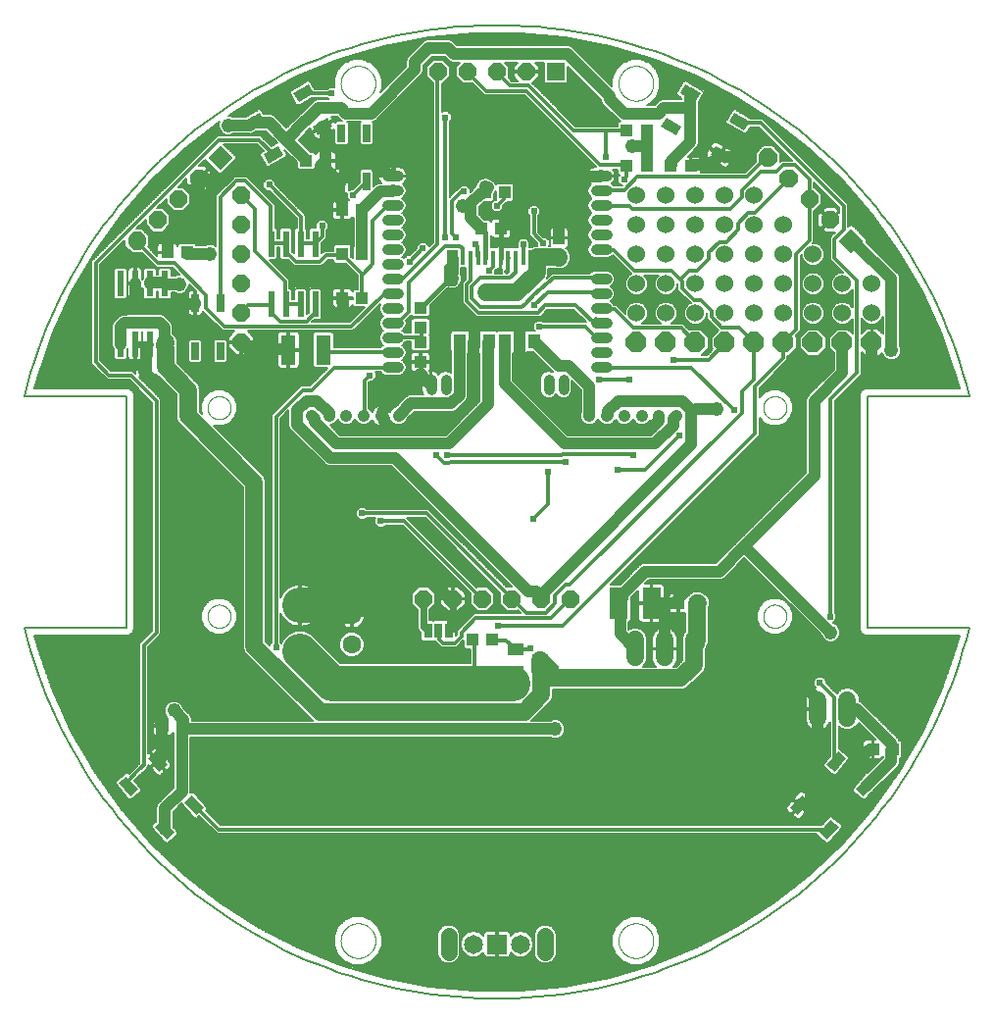
<source format=gtl>
G75*
%MOIN*%
%OFA0B0*%
%FSLAX25Y25*%
%IPPOS*%
%LPD*%
%AMOC8*
5,1,8,0,0,1.08239X$1,22.5*
%
%ADD10C,0.00600*%
%ADD11C,0.00000*%
%ADD12R,0.04331X0.03937*%
%ADD13R,0.03937X0.04331*%
%ADD14C,0.06300*%
%ADD15R,0.02559X0.05906*%
%ADD16OC8,0.06000*%
%ADD17R,0.02362X0.08661*%
%ADD18R,0.05906X0.03543*%
%ADD19C,0.04134*%
%ADD20R,0.02500X0.05000*%
%ADD21R,0.06500X0.06500*%
%ADD22C,0.06500*%
%ADD23C,0.05500*%
%ADD24C,0.11811*%
%ADD25OC8,0.07000*%
%ADD26R,0.05000X0.10000*%
%ADD27C,0.06000*%
%ADD28R,0.06000X0.06000*%
%ADD29C,0.01200*%
%ADD30R,0.06000X0.06000*%
%ADD31R,0.04000X0.05000*%
%ADD32R,0.01575X0.04921*%
%ADD33R,0.06299X0.10630*%
%ADD34R,0.05512X0.03937*%
%ADD35C,0.03562*%
%ADD36C,0.01600*%
%ADD37C,0.01400*%
%ADD38C,0.04000*%
%ADD39C,0.02400*%
%ADD40C,0.04800*%
%ADD41C,0.12000*%
%ADD42C,0.03600*%
%ADD43C,0.00100*%
%ADD44C,0.02400*%
%ADD45C,0.02000*%
%ADD46C,0.06000*%
D10*
X0064358Y0063408D02*
X0283202Y0063408D01*
X0283831Y0064006D02*
X0063729Y0064006D01*
X0063100Y0064605D02*
X0284460Y0064605D01*
X0285090Y0065203D02*
X0062471Y0065203D01*
X0061842Y0065802D02*
X0285719Y0065802D01*
X0286348Y0066400D02*
X0061213Y0066400D01*
X0060584Y0066999D02*
X0286977Y0066999D01*
X0287606Y0067597D02*
X0059955Y0067597D01*
X0059325Y0068196D02*
X0288235Y0068196D01*
X0288864Y0068794D02*
X0058696Y0068794D01*
X0058067Y0069393D02*
X0289493Y0069393D01*
X0290123Y0069991D02*
X0057438Y0069991D01*
X0056809Y0070590D02*
X0290752Y0070590D01*
X0291381Y0071188D02*
X0056180Y0071188D01*
X0056114Y0071251D02*
X0045971Y0082927D01*
X0036981Y0095513D01*
X0029227Y0108895D01*
X0022778Y0122953D01*
X0017693Y0137560D01*
X0016545Y0141810D01*
X0048313Y0141810D01*
X0049269Y0142206D01*
X0050000Y0142937D01*
X0050396Y0143893D01*
X0050396Y0223668D01*
X0050000Y0224623D01*
X0049269Y0225355D01*
X0048313Y0225750D01*
X0016545Y0225750D01*
X0017693Y0230000D01*
X0022778Y0244607D01*
X0029227Y0258665D01*
X0036981Y0272048D01*
X0045971Y0284634D01*
X0056114Y0296310D01*
X0067320Y0306970D01*
X0079394Y0316446D01*
X0079150Y0315856D01*
X0079150Y0314544D01*
X0079652Y0313331D01*
X0080581Y0312402D01*
X0081794Y0311900D01*
X0083106Y0311900D01*
X0084072Y0312300D01*
X0089458Y0312300D01*
X0089840Y0312249D01*
X0090030Y0312300D01*
X0090227Y0312300D01*
X0090583Y0312447D01*
X0090955Y0312547D01*
X0091111Y0312666D01*
X0091293Y0312741D01*
X0091565Y0313014D01*
X0091787Y0313184D01*
X0091910Y0313179D01*
X0091967Y0313200D01*
X0095199Y0313200D01*
X0099110Y0309289D01*
X0097064Y0308107D01*
X0093421Y0311750D01*
X0078679Y0311750D01*
X0077800Y0310871D01*
X0035950Y0269021D01*
X0035950Y0234029D01*
X0036829Y0233150D01*
X0041329Y0228650D01*
X0048829Y0228650D01*
X0056600Y0220879D01*
X0056600Y0143527D01*
X0053062Y0139988D01*
X0052183Y0139109D01*
X0052183Y0098304D01*
X0050800Y0096921D01*
X0050679Y0096800D01*
X0048637Y0094758D01*
X0048440Y0094994D01*
X0047532Y0095073D01*
X0044119Y0092210D01*
X0044040Y0091302D01*
X0048422Y0086080D01*
X0049330Y0086001D01*
X0052742Y0088864D01*
X0052821Y0089772D01*
X0050573Y0092452D01*
X0052800Y0094679D01*
X0052921Y0094800D01*
X0052921Y0094800D01*
X0054304Y0096183D01*
X0055183Y0097062D01*
X0055183Y0097924D01*
X0055837Y0097144D01*
X0057961Y0098925D01*
X0058346Y0098466D01*
X0056223Y0096684D01*
X0058038Y0094521D01*
X0058319Y0094324D01*
X0058640Y0094207D01*
X0058981Y0094178D01*
X0059318Y0094237D01*
X0059629Y0094382D01*
X0060887Y0095438D01*
X0058346Y0098466D01*
X0058806Y0098851D01*
X0061347Y0095823D01*
X0062605Y0096879D01*
X0062801Y0097160D01*
X0062919Y0097481D01*
X0062948Y0097822D01*
X0062889Y0098159D01*
X0062744Y0098470D01*
X0060929Y0100633D01*
X0058806Y0098851D01*
X0058420Y0099311D01*
X0057961Y0098925D01*
X0055420Y0101953D01*
X0055183Y0101754D01*
X0055183Y0137867D01*
X0058721Y0141405D01*
X0059600Y0142284D01*
X0059600Y0222121D01*
X0058721Y0223000D01*
X0052044Y0229677D01*
X0052074Y0229669D01*
X0054110Y0229669D01*
X0054110Y0232638D01*
X0050945Y0232638D01*
X0050945Y0230798D01*
X0050953Y0230768D01*
X0050071Y0231650D01*
X0042571Y0231650D01*
X0038950Y0235271D01*
X0038950Y0267779D01*
X0047270Y0276099D01*
X0047270Y0274239D01*
X0049672Y0271837D01*
X0053041Y0271837D01*
X0057979Y0266900D01*
X0063379Y0266900D01*
X0065779Y0264500D01*
X0065144Y0264500D01*
X0064178Y0264100D01*
X0062987Y0264100D01*
X0062987Y0266173D01*
X0062342Y0266817D01*
X0059069Y0266817D01*
X0058424Y0266173D01*
X0058424Y0264550D01*
X0057987Y0264550D01*
X0057987Y0266173D01*
X0057342Y0266817D01*
X0054069Y0266817D01*
X0053424Y0266173D01*
X0053424Y0263251D01*
X0053356Y0263087D01*
X0053187Y0262857D01*
X0053187Y0265888D01*
X0053098Y0266219D01*
X0052927Y0266516D01*
X0052685Y0266758D01*
X0052388Y0266929D01*
X0052058Y0267017D01*
X0050996Y0267017D01*
X0050996Y0261677D01*
X0050415Y0261677D01*
X0050415Y0261096D01*
X0050996Y0261096D01*
X0050996Y0255756D01*
X0052058Y0255756D01*
X0052388Y0255845D01*
X0052685Y0256016D01*
X0052927Y0256258D01*
X0053098Y0256554D01*
X0053187Y0256885D01*
X0053187Y0259948D01*
X0053424Y0259553D01*
X0053424Y0256600D01*
X0054069Y0255956D01*
X0057342Y0255956D01*
X0057987Y0256600D01*
X0057987Y0258750D01*
X0058424Y0258750D01*
X0058424Y0256600D01*
X0059069Y0255956D01*
X0062342Y0255956D01*
X0062987Y0256600D01*
X0062987Y0258270D01*
X0063084Y0258300D01*
X0064178Y0258300D01*
X0065144Y0257900D01*
X0066456Y0257900D01*
X0067669Y0258402D01*
X0068598Y0259331D01*
X0069100Y0260544D01*
X0069100Y0261179D01*
X0071517Y0258761D01*
X0071517Y0255116D01*
X0070917Y0255116D01*
X0070917Y0254516D01*
X0068638Y0254516D01*
X0068638Y0251692D01*
X0068726Y0251361D01*
X0068898Y0251065D01*
X0069140Y0250823D01*
X0069436Y0250652D01*
X0069767Y0250563D01*
X0070917Y0250563D01*
X0070917Y0254516D01*
X0071517Y0254516D01*
X0071517Y0250563D01*
X0072668Y0250563D01*
X0072999Y0250652D01*
X0073295Y0250823D01*
X0073537Y0251065D01*
X0073708Y0251361D01*
X0073797Y0251692D01*
X0073797Y0251982D01*
X0074179Y0251600D01*
X0080479Y0245300D01*
X0084502Y0245300D01*
X0082472Y0243270D01*
X0082472Y0241789D01*
X0086472Y0241789D01*
X0086472Y0241189D01*
X0082472Y0241189D01*
X0082472Y0239708D01*
X0084991Y0237189D01*
X0086472Y0237189D01*
X0086472Y0241189D01*
X0087072Y0241189D01*
X0087072Y0237189D01*
X0088554Y0237189D01*
X0091072Y0239708D01*
X0091072Y0241189D01*
X0087072Y0241189D01*
X0087072Y0241789D01*
X0091072Y0241789D01*
X0091072Y0243270D01*
X0089042Y0245300D01*
X0124921Y0245300D01*
X0125800Y0246179D01*
X0134065Y0254444D01*
X0133685Y0253527D01*
X0133685Y0252380D01*
X0134124Y0251322D01*
X0134934Y0250511D01*
X0135073Y0250454D01*
X0134934Y0250396D01*
X0134124Y0249586D01*
X0133685Y0248527D01*
X0133685Y0247380D01*
X0134124Y0246322D01*
X0134934Y0245511D01*
X0135073Y0245454D01*
X0134934Y0245396D01*
X0134124Y0244586D01*
X0133685Y0243527D01*
X0133685Y0242380D01*
X0134124Y0241322D01*
X0134934Y0240511D01*
X0135073Y0240454D01*
X0134934Y0240396D01*
X0134288Y0239750D01*
X0118325Y0239750D01*
X0118325Y0244354D01*
X0117681Y0244998D01*
X0111770Y0244998D01*
X0111125Y0244354D01*
X0111125Y0233443D01*
X0111770Y0232798D01*
X0116277Y0232798D01*
X0110179Y0226700D01*
X0107029Y0226700D01*
X0098029Y0217700D01*
X0097150Y0216821D01*
X0097150Y0139370D01*
X0096550Y0138770D01*
X0096550Y0138391D01*
X0095200Y0139741D01*
X0095200Y0194576D01*
X0094606Y0196009D01*
X0077347Y0213268D01*
X0078052Y0212976D01*
X0080533Y0212976D01*
X0082825Y0213926D01*
X0084580Y0215680D01*
X0085529Y0217973D01*
X0085529Y0220454D01*
X0084580Y0222746D01*
X0082825Y0224501D01*
X0080533Y0225450D01*
X0078052Y0225450D01*
X0075759Y0224501D01*
X0074005Y0222746D01*
X0073055Y0220454D01*
X0073055Y0217973D01*
X0073347Y0217269D01*
X0072700Y0217915D01*
X0072700Y0226017D01*
X0072106Y0227450D01*
X0071009Y0228547D01*
X0065200Y0234356D01*
X0065200Y0238569D01*
X0065264Y0239109D01*
X0065200Y0239338D01*
X0065200Y0239576D01*
X0065004Y0240050D01*
X0065200Y0240524D01*
X0065200Y0242076D01*
X0064606Y0243509D01*
X0063605Y0244510D01*
X0063605Y0246971D01*
X0063164Y0248037D01*
X0060698Y0250503D01*
X0059632Y0250945D01*
X0047788Y0250945D01*
X0047679Y0250900D01*
X0046523Y0250900D01*
X0045457Y0250458D01*
X0044641Y0249643D01*
X0043247Y0248248D01*
X0042806Y0247182D01*
X0042806Y0240337D01*
X0043247Y0239271D01*
X0043424Y0239094D01*
X0043424Y0236128D01*
X0044069Y0235483D01*
X0047342Y0235483D01*
X0047987Y0236128D01*
X0047987Y0239094D01*
X0048164Y0239271D01*
X0048224Y0239417D01*
X0048224Y0236412D01*
X0048313Y0236082D01*
X0048484Y0235785D01*
X0048726Y0235543D01*
X0049023Y0235372D01*
X0049353Y0235283D01*
X0050415Y0235283D01*
X0050415Y0240624D01*
X0050996Y0240624D01*
X0050996Y0241205D01*
X0053187Y0241205D01*
X0053187Y0245145D01*
X0053224Y0245145D01*
X0053224Y0241205D01*
X0055415Y0241205D01*
X0055415Y0240624D01*
X0053224Y0240624D01*
X0053224Y0236412D01*
X0053280Y0236206D01*
X0053131Y0236206D01*
X0053187Y0236412D01*
X0053187Y0240624D01*
X0050996Y0240624D01*
X0050996Y0235283D01*
X0051000Y0235283D01*
X0050945Y0235077D01*
X0050945Y0233238D01*
X0054110Y0233238D01*
X0054110Y0235349D01*
X0054353Y0235283D01*
X0054710Y0235283D01*
X0054710Y0233238D01*
X0054110Y0233238D01*
X0054110Y0232638D01*
X0054710Y0232638D01*
X0054710Y0229669D01*
X0056747Y0229669D01*
X0057077Y0229758D01*
X0057374Y0229929D01*
X0057616Y0230171D01*
X0057787Y0230468D01*
X0057838Y0230657D01*
X0057838Y0230514D01*
X0058482Y0229869D01*
X0058656Y0229869D01*
X0064900Y0223626D01*
X0064900Y0215524D01*
X0065494Y0214091D01*
X0066591Y0212994D01*
X0087400Y0192185D01*
X0087400Y0137350D01*
X0087994Y0135916D01*
X0089091Y0134819D01*
X0111010Y0112900D01*
X0070077Y0112900D01*
X0070077Y0113084D01*
X0070105Y0113255D01*
X0070077Y0113373D01*
X0070077Y0113488D01*
X0070050Y0113515D01*
X0070050Y0113727D01*
X0069919Y0114044D01*
X0069840Y0114378D01*
X0069700Y0114572D01*
X0069608Y0114793D01*
X0069366Y0115035D01*
X0069165Y0115314D01*
X0068962Y0115440D01*
X0067198Y0117204D01*
X0066798Y0118169D01*
X0065869Y0119098D01*
X0064656Y0119600D01*
X0063344Y0119600D01*
X0062131Y0119098D01*
X0061202Y0118169D01*
X0060700Y0116956D01*
X0060700Y0115644D01*
X0061202Y0114431D01*
X0061301Y0114332D01*
X0060419Y0114332D01*
X0060419Y0111364D01*
X0059819Y0111364D01*
X0059819Y0114332D01*
X0057782Y0114332D01*
X0057452Y0114244D01*
X0057155Y0114073D01*
X0056913Y0113830D01*
X0056742Y0113534D01*
X0056654Y0113203D01*
X0056654Y0111364D01*
X0059819Y0111364D01*
X0059819Y0110764D01*
X0056654Y0110764D01*
X0056654Y0108924D01*
X0056742Y0108593D01*
X0056913Y0108297D01*
X0057155Y0108055D01*
X0057452Y0107884D01*
X0057782Y0107795D01*
X0059819Y0107795D01*
X0059819Y0110764D01*
X0060419Y0110764D01*
X0060419Y0107795D01*
X0062455Y0107795D01*
X0062786Y0107884D01*
X0063082Y0108055D01*
X0063324Y0108297D01*
X0063496Y0108593D01*
X0063546Y0108783D01*
X0063546Y0108640D01*
X0063800Y0108386D01*
X0063800Y0090051D01*
X0059207Y0085458D01*
X0058391Y0084643D01*
X0057950Y0083577D01*
X0057950Y0078632D01*
X0056520Y0077432D01*
X0056440Y0076524D01*
X0058253Y0074364D01*
X0058304Y0074223D01*
X0059082Y0073375D01*
X0060822Y0071302D01*
X0061730Y0071223D01*
X0065142Y0074086D01*
X0065222Y0074994D01*
X0063750Y0076748D01*
X0063750Y0081799D01*
X0066591Y0084639D01*
X0070775Y0079653D01*
X0071682Y0079574D01*
X0072619Y0080360D01*
X0078679Y0074300D01*
X0282400Y0074300D01*
X0282418Y0074086D01*
X0285831Y0071223D01*
X0286739Y0071302D01*
X0291120Y0076524D01*
X0291041Y0077432D01*
X0287629Y0080295D01*
X0286721Y0080216D01*
X0284274Y0077300D01*
X0079921Y0077300D01*
X0074926Y0082296D01*
X0075095Y0082437D01*
X0075174Y0083345D01*
X0070792Y0088567D01*
X0069885Y0088646D01*
X0069600Y0088408D01*
X0069600Y0107100D01*
X0191978Y0107100D01*
X0192944Y0106700D01*
X0194256Y0106700D01*
X0195469Y0107202D01*
X0196398Y0108131D01*
X0196900Y0109344D01*
X0196900Y0110656D01*
X0196398Y0111869D01*
X0195469Y0112798D01*
X0194256Y0113300D01*
X0192944Y0113300D01*
X0191978Y0112900D01*
X0185620Y0112900D01*
X0192119Y0119400D01*
X0192713Y0120833D01*
X0192713Y0123400D01*
X0237076Y0123400D01*
X0238509Y0123994D01*
X0243009Y0128494D01*
X0244106Y0129591D01*
X0244700Y0131024D01*
X0244700Y0133002D01*
X0244900Y0133484D01*
X0244900Y0137267D01*
X0245406Y0138785D01*
X0245650Y0139374D01*
X0245650Y0139517D01*
X0245695Y0139653D01*
X0245650Y0140288D01*
X0245650Y0150964D01*
X0246081Y0152086D01*
X0246041Y0153637D01*
X0245428Y0155016D01*
X0245428Y0155185D01*
X0244783Y0155829D01*
X0244595Y0155829D01*
X0244285Y0156123D01*
X0242837Y0156679D01*
X0241700Y0156650D01*
X0240974Y0156650D01*
X0240926Y0156630D01*
X0240874Y0156629D01*
X0240211Y0156334D01*
X0239541Y0156056D01*
X0239504Y0156019D01*
X0239456Y0155998D01*
X0238957Y0155472D01*
X0238798Y0155314D01*
X0238675Y0155527D01*
X0238433Y0155769D01*
X0238136Y0155941D01*
X0237806Y0156029D01*
X0235769Y0156029D01*
X0235769Y0153061D01*
X0235169Y0153061D01*
X0235169Y0156029D01*
X0233133Y0156029D01*
X0232802Y0155941D01*
X0232506Y0155769D01*
X0232264Y0155527D01*
X0232093Y0155231D01*
X0232004Y0154900D01*
X0232004Y0153061D01*
X0235169Y0153061D01*
X0235169Y0152461D01*
X0232004Y0152461D01*
X0232004Y0150621D01*
X0232093Y0150290D01*
X0232264Y0149994D01*
X0232506Y0149752D01*
X0232802Y0149581D01*
X0233133Y0149492D01*
X0235169Y0149492D01*
X0235169Y0152461D01*
X0235769Y0152461D01*
X0235769Y0149492D01*
X0237806Y0149492D01*
X0237850Y0149504D01*
X0237850Y0143148D01*
X0237324Y0142622D01*
X0236700Y0141116D01*
X0236700Y0133484D01*
X0236779Y0133294D01*
X0234685Y0131200D01*
X0233781Y0131200D01*
X0234080Y0131499D01*
X0234478Y0132046D01*
X0234785Y0132649D01*
X0234994Y0133293D01*
X0235100Y0133962D01*
X0235100Y0137000D01*
X0231100Y0137000D01*
X0231100Y0137600D01*
X0230500Y0137600D01*
X0230500Y0144600D01*
X0230462Y0144600D01*
X0229793Y0144494D01*
X0229149Y0144285D01*
X0228546Y0143978D01*
X0227999Y0143580D01*
X0227520Y0143101D01*
X0227122Y0142554D01*
X0226815Y0141951D01*
X0226606Y0141307D01*
X0226500Y0140638D01*
X0226500Y0137600D01*
X0230500Y0137600D01*
X0230500Y0137000D01*
X0226500Y0137000D01*
X0226500Y0133962D01*
X0226606Y0133293D01*
X0226815Y0132649D01*
X0227122Y0132046D01*
X0227520Y0131499D01*
X0227819Y0131200D01*
X0223498Y0131200D01*
X0224276Y0131978D01*
X0224900Y0133484D01*
X0224900Y0141116D01*
X0224276Y0142622D01*
X0223122Y0143776D01*
X0221616Y0144400D01*
X0219984Y0144400D01*
X0218550Y0143806D01*
X0218550Y0146385D01*
X0218893Y0146385D01*
X0219538Y0147029D01*
X0219538Y0154787D01*
X0221862Y0157111D01*
X0221862Y0153100D01*
X0226012Y0153100D01*
X0226012Y0159415D01*
X0224166Y0159415D01*
X0225401Y0160650D01*
X0249977Y0160650D01*
X0251043Y0161091D01*
X0251858Y0161907D01*
X0257950Y0167999D01*
X0284002Y0141946D01*
X0284402Y0140981D01*
X0285331Y0140052D01*
X0286544Y0139550D01*
X0287856Y0139550D01*
X0289069Y0140052D01*
X0289998Y0140981D01*
X0290500Y0142194D01*
X0290500Y0143506D01*
X0289998Y0144719D01*
X0289069Y0145648D01*
X0288104Y0146048D01*
X0288001Y0146150D01*
X0288070Y0146150D01*
X0289300Y0147380D01*
X0289300Y0149120D01*
X0288700Y0149720D01*
X0288700Y0221429D01*
X0297700Y0230429D01*
X0297700Y0238112D01*
X0299312Y0236500D01*
X0301000Y0236500D01*
X0301000Y0241000D01*
X0301600Y0241000D01*
X0301600Y0236500D01*
X0303288Y0236500D01*
X0304668Y0237880D01*
X0305102Y0236831D01*
X0306031Y0235902D01*
X0307244Y0235400D01*
X0308556Y0235400D01*
X0309769Y0235902D01*
X0310698Y0236831D01*
X0311200Y0238044D01*
X0311200Y0239356D01*
X0310800Y0240322D01*
X0310800Y0263577D01*
X0310358Y0264643D01*
X0309543Y0265458D01*
X0299542Y0275459D01*
X0299564Y0275482D01*
X0299564Y0276393D01*
X0294677Y0281280D01*
X0293766Y0281280D01*
X0293200Y0280714D01*
X0293200Y0288371D01*
X0292321Y0289250D01*
X0263971Y0317600D01*
X0260039Y0317600D01*
X0254732Y0320664D01*
X0253852Y0320428D01*
X0251624Y0316570D01*
X0251860Y0315690D01*
X0257764Y0312282D01*
X0258644Y0312518D01*
X0259846Y0314600D01*
X0262729Y0314600D01*
X0274129Y0303200D01*
X0270379Y0303200D01*
X0270037Y0302859D01*
X0270037Y0305920D01*
X0267636Y0308322D01*
X0264239Y0308322D01*
X0261837Y0305920D01*
X0261837Y0302759D01*
X0258229Y0299150D01*
X0243109Y0299150D01*
X0243112Y0299160D01*
X0243112Y0301000D01*
X0239946Y0301000D01*
X0239946Y0301600D01*
X0239346Y0301600D01*
X0239346Y0304568D01*
X0238820Y0304568D01*
X0241958Y0307707D01*
X0242400Y0308773D01*
X0242400Y0322965D01*
X0244165Y0326021D01*
X0243929Y0326901D01*
X0241352Y0328389D01*
X0241035Y0328670D01*
X0240610Y0328818D01*
X0238025Y0330310D01*
X0237145Y0330074D01*
X0234918Y0326216D01*
X0235154Y0325336D01*
X0236600Y0324501D01*
X0236600Y0323950D01*
X0229923Y0323950D01*
X0228857Y0323508D01*
X0228041Y0322693D01*
X0227499Y0322150D01*
X0224844Y0322150D01*
X0225672Y0322493D01*
X0227981Y0324802D01*
X0229230Y0327817D01*
X0229230Y0331082D01*
X0227981Y0334098D01*
X0225672Y0336406D01*
X0222657Y0337655D01*
X0219392Y0337655D01*
X0216376Y0336406D01*
X0214068Y0334098D01*
X0212819Y0331082D01*
X0212819Y0328432D01*
X0200108Y0341143D01*
X0199293Y0341958D01*
X0198227Y0342400D01*
X0160182Y0342400D01*
X0159553Y0343029D01*
X0158737Y0343845D01*
X0157671Y0344287D01*
X0149890Y0344287D01*
X0148824Y0343845D01*
X0144138Y0339159D01*
X0143322Y0338343D01*
X0142880Y0337277D01*
X0142880Y0335182D01*
X0134194Y0326495D01*
X0134742Y0327817D01*
X0134742Y0331082D01*
X0133493Y0334098D01*
X0131184Y0336406D01*
X0128168Y0337655D01*
X0124904Y0337655D01*
X0121888Y0336406D01*
X0119580Y0334098D01*
X0118331Y0331082D01*
X0118331Y0328100D01*
X0116680Y0328100D01*
X0116080Y0327500D01*
X0111902Y0327500D01*
X0110416Y0330074D01*
X0109535Y0330310D01*
X0103632Y0326901D01*
X0103396Y0326021D01*
X0105623Y0322163D01*
X0106504Y0321928D01*
X0110959Y0324500D01*
X0116080Y0324500D01*
X0116630Y0323950D01*
X0112473Y0323950D01*
X0111407Y0323508D01*
X0107129Y0319230D01*
X0106719Y0318993D01*
X0106719Y0318993D01*
X0106719Y0318993D01*
X0106345Y0318507D01*
X0106147Y0318248D01*
X0102250Y0314351D01*
X0098858Y0317743D01*
X0098043Y0318558D01*
X0096977Y0319000D01*
X0094533Y0319000D01*
X0093709Y0320428D01*
X0092829Y0320664D01*
X0090300Y0319204D01*
X0090008Y0319126D01*
X0089899Y0319043D01*
X0089770Y0318995D01*
X0089488Y0318736D01*
X0088387Y0318100D01*
X0084072Y0318100D01*
X0083106Y0318500D01*
X0082575Y0318500D01*
X0092506Y0324870D01*
X0106258Y0331948D01*
X0120620Y0337688D01*
X0135462Y0342039D01*
X0150650Y0344962D01*
X0166047Y0346430D01*
X0181514Y0346430D01*
X0196911Y0344962D01*
X0212099Y0342039D01*
X0226941Y0337688D01*
X0241303Y0331948D01*
X0255055Y0324870D01*
X0268074Y0316519D01*
X0280241Y0306970D01*
X0291446Y0296310D01*
X0301590Y0284634D01*
X0310579Y0272048D01*
X0318334Y0258665D01*
X0324783Y0244607D01*
X0329868Y0230000D01*
X0331016Y0225750D01*
X0299247Y0225750D01*
X0298292Y0225355D01*
X0297560Y0224623D01*
X0297165Y0223668D01*
X0297165Y0143893D01*
X0297560Y0142937D01*
X0298292Y0142206D01*
X0299247Y0141810D01*
X0331016Y0141810D01*
X0329868Y0137560D01*
X0324783Y0122953D01*
X0318334Y0108895D01*
X0310579Y0095513D01*
X0301590Y0082927D01*
X0291446Y0071251D01*
X0280241Y0060590D01*
X0268073Y0051041D01*
X0255055Y0042691D01*
X0241303Y0035613D01*
X0226941Y0029873D01*
X0212099Y0025522D01*
X0196911Y0022599D01*
X0181514Y0021131D01*
X0166047Y0021131D01*
X0150650Y0022599D01*
X0135462Y0025522D01*
X0120620Y0029873D01*
X0106258Y0035613D01*
X0092506Y0042691D01*
X0079487Y0051041D01*
X0067320Y0060590D01*
X0056114Y0071251D01*
X0055648Y0071787D02*
X0060415Y0071787D01*
X0059913Y0072385D02*
X0055129Y0072385D01*
X0054609Y0072984D02*
X0059411Y0072984D01*
X0058892Y0073582D02*
X0054089Y0073582D01*
X0053569Y0074181D02*
X0058343Y0074181D01*
X0057904Y0074779D02*
X0053049Y0074779D01*
X0052529Y0075378D02*
X0057402Y0075378D01*
X0056900Y0075976D02*
X0052009Y0075976D01*
X0051489Y0076575D02*
X0056445Y0076575D01*
X0056497Y0077173D02*
X0050969Y0077173D01*
X0050449Y0077772D02*
X0056925Y0077772D01*
X0057638Y0078370D02*
X0049929Y0078370D01*
X0049409Y0078969D02*
X0057950Y0078969D01*
X0057950Y0079568D02*
X0048889Y0079568D01*
X0048369Y0080166D02*
X0057950Y0080166D01*
X0057950Y0080765D02*
X0047849Y0080765D01*
X0047329Y0081363D02*
X0057950Y0081363D01*
X0057950Y0081962D02*
X0046809Y0081962D01*
X0046289Y0082560D02*
X0057950Y0082560D01*
X0057950Y0083159D02*
X0045805Y0083159D01*
X0045378Y0083757D02*
X0058025Y0083757D01*
X0058273Y0084356D02*
X0044950Y0084356D01*
X0044523Y0084954D02*
X0058703Y0084954D01*
X0059301Y0085553D02*
X0044095Y0085553D01*
X0043668Y0086151D02*
X0048362Y0086151D01*
X0047860Y0086750D02*
X0043240Y0086750D01*
X0042813Y0087348D02*
X0047358Y0087348D01*
X0046856Y0087947D02*
X0042385Y0087947D01*
X0041958Y0088545D02*
X0046353Y0088545D01*
X0045851Y0089144D02*
X0041530Y0089144D01*
X0041103Y0089742D02*
X0045349Y0089742D01*
X0044847Y0090341D02*
X0040676Y0090341D01*
X0040248Y0090939D02*
X0044345Y0090939D01*
X0044061Y0091538D02*
X0039821Y0091538D01*
X0039393Y0092136D02*
X0044113Y0092136D01*
X0044745Y0092735D02*
X0038966Y0092735D01*
X0038538Y0093333D02*
X0045458Y0093333D01*
X0046171Y0093932D02*
X0038111Y0093932D01*
X0037683Y0094530D02*
X0046885Y0094530D01*
X0049007Y0095129D02*
X0037256Y0095129D01*
X0036857Y0095727D02*
X0049606Y0095727D01*
X0050205Y0096326D02*
X0036510Y0096326D01*
X0036164Y0096924D02*
X0050803Y0096924D01*
X0050800Y0096921D02*
X0050800Y0096921D01*
X0051402Y0097523D02*
X0035817Y0097523D01*
X0035470Y0098121D02*
X0052000Y0098121D01*
X0052183Y0098720D02*
X0035123Y0098720D01*
X0034776Y0099318D02*
X0052183Y0099318D01*
X0052183Y0099917D02*
X0034430Y0099917D01*
X0034083Y0100515D02*
X0052183Y0100515D01*
X0052183Y0101114D02*
X0033736Y0101114D01*
X0033389Y0101712D02*
X0052183Y0101712D01*
X0052183Y0102311D02*
X0033042Y0102311D01*
X0032696Y0102909D02*
X0052183Y0102909D01*
X0052183Y0103508D02*
X0032349Y0103508D01*
X0032002Y0104106D02*
X0052183Y0104106D01*
X0052183Y0104705D02*
X0031655Y0104705D01*
X0031308Y0105303D02*
X0052183Y0105303D01*
X0052183Y0105902D02*
X0030962Y0105902D01*
X0030615Y0106501D02*
X0052183Y0106501D01*
X0052183Y0107099D02*
X0030268Y0107099D01*
X0029921Y0107698D02*
X0052183Y0107698D01*
X0052183Y0108296D02*
X0029574Y0108296D01*
X0029228Y0108895D02*
X0052183Y0108895D01*
X0052183Y0109493D02*
X0028953Y0109493D01*
X0028678Y0110092D02*
X0052183Y0110092D01*
X0052183Y0110690D02*
X0028404Y0110690D01*
X0028129Y0111289D02*
X0052183Y0111289D01*
X0052183Y0111887D02*
X0027855Y0111887D01*
X0027580Y0112486D02*
X0052183Y0112486D01*
X0052183Y0113084D02*
X0027306Y0113084D01*
X0027031Y0113683D02*
X0052183Y0113683D01*
X0052183Y0114281D02*
X0026756Y0114281D01*
X0026482Y0114880D02*
X0052183Y0114880D01*
X0052183Y0115478D02*
X0026207Y0115478D01*
X0025933Y0116077D02*
X0052183Y0116077D01*
X0052183Y0116675D02*
X0025658Y0116675D01*
X0025384Y0117274D02*
X0052183Y0117274D01*
X0052183Y0117872D02*
X0025109Y0117872D01*
X0024835Y0118471D02*
X0052183Y0118471D01*
X0052183Y0119069D02*
X0024560Y0119069D01*
X0024285Y0119668D02*
X0052183Y0119668D01*
X0052183Y0120266D02*
X0024011Y0120266D01*
X0023736Y0120865D02*
X0052183Y0120865D01*
X0052183Y0121463D02*
X0023462Y0121463D01*
X0023187Y0122062D02*
X0052183Y0122062D01*
X0052183Y0122660D02*
X0022913Y0122660D01*
X0022672Y0123259D02*
X0052183Y0123259D01*
X0052183Y0123857D02*
X0022463Y0123857D01*
X0022255Y0124456D02*
X0052183Y0124456D01*
X0052183Y0125054D02*
X0022047Y0125054D01*
X0021838Y0125653D02*
X0052183Y0125653D01*
X0052183Y0126251D02*
X0021630Y0126251D01*
X0021421Y0126850D02*
X0052183Y0126850D01*
X0052183Y0127448D02*
X0021213Y0127448D01*
X0021005Y0128047D02*
X0052183Y0128047D01*
X0052183Y0128645D02*
X0020796Y0128645D01*
X0020588Y0129244D02*
X0052183Y0129244D01*
X0052183Y0129842D02*
X0020380Y0129842D01*
X0020171Y0130441D02*
X0052183Y0130441D01*
X0052183Y0131039D02*
X0019963Y0131039D01*
X0019754Y0131638D02*
X0052183Y0131638D01*
X0052183Y0132237D02*
X0019546Y0132237D01*
X0019338Y0132835D02*
X0052183Y0132835D01*
X0052183Y0133434D02*
X0019129Y0133434D01*
X0018921Y0134032D02*
X0052183Y0134032D01*
X0052183Y0134631D02*
X0018713Y0134631D01*
X0018504Y0135229D02*
X0052183Y0135229D01*
X0052183Y0135828D02*
X0018296Y0135828D01*
X0018087Y0136426D02*
X0052183Y0136426D01*
X0052183Y0137025D02*
X0017879Y0137025D01*
X0017676Y0137623D02*
X0052183Y0137623D01*
X0052183Y0138222D02*
X0017514Y0138222D01*
X0017352Y0138820D02*
X0052183Y0138820D01*
X0052492Y0139419D02*
X0017191Y0139419D01*
X0017029Y0140017D02*
X0053091Y0140017D01*
X0053689Y0140616D02*
X0016867Y0140616D01*
X0016706Y0141214D02*
X0054288Y0141214D01*
X0054886Y0141813D02*
X0048319Y0141813D01*
X0049474Y0142411D02*
X0055485Y0142411D01*
X0056083Y0143010D02*
X0050030Y0143010D01*
X0050278Y0143608D02*
X0056600Y0143608D01*
X0056600Y0144207D02*
X0050396Y0144207D01*
X0050396Y0144805D02*
X0056600Y0144805D01*
X0056600Y0145404D02*
X0050396Y0145404D01*
X0050396Y0146002D02*
X0056600Y0146002D01*
X0056600Y0146601D02*
X0050396Y0146601D01*
X0050396Y0147199D02*
X0056600Y0147199D01*
X0056600Y0147798D02*
X0050396Y0147798D01*
X0050396Y0148396D02*
X0056600Y0148396D01*
X0056600Y0148995D02*
X0050396Y0148995D01*
X0050396Y0149593D02*
X0056600Y0149593D01*
X0056600Y0150192D02*
X0050396Y0150192D01*
X0050396Y0150790D02*
X0056600Y0150790D01*
X0056600Y0151389D02*
X0050396Y0151389D01*
X0050396Y0151987D02*
X0056600Y0151987D01*
X0056600Y0152586D02*
X0050396Y0152586D01*
X0050396Y0153184D02*
X0056600Y0153184D01*
X0056600Y0153783D02*
X0050396Y0153783D01*
X0050396Y0154381D02*
X0056600Y0154381D01*
X0056600Y0154980D02*
X0050396Y0154980D01*
X0050396Y0155578D02*
X0056600Y0155578D01*
X0056600Y0156177D02*
X0050396Y0156177D01*
X0050396Y0156775D02*
X0056600Y0156775D01*
X0056600Y0157374D02*
X0050396Y0157374D01*
X0050396Y0157972D02*
X0056600Y0157972D01*
X0056600Y0158571D02*
X0050396Y0158571D01*
X0050396Y0159170D02*
X0056600Y0159170D01*
X0056600Y0159768D02*
X0050396Y0159768D01*
X0050396Y0160367D02*
X0056600Y0160367D01*
X0056600Y0160965D02*
X0050396Y0160965D01*
X0050396Y0161564D02*
X0056600Y0161564D01*
X0056600Y0162162D02*
X0050396Y0162162D01*
X0050396Y0162761D02*
X0056600Y0162761D01*
X0056600Y0163359D02*
X0050396Y0163359D01*
X0050396Y0163958D02*
X0056600Y0163958D01*
X0056600Y0164556D02*
X0050396Y0164556D01*
X0050396Y0165155D02*
X0056600Y0165155D01*
X0056600Y0165753D02*
X0050396Y0165753D01*
X0050396Y0166352D02*
X0056600Y0166352D01*
X0056600Y0166950D02*
X0050396Y0166950D01*
X0050396Y0167549D02*
X0056600Y0167549D01*
X0056600Y0168147D02*
X0050396Y0168147D01*
X0050396Y0168746D02*
X0056600Y0168746D01*
X0056600Y0169344D02*
X0050396Y0169344D01*
X0050396Y0169943D02*
X0056600Y0169943D01*
X0056600Y0170541D02*
X0050396Y0170541D01*
X0050396Y0171140D02*
X0056600Y0171140D01*
X0056600Y0171738D02*
X0050396Y0171738D01*
X0050396Y0172337D02*
X0056600Y0172337D01*
X0056600Y0172935D02*
X0050396Y0172935D01*
X0050396Y0173534D02*
X0056600Y0173534D01*
X0056600Y0174132D02*
X0050396Y0174132D01*
X0050396Y0174731D02*
X0056600Y0174731D01*
X0056600Y0175329D02*
X0050396Y0175329D01*
X0050396Y0175928D02*
X0056600Y0175928D01*
X0056600Y0176526D02*
X0050396Y0176526D01*
X0050396Y0177125D02*
X0056600Y0177125D01*
X0056600Y0177723D02*
X0050396Y0177723D01*
X0050396Y0178322D02*
X0056600Y0178322D01*
X0056600Y0178920D02*
X0050396Y0178920D01*
X0050396Y0179519D02*
X0056600Y0179519D01*
X0056600Y0180117D02*
X0050396Y0180117D01*
X0050396Y0180716D02*
X0056600Y0180716D01*
X0056600Y0181314D02*
X0050396Y0181314D01*
X0050396Y0181913D02*
X0056600Y0181913D01*
X0056600Y0182511D02*
X0050396Y0182511D01*
X0050396Y0183110D02*
X0056600Y0183110D01*
X0056600Y0183708D02*
X0050396Y0183708D01*
X0050396Y0184307D02*
X0056600Y0184307D01*
X0056600Y0184905D02*
X0050396Y0184905D01*
X0050396Y0185504D02*
X0056600Y0185504D01*
X0056600Y0186103D02*
X0050396Y0186103D01*
X0050396Y0186701D02*
X0056600Y0186701D01*
X0056600Y0187300D02*
X0050396Y0187300D01*
X0050396Y0187898D02*
X0056600Y0187898D01*
X0056600Y0188497D02*
X0050396Y0188497D01*
X0050396Y0189095D02*
X0056600Y0189095D01*
X0056600Y0189694D02*
X0050396Y0189694D01*
X0050396Y0190292D02*
X0056600Y0190292D01*
X0056600Y0190891D02*
X0050396Y0190891D01*
X0050396Y0191489D02*
X0056600Y0191489D01*
X0056600Y0192088D02*
X0050396Y0192088D01*
X0050396Y0192686D02*
X0056600Y0192686D01*
X0056600Y0193285D02*
X0050396Y0193285D01*
X0050396Y0193883D02*
X0056600Y0193883D01*
X0056600Y0194482D02*
X0050396Y0194482D01*
X0050396Y0195080D02*
X0056600Y0195080D01*
X0056600Y0195679D02*
X0050396Y0195679D01*
X0050396Y0196277D02*
X0056600Y0196277D01*
X0056600Y0196876D02*
X0050396Y0196876D01*
X0050396Y0197474D02*
X0056600Y0197474D01*
X0056600Y0198073D02*
X0050396Y0198073D01*
X0050396Y0198671D02*
X0056600Y0198671D01*
X0056600Y0199270D02*
X0050396Y0199270D01*
X0050396Y0199868D02*
X0056600Y0199868D01*
X0056600Y0200467D02*
X0050396Y0200467D01*
X0050396Y0201065D02*
X0056600Y0201065D01*
X0056600Y0201664D02*
X0050396Y0201664D01*
X0050396Y0202262D02*
X0056600Y0202262D01*
X0056600Y0202861D02*
X0050396Y0202861D01*
X0050396Y0203459D02*
X0056600Y0203459D01*
X0056600Y0204058D02*
X0050396Y0204058D01*
X0050396Y0204656D02*
X0056600Y0204656D01*
X0056600Y0205255D02*
X0050396Y0205255D01*
X0050396Y0205853D02*
X0056600Y0205853D01*
X0056600Y0206452D02*
X0050396Y0206452D01*
X0050396Y0207050D02*
X0056600Y0207050D01*
X0056600Y0207649D02*
X0050396Y0207649D01*
X0050396Y0208247D02*
X0056600Y0208247D01*
X0056600Y0208846D02*
X0050396Y0208846D01*
X0050396Y0209444D02*
X0056600Y0209444D01*
X0056600Y0210043D02*
X0050396Y0210043D01*
X0050396Y0210641D02*
X0056600Y0210641D01*
X0056600Y0211240D02*
X0050396Y0211240D01*
X0050396Y0211839D02*
X0056600Y0211839D01*
X0056600Y0212437D02*
X0050396Y0212437D01*
X0050396Y0213036D02*
X0056600Y0213036D01*
X0056600Y0213634D02*
X0050396Y0213634D01*
X0050396Y0214233D02*
X0056600Y0214233D01*
X0056600Y0214831D02*
X0050396Y0214831D01*
X0050396Y0215430D02*
X0056600Y0215430D01*
X0056600Y0216028D02*
X0050396Y0216028D01*
X0050396Y0216627D02*
X0056600Y0216627D01*
X0056600Y0217225D02*
X0050396Y0217225D01*
X0050396Y0217824D02*
X0056600Y0217824D01*
X0056600Y0218422D02*
X0050396Y0218422D01*
X0050396Y0219021D02*
X0056600Y0219021D01*
X0056600Y0219619D02*
X0050396Y0219619D01*
X0050396Y0220218D02*
X0056600Y0220218D01*
X0056600Y0220816D02*
X0050396Y0220816D01*
X0050396Y0221415D02*
X0056064Y0221415D01*
X0055465Y0222013D02*
X0050396Y0222013D01*
X0050396Y0222612D02*
X0054867Y0222612D01*
X0054268Y0223210D02*
X0050396Y0223210D01*
X0050338Y0223809D02*
X0053670Y0223809D01*
X0053071Y0224407D02*
X0050090Y0224407D01*
X0049618Y0225006D02*
X0052473Y0225006D01*
X0051874Y0225604D02*
X0048666Y0225604D01*
X0050079Y0227400D02*
X0016990Y0227400D01*
X0017152Y0227998D02*
X0049480Y0227998D01*
X0048882Y0228597D02*
X0017313Y0228597D01*
X0017475Y0229195D02*
X0040783Y0229195D01*
X0040185Y0229794D02*
X0017637Y0229794D01*
X0017829Y0230392D02*
X0039586Y0230392D01*
X0038988Y0230991D02*
X0018037Y0230991D01*
X0018246Y0231589D02*
X0038389Y0231589D01*
X0037791Y0232188D02*
X0018454Y0232188D01*
X0018663Y0232786D02*
X0037192Y0232786D01*
X0036594Y0233385D02*
X0018871Y0233385D01*
X0019079Y0233983D02*
X0035995Y0233983D01*
X0035950Y0234582D02*
X0019288Y0234582D01*
X0019496Y0235180D02*
X0035950Y0235180D01*
X0035950Y0235779D02*
X0019704Y0235779D01*
X0019913Y0236377D02*
X0035950Y0236377D01*
X0035950Y0236976D02*
X0020121Y0236976D01*
X0020330Y0237574D02*
X0035950Y0237574D01*
X0035950Y0238173D02*
X0020538Y0238173D01*
X0020746Y0238772D02*
X0035950Y0238772D01*
X0035950Y0239370D02*
X0020955Y0239370D01*
X0021163Y0239969D02*
X0035950Y0239969D01*
X0035950Y0240567D02*
X0021371Y0240567D01*
X0021580Y0241166D02*
X0035950Y0241166D01*
X0035950Y0241764D02*
X0021788Y0241764D01*
X0021997Y0242363D02*
X0035950Y0242363D01*
X0035950Y0242961D02*
X0022205Y0242961D01*
X0022413Y0243560D02*
X0035950Y0243560D01*
X0035950Y0244158D02*
X0022622Y0244158D01*
X0022847Y0244757D02*
X0035950Y0244757D01*
X0035950Y0245355D02*
X0023121Y0245355D01*
X0023396Y0245954D02*
X0035950Y0245954D01*
X0035950Y0246552D02*
X0023670Y0246552D01*
X0023945Y0247151D02*
X0035950Y0247151D01*
X0035950Y0247749D02*
X0024219Y0247749D01*
X0024494Y0248348D02*
X0035950Y0248348D01*
X0035950Y0248946D02*
X0024769Y0248946D01*
X0025043Y0249545D02*
X0035950Y0249545D01*
X0035950Y0250143D02*
X0025318Y0250143D01*
X0025592Y0250742D02*
X0035950Y0250742D01*
X0035950Y0251340D02*
X0025867Y0251340D01*
X0026141Y0251939D02*
X0035950Y0251939D01*
X0035950Y0252537D02*
X0026416Y0252537D01*
X0026691Y0253136D02*
X0035950Y0253136D01*
X0035950Y0253734D02*
X0026965Y0253734D01*
X0027240Y0254333D02*
X0035950Y0254333D01*
X0035950Y0254931D02*
X0027514Y0254931D01*
X0027789Y0255530D02*
X0035950Y0255530D01*
X0035950Y0256128D02*
X0028063Y0256128D01*
X0028338Y0256727D02*
X0035950Y0256727D01*
X0035950Y0257325D02*
X0028612Y0257325D01*
X0028887Y0257924D02*
X0035950Y0257924D01*
X0035950Y0258522D02*
X0029162Y0258522D01*
X0029491Y0259121D02*
X0035950Y0259121D01*
X0035950Y0259719D02*
X0029838Y0259719D01*
X0030185Y0260318D02*
X0035950Y0260318D01*
X0035950Y0260916D02*
X0030532Y0260916D01*
X0030878Y0261515D02*
X0035950Y0261515D01*
X0035950Y0262113D02*
X0031225Y0262113D01*
X0031572Y0262712D02*
X0035950Y0262712D01*
X0035950Y0263310D02*
X0031919Y0263310D01*
X0032266Y0263909D02*
X0035950Y0263909D01*
X0035950Y0264508D02*
X0032612Y0264508D01*
X0032959Y0265106D02*
X0035950Y0265106D01*
X0035950Y0265705D02*
X0033306Y0265705D01*
X0033653Y0266303D02*
X0035950Y0266303D01*
X0035950Y0266902D02*
X0033999Y0266902D01*
X0034346Y0267500D02*
X0035950Y0267500D01*
X0035950Y0268099D02*
X0034693Y0268099D01*
X0035040Y0268697D02*
X0035950Y0268697D01*
X0036224Y0269296D02*
X0035387Y0269296D01*
X0035733Y0269894D02*
X0036823Y0269894D01*
X0037421Y0270493D02*
X0036080Y0270493D01*
X0036427Y0271091D02*
X0038020Y0271091D01*
X0038618Y0271690D02*
X0036774Y0271690D01*
X0037153Y0272288D02*
X0039217Y0272288D01*
X0039815Y0272887D02*
X0037581Y0272887D01*
X0038008Y0273485D02*
X0040414Y0273485D01*
X0041012Y0274084D02*
X0038435Y0274084D01*
X0038863Y0274682D02*
X0041611Y0274682D01*
X0042209Y0275281D02*
X0039290Y0275281D01*
X0039718Y0275879D02*
X0042808Y0275879D01*
X0043406Y0276478D02*
X0040145Y0276478D01*
X0040573Y0277076D02*
X0044005Y0277076D01*
X0044603Y0277675D02*
X0041000Y0277675D01*
X0041428Y0278273D02*
X0045202Y0278273D01*
X0045800Y0278872D02*
X0041855Y0278872D01*
X0042283Y0279470D02*
X0046399Y0279470D01*
X0046997Y0280069D02*
X0042710Y0280069D01*
X0043138Y0280667D02*
X0047596Y0280667D01*
X0048195Y0281266D02*
X0043565Y0281266D01*
X0043993Y0281864D02*
X0048793Y0281864D01*
X0049392Y0282463D02*
X0044420Y0282463D01*
X0044848Y0283061D02*
X0049990Y0283061D01*
X0050589Y0283660D02*
X0045275Y0283660D01*
X0045703Y0284258D02*
X0051187Y0284258D01*
X0051786Y0284857D02*
X0046165Y0284857D01*
X0046685Y0285455D02*
X0052384Y0285455D01*
X0052983Y0286054D02*
X0047204Y0286054D01*
X0047724Y0286652D02*
X0053581Y0286652D01*
X0054180Y0287251D02*
X0048244Y0287251D01*
X0048764Y0287849D02*
X0054778Y0287849D01*
X0055377Y0288448D02*
X0049284Y0288448D01*
X0049804Y0289046D02*
X0055975Y0289046D01*
X0056574Y0289645D02*
X0050324Y0289645D01*
X0050844Y0290243D02*
X0057172Y0290243D01*
X0057771Y0290842D02*
X0051364Y0290842D01*
X0051884Y0291441D02*
X0058369Y0291441D01*
X0058968Y0292039D02*
X0052404Y0292039D01*
X0052924Y0292638D02*
X0059566Y0292638D01*
X0060165Y0293236D02*
X0053444Y0293236D01*
X0053964Y0293835D02*
X0060763Y0293835D01*
X0061362Y0294433D02*
X0054484Y0294433D01*
X0055004Y0295032D02*
X0061960Y0295032D01*
X0062559Y0295630D02*
X0055524Y0295630D01*
X0056044Y0296229D02*
X0063157Y0296229D01*
X0063756Y0296827D02*
X0056658Y0296827D01*
X0057287Y0297426D02*
X0064354Y0297426D01*
X0064953Y0298024D02*
X0057916Y0298024D01*
X0058545Y0298623D02*
X0065551Y0298623D01*
X0066150Y0299221D02*
X0059174Y0299221D01*
X0059804Y0299820D02*
X0066748Y0299820D01*
X0067347Y0300418D02*
X0060433Y0300418D01*
X0061062Y0301017D02*
X0067945Y0301017D01*
X0068544Y0301615D02*
X0061691Y0301615D01*
X0062320Y0302214D02*
X0069142Y0302214D01*
X0069741Y0302812D02*
X0062949Y0302812D01*
X0063578Y0303411D02*
X0070339Y0303411D01*
X0070938Y0304009D02*
X0064207Y0304009D01*
X0064837Y0304608D02*
X0071536Y0304608D01*
X0072135Y0305206D02*
X0065466Y0305206D01*
X0066095Y0305805D02*
X0072733Y0305805D01*
X0073332Y0306403D02*
X0066724Y0306403D01*
X0067360Y0307002D02*
X0073930Y0307002D01*
X0074529Y0307600D02*
X0068123Y0307600D01*
X0068885Y0308199D02*
X0075128Y0308199D01*
X0075726Y0308797D02*
X0069648Y0308797D01*
X0070411Y0309396D02*
X0076325Y0309396D01*
X0076923Y0309994D02*
X0071173Y0309994D01*
X0071936Y0310593D02*
X0077522Y0310593D01*
X0078120Y0311191D02*
X0072698Y0311191D01*
X0073461Y0311790D02*
X0096609Y0311790D01*
X0097207Y0311191D02*
X0093980Y0311191D01*
X0094578Y0310593D02*
X0097806Y0310593D01*
X0098404Y0309994D02*
X0095177Y0309994D01*
X0095775Y0309396D02*
X0099003Y0309396D01*
X0098259Y0308797D02*
X0096374Y0308797D01*
X0096972Y0308199D02*
X0097222Y0308199D01*
X0094374Y0306554D02*
X0093421Y0306004D01*
X0093185Y0305124D01*
X0095413Y0301266D01*
X0096293Y0301030D01*
X0102196Y0304439D01*
X0102432Y0305319D01*
X0101548Y0306851D01*
X0105672Y0302726D01*
X0105672Y0300620D01*
X0106317Y0299976D01*
X0111559Y0299976D01*
X0112203Y0300620D01*
X0112203Y0300763D01*
X0112254Y0300574D01*
X0112425Y0300277D01*
X0112667Y0300035D01*
X0112964Y0299864D01*
X0113294Y0299776D01*
X0115331Y0299776D01*
X0115331Y0302744D01*
X0115931Y0302744D01*
X0115931Y0303344D01*
X0119096Y0303344D01*
X0119096Y0305184D01*
X0119007Y0305514D01*
X0118836Y0305811D01*
X0118594Y0306053D01*
X0118298Y0306224D01*
X0117967Y0306313D01*
X0115931Y0306313D01*
X0115931Y0303344D01*
X0115331Y0303344D01*
X0115331Y0306313D01*
X0113294Y0306313D01*
X0112964Y0306224D01*
X0112667Y0306053D01*
X0112425Y0305811D01*
X0112254Y0305514D01*
X0112203Y0305325D01*
X0112203Y0305468D01*
X0111559Y0306113D01*
X0110489Y0306113D01*
X0106351Y0310250D01*
X0110104Y0314003D01*
X0110683Y0313001D01*
X0114106Y0314977D01*
X0114406Y0314457D01*
X0114925Y0314757D01*
X0116311Y0312357D01*
X0118542Y0313645D01*
X0118542Y0309167D01*
X0119186Y0308523D01*
X0122656Y0308523D01*
X0123301Y0309167D01*
X0123301Y0315984D01*
X0122935Y0316350D01*
X0127372Y0316350D01*
X0127006Y0315984D01*
X0127006Y0309167D01*
X0127651Y0308523D01*
X0131121Y0308523D01*
X0131765Y0309167D01*
X0131765Y0315984D01*
X0131399Y0316350D01*
X0131627Y0316350D01*
X0132693Y0316791D01*
X0133508Y0317607D01*
X0148239Y0332338D01*
X0148680Y0333403D01*
X0148680Y0335499D01*
X0151668Y0338487D01*
X0155893Y0338487D01*
X0157338Y0337041D01*
X0158404Y0336600D01*
X0161195Y0336600D01*
X0159680Y0335085D01*
X0159680Y0331688D01*
X0162082Y0329287D01*
X0165479Y0329287D01*
X0165585Y0329393D01*
X0169579Y0325400D01*
X0183079Y0325400D01*
X0207444Y0301035D01*
X0207129Y0301035D01*
X0206534Y0300916D01*
X0205973Y0300684D01*
X0205468Y0300347D01*
X0205039Y0299918D01*
X0204702Y0299413D01*
X0204470Y0298852D01*
X0204351Y0298257D01*
X0204351Y0298244D01*
X0208923Y0298244D01*
X0208923Y0297663D01*
X0204351Y0297663D01*
X0204351Y0297650D01*
X0204470Y0297055D01*
X0204702Y0296494D01*
X0205039Y0295989D01*
X0205468Y0295560D01*
X0205766Y0295361D01*
X0204990Y0294586D01*
X0204551Y0293527D01*
X0204551Y0292380D01*
X0204990Y0291322D01*
X0205800Y0290511D01*
X0205939Y0290454D01*
X0205800Y0290396D01*
X0204990Y0289586D01*
X0204551Y0288527D01*
X0204551Y0287380D01*
X0204990Y0286322D01*
X0205800Y0285511D01*
X0205939Y0285454D01*
X0205800Y0285396D01*
X0204990Y0284586D01*
X0204551Y0283527D01*
X0204551Y0282380D01*
X0204990Y0281322D01*
X0205800Y0280511D01*
X0205939Y0280454D01*
X0205800Y0280396D01*
X0204990Y0279586D01*
X0204551Y0278527D01*
X0204551Y0277380D01*
X0204990Y0276322D01*
X0205800Y0275511D01*
X0205939Y0275454D01*
X0205800Y0275396D01*
X0204990Y0274586D01*
X0204551Y0273527D01*
X0204551Y0272380D01*
X0204990Y0271322D01*
X0205800Y0270511D01*
X0206859Y0270072D01*
X0211568Y0270072D01*
X0212626Y0270511D01*
X0213147Y0271032D01*
X0219100Y0265079D01*
X0219431Y0264747D01*
X0219091Y0264606D01*
X0217994Y0263509D01*
X0217400Y0262076D01*
X0217400Y0260524D01*
X0217994Y0259091D01*
X0219091Y0257994D01*
X0220524Y0257400D01*
X0222076Y0257400D01*
X0223509Y0257994D01*
X0224606Y0259091D01*
X0225200Y0260524D01*
X0225200Y0262076D01*
X0224606Y0263509D01*
X0223915Y0264200D01*
X0228685Y0264200D01*
X0227994Y0263509D01*
X0227400Y0262076D01*
X0227400Y0260524D01*
X0227994Y0259091D01*
X0229091Y0257994D01*
X0230524Y0257400D01*
X0232076Y0257400D01*
X0233509Y0257994D01*
X0234606Y0259091D01*
X0235200Y0260524D01*
X0235200Y0261579D01*
X0235300Y0261479D01*
X0235300Y0259229D01*
X0239350Y0255179D01*
X0239679Y0254850D01*
X0239091Y0254606D01*
X0237994Y0253509D01*
X0237400Y0252076D01*
X0237400Y0250524D01*
X0237994Y0249091D01*
X0239091Y0247994D01*
X0240524Y0247400D01*
X0242076Y0247400D01*
X0243509Y0247994D01*
X0244606Y0249091D01*
X0245200Y0250524D01*
X0245200Y0251579D01*
X0245200Y0251579D01*
X0245200Y0249329D01*
X0248800Y0245729D01*
X0249012Y0245517D01*
X0246700Y0243205D01*
X0246700Y0239395D01*
X0247112Y0238983D01*
X0245179Y0237050D01*
X0243555Y0237050D01*
X0245900Y0239395D01*
X0245900Y0243205D01*
X0243205Y0245900D01*
X0239395Y0245900D01*
X0239158Y0245663D01*
X0236971Y0247850D01*
X0233162Y0247850D01*
X0233509Y0247994D01*
X0234606Y0249091D01*
X0235200Y0250524D01*
X0235200Y0252076D01*
X0234606Y0253509D01*
X0233509Y0254606D01*
X0232076Y0255200D01*
X0230524Y0255200D01*
X0229091Y0254606D01*
X0227994Y0253509D01*
X0227400Y0252076D01*
X0227400Y0250524D01*
X0227994Y0249091D01*
X0229091Y0247994D01*
X0229438Y0247850D01*
X0223162Y0247850D01*
X0223509Y0247994D01*
X0224606Y0249091D01*
X0225200Y0250524D01*
X0225200Y0252076D01*
X0224606Y0253509D01*
X0223509Y0254606D01*
X0222076Y0255200D01*
X0220524Y0255200D01*
X0219091Y0254606D01*
X0217994Y0253509D01*
X0217400Y0252076D01*
X0217400Y0251221D01*
X0214471Y0254150D01*
X0213617Y0254150D01*
X0213437Y0254586D01*
X0212626Y0255396D01*
X0212488Y0255454D01*
X0212626Y0255511D01*
X0213437Y0256322D01*
X0213876Y0257380D01*
X0213876Y0258527D01*
X0213437Y0259586D01*
X0212626Y0260396D01*
X0212488Y0260454D01*
X0212626Y0260511D01*
X0213437Y0261322D01*
X0213876Y0262380D01*
X0213876Y0263527D01*
X0213437Y0264586D01*
X0212626Y0265396D01*
X0211568Y0265835D01*
X0206859Y0265835D01*
X0205800Y0265396D01*
X0205204Y0264800D01*
X0193250Y0264800D01*
X0192692Y0264846D01*
X0192638Y0264800D01*
X0192567Y0264800D01*
X0192171Y0264404D01*
X0190683Y0263141D01*
X0191224Y0264449D01*
X0191224Y0266400D01*
X0193997Y0266400D01*
X0194178Y0266325D01*
X0195729Y0266325D01*
X0197163Y0266919D01*
X0197204Y0266960D01*
X0197378Y0266960D01*
X0198022Y0267604D01*
X0198022Y0267778D01*
X0198260Y0268016D01*
X0198854Y0269449D01*
X0198854Y0271001D01*
X0198260Y0272434D01*
X0198185Y0272509D01*
X0198185Y0272509D01*
X0198022Y0272672D01*
X0198022Y0272846D01*
X0197378Y0273491D01*
X0197234Y0273491D01*
X0197424Y0273541D01*
X0197720Y0273713D01*
X0197962Y0273955D01*
X0198133Y0274251D01*
X0198222Y0274582D01*
X0198222Y0276618D01*
X0195254Y0276618D01*
X0195254Y0277218D01*
X0198222Y0277218D01*
X0198222Y0279255D01*
X0198133Y0279585D01*
X0197962Y0279882D01*
X0197720Y0280124D01*
X0197424Y0280295D01*
X0197093Y0280383D01*
X0195254Y0280383D01*
X0195254Y0277218D01*
X0194654Y0277218D01*
X0194654Y0280383D01*
X0192814Y0280383D01*
X0192483Y0280295D01*
X0192187Y0280124D01*
X0191945Y0279882D01*
X0191774Y0279585D01*
X0191685Y0279255D01*
X0191685Y0277218D01*
X0194653Y0277218D01*
X0194653Y0276618D01*
X0191685Y0276618D01*
X0191685Y0274582D01*
X0191774Y0274251D01*
X0191803Y0274200D01*
X0191570Y0274200D01*
X0191650Y0274280D01*
X0191650Y0276020D01*
X0190420Y0277250D01*
X0189571Y0277250D01*
X0187900Y0278921D01*
X0187900Y0284480D01*
X0188500Y0285080D01*
X0188500Y0286820D01*
X0187270Y0288050D01*
X0185530Y0288050D01*
X0184300Y0286820D01*
X0184300Y0285080D01*
X0184900Y0284480D01*
X0184900Y0277679D01*
X0187450Y0275129D01*
X0187450Y0274280D01*
X0187544Y0274186D01*
X0186549Y0274186D01*
X0185824Y0273886D01*
X0184900Y0273886D01*
X0184900Y0275570D01*
X0183670Y0276800D01*
X0181930Y0276800D01*
X0180700Y0275570D01*
X0180700Y0273830D01*
X0180740Y0273790D01*
X0178935Y0273790D01*
X0178898Y0273753D01*
X0178862Y0273790D01*
X0176542Y0273790D01*
X0176349Y0273901D01*
X0176018Y0273990D01*
X0175154Y0273990D01*
X0175154Y0270323D01*
X0174966Y0270323D01*
X0174966Y0273990D01*
X0174101Y0273990D01*
X0173771Y0273901D01*
X0173578Y0273790D01*
X0171642Y0273790D01*
X0171642Y0277625D01*
X0171739Y0277722D01*
X0171739Y0277866D01*
X0171789Y0277676D01*
X0171961Y0277380D01*
X0172203Y0277138D01*
X0172499Y0276967D01*
X0172830Y0276878D01*
X0174866Y0276878D01*
X0174866Y0279846D01*
X0175466Y0279846D01*
X0175466Y0276878D01*
X0177503Y0276878D01*
X0177833Y0276967D01*
X0178130Y0277138D01*
X0178372Y0277380D01*
X0178543Y0277676D01*
X0178631Y0278007D01*
X0178631Y0279846D01*
X0175466Y0279846D01*
X0175466Y0280446D01*
X0178631Y0280446D01*
X0178631Y0282286D01*
X0178543Y0282617D01*
X0178372Y0282913D01*
X0178130Y0283155D01*
X0177833Y0283326D01*
X0177503Y0283415D01*
X0175466Y0283415D01*
X0175466Y0280446D01*
X0174866Y0280446D01*
X0174866Y0283415D01*
X0172830Y0283415D01*
X0172499Y0283326D01*
X0172203Y0283155D01*
X0171961Y0282913D01*
X0171789Y0282617D01*
X0171739Y0282427D01*
X0171739Y0282571D01*
X0171094Y0283215D01*
X0169506Y0283215D01*
X0167700Y0285021D01*
X0167700Y0287449D01*
X0169313Y0289062D01*
X0172110Y0289062D01*
X0172754Y0289707D01*
X0172754Y0291872D01*
X0173025Y0292355D01*
X0173197Y0292548D01*
X0173304Y0292854D01*
X0173310Y0292865D01*
X0173310Y0289850D01*
X0172930Y0289850D01*
X0171700Y0288620D01*
X0171700Y0286880D01*
X0172930Y0285650D01*
X0174670Y0285650D01*
X0175900Y0286880D01*
X0175900Y0287729D01*
X0177234Y0289062D01*
X0178803Y0289062D01*
X0179447Y0289707D01*
X0179447Y0294949D01*
X0178803Y0295593D01*
X0173955Y0295593D01*
X0173395Y0295033D01*
X0173372Y0295081D01*
X0173284Y0295393D01*
X0173125Y0295595D01*
X0173013Y0295828D01*
X0172771Y0296044D01*
X0172570Y0296299D01*
X0172345Y0296425D01*
X0172152Y0296597D01*
X0171846Y0296704D01*
X0171563Y0296862D01*
X0171307Y0296893D01*
X0170064Y0297328D01*
X0168912Y0297263D01*
X0167872Y0296763D01*
X0167103Y0295902D01*
X0166851Y0295183D01*
X0166617Y0294949D01*
X0166617Y0294569D01*
X0164650Y0292601D01*
X0164650Y0293570D01*
X0163420Y0294800D01*
X0161680Y0294800D01*
X0161080Y0294200D01*
X0161029Y0294200D01*
X0157879Y0291050D01*
X0157750Y0290921D01*
X0157750Y0316430D01*
X0158350Y0317030D01*
X0158350Y0318770D01*
X0157120Y0320000D01*
X0155380Y0320000D01*
X0155050Y0319670D01*
X0155050Y0329287D01*
X0155479Y0329287D01*
X0157880Y0331688D01*
X0157880Y0335085D01*
X0155479Y0337487D01*
X0152082Y0337487D01*
X0149680Y0335085D01*
X0149680Y0331688D01*
X0152050Y0329319D01*
X0152050Y0275321D01*
X0150700Y0273971D01*
X0150700Y0274220D01*
X0149470Y0275450D01*
X0147730Y0275450D01*
X0146500Y0274220D01*
X0146500Y0273371D01*
X0144079Y0270950D01*
X0143230Y0270950D01*
X0142218Y0269938D01*
X0141760Y0270396D01*
X0141621Y0270454D01*
X0141760Y0270511D01*
X0142571Y0271322D01*
X0143009Y0272380D01*
X0143009Y0273527D01*
X0142571Y0274586D01*
X0141760Y0275396D01*
X0141621Y0275454D01*
X0141760Y0275511D01*
X0142571Y0276322D01*
X0143009Y0277380D01*
X0143009Y0278527D01*
X0142571Y0279586D01*
X0141760Y0280396D01*
X0141621Y0280454D01*
X0141760Y0280511D01*
X0142571Y0281322D01*
X0143009Y0282380D01*
X0143009Y0283527D01*
X0142571Y0284586D01*
X0141760Y0285396D01*
X0141621Y0285454D01*
X0141760Y0285511D01*
X0142571Y0286322D01*
X0143009Y0287380D01*
X0143009Y0288527D01*
X0142571Y0289586D01*
X0141760Y0290396D01*
X0141621Y0290454D01*
X0141760Y0290511D01*
X0142571Y0291322D01*
X0143009Y0292380D01*
X0143009Y0293527D01*
X0142571Y0294586D01*
X0141795Y0295361D01*
X0142092Y0295560D01*
X0142522Y0295989D01*
X0142859Y0296494D01*
X0143091Y0297055D01*
X0143209Y0297650D01*
X0143209Y0297663D01*
X0138638Y0297663D01*
X0138638Y0298244D01*
X0143209Y0298244D01*
X0143209Y0298257D01*
X0143091Y0298852D01*
X0142859Y0299413D01*
X0142522Y0299918D01*
X0142092Y0300347D01*
X0141588Y0300684D01*
X0141027Y0300916D01*
X0140432Y0301035D01*
X0138638Y0301035D01*
X0138638Y0298244D01*
X0138057Y0298244D01*
X0138057Y0301035D01*
X0136263Y0301035D01*
X0135667Y0300916D01*
X0135107Y0300684D01*
X0134602Y0300347D01*
X0134173Y0299918D01*
X0133836Y0299413D01*
X0133603Y0298852D01*
X0133485Y0298257D01*
X0133485Y0298244D01*
X0138057Y0298244D01*
X0138057Y0297663D01*
X0133485Y0297663D01*
X0133485Y0297650D01*
X0133603Y0297055D01*
X0133836Y0296494D01*
X0134173Y0295989D01*
X0134562Y0295600D01*
X0133623Y0295600D01*
X0132557Y0295158D01*
X0131765Y0294367D01*
X0131765Y0299645D01*
X0131121Y0300290D01*
X0127651Y0300290D01*
X0127006Y0299645D01*
X0127006Y0295728D01*
X0124729Y0293450D01*
X0123880Y0293450D01*
X0123485Y0293055D01*
X0123501Y0293113D01*
X0123501Y0295937D01*
X0121221Y0295937D01*
X0121221Y0291984D01*
X0122372Y0291984D01*
X0122650Y0292059D01*
X0122650Y0290480D01*
X0123491Y0289639D01*
X0121521Y0289639D01*
X0121521Y0286671D01*
X0120921Y0286671D01*
X0120921Y0286071D01*
X0117756Y0286071D01*
X0117756Y0284231D01*
X0117845Y0283901D01*
X0118016Y0283604D01*
X0118258Y0283362D01*
X0118554Y0283191D01*
X0118885Y0283102D01*
X0120921Y0283102D01*
X0120921Y0286071D01*
X0121521Y0286071D01*
X0121521Y0283102D01*
X0123558Y0283102D01*
X0123888Y0283191D01*
X0124185Y0283362D01*
X0124427Y0283604D01*
X0124598Y0283901D01*
X0124649Y0284090D01*
X0124649Y0283947D01*
X0125000Y0283596D01*
X0125000Y0274146D01*
X0124846Y0273992D01*
X0124846Y0269976D01*
X0124290Y0270532D01*
X0124290Y0273992D01*
X0123645Y0274636D01*
X0118797Y0274636D01*
X0118153Y0273992D01*
X0118153Y0272600D01*
X0115129Y0272600D01*
X0114270Y0271741D01*
X0114270Y0275149D01*
X0115900Y0276779D01*
X0115900Y0279530D01*
X0116500Y0280130D01*
X0116500Y0281870D01*
X0115270Y0283100D01*
X0113530Y0283100D01*
X0112300Y0281870D01*
X0112300Y0280274D01*
X0110352Y0280274D01*
X0109708Y0279630D01*
X0109708Y0276650D01*
X0109270Y0276650D01*
X0109270Y0279630D01*
X0108700Y0280200D01*
X0108700Y0284771D01*
X0098500Y0294971D01*
X0098500Y0295820D01*
X0097270Y0297050D01*
X0095530Y0297050D01*
X0094300Y0295820D01*
X0094300Y0294080D01*
X0095530Y0292850D01*
X0096379Y0292850D01*
X0105700Y0283529D01*
X0105700Y0280274D01*
X0105352Y0280274D01*
X0104708Y0279630D01*
X0104708Y0271663D01*
X0104270Y0272101D01*
X0104270Y0279630D01*
X0103626Y0280274D01*
X0100352Y0280274D01*
X0099708Y0279630D01*
X0099708Y0276650D01*
X0099270Y0276650D01*
X0099270Y0279630D01*
X0098626Y0280274D01*
X0098350Y0280274D01*
X0098350Y0288371D01*
X0097471Y0289250D01*
X0088921Y0297800D01*
X0084529Y0297800D01*
X0083650Y0296921D01*
X0078250Y0291521D01*
X0078250Y0274117D01*
X0078019Y0274348D01*
X0076806Y0274850D01*
X0075494Y0274850D01*
X0074528Y0274450D01*
X0071603Y0274450D01*
X0071035Y0275018D01*
X0065793Y0275018D01*
X0065149Y0274374D01*
X0065149Y0274230D01*
X0065098Y0274420D01*
X0064927Y0274716D01*
X0064685Y0274958D01*
X0064388Y0275130D01*
X0064058Y0275218D01*
X0062021Y0275218D01*
X0062021Y0272250D01*
X0061421Y0272250D01*
X0061421Y0275218D01*
X0059385Y0275218D01*
X0059054Y0275130D01*
X0058758Y0274958D01*
X0058516Y0274716D01*
X0058345Y0274420D01*
X0058256Y0274089D01*
X0058256Y0272250D01*
X0061421Y0272250D01*
X0061421Y0271650D01*
X0058256Y0271650D01*
X0058256Y0270865D01*
X0055176Y0273945D01*
X0055470Y0274239D01*
X0055470Y0277636D01*
X0053069Y0280037D01*
X0051209Y0280037D01*
X0054342Y0283170D01*
X0054342Y0281310D01*
X0056743Y0278908D01*
X0060140Y0278908D01*
X0062541Y0281310D01*
X0062541Y0284707D01*
X0060140Y0287108D01*
X0058280Y0287108D01*
X0061413Y0290241D01*
X0061413Y0288381D01*
X0063814Y0285980D01*
X0067211Y0285980D01*
X0069613Y0288381D01*
X0069613Y0291778D01*
X0067211Y0294180D01*
X0065351Y0294180D01*
X0068284Y0297112D01*
X0068284Y0295369D01*
X0069331Y0294322D01*
X0072159Y0297151D01*
X0072584Y0296726D01*
X0073008Y0297151D01*
X0072584Y0297575D01*
X0075412Y0300403D01*
X0074365Y0301451D01*
X0072622Y0301451D01*
X0074625Y0303453D01*
X0079199Y0298879D01*
X0080110Y0298879D01*
X0084997Y0303766D01*
X0084997Y0304677D01*
X0080925Y0308750D01*
X0092179Y0308750D01*
X0094374Y0306554D01*
X0094112Y0306403D02*
X0083271Y0306403D01*
X0082673Y0307002D02*
X0093927Y0307002D01*
X0093328Y0307600D02*
X0082074Y0307600D01*
X0081476Y0308199D02*
X0092730Y0308199D01*
X0093368Y0305805D02*
X0083870Y0305805D01*
X0084468Y0305206D02*
X0093207Y0305206D01*
X0093483Y0304608D02*
X0084997Y0304608D01*
X0084997Y0304009D02*
X0093829Y0304009D01*
X0094175Y0303411D02*
X0084642Y0303411D01*
X0084044Y0302812D02*
X0094520Y0302812D01*
X0094866Y0302214D02*
X0083445Y0302214D01*
X0082847Y0301615D02*
X0095211Y0301615D01*
X0097306Y0301615D02*
X0105672Y0301615D01*
X0105672Y0301017D02*
X0082248Y0301017D01*
X0081650Y0300418D02*
X0105874Y0300418D01*
X0105672Y0302214D02*
X0098342Y0302214D01*
X0099379Y0302812D02*
X0105587Y0302812D01*
X0104988Y0303411D02*
X0100416Y0303411D01*
X0101452Y0304009D02*
X0104390Y0304009D01*
X0103791Y0304608D02*
X0102242Y0304608D01*
X0102402Y0305206D02*
X0103192Y0305206D01*
X0102594Y0305805D02*
X0102152Y0305805D01*
X0101995Y0306403D02*
X0101806Y0306403D01*
X0106607Y0309994D02*
X0118542Y0309994D01*
X0118542Y0309396D02*
X0107205Y0309396D01*
X0107804Y0308797D02*
X0118912Y0308797D01*
X0118542Y0310593D02*
X0113151Y0310593D01*
X0113015Y0310556D02*
X0113346Y0310645D01*
X0115792Y0312057D01*
X0114406Y0314457D01*
X0110983Y0312481D01*
X0111804Y0311058D01*
X0112046Y0310816D01*
X0112342Y0310645D01*
X0112673Y0310556D01*
X0113015Y0310556D01*
X0112537Y0310593D02*
X0106694Y0310593D01*
X0107293Y0311191D02*
X0111727Y0311191D01*
X0111382Y0311790D02*
X0107891Y0311790D01*
X0108490Y0312388D02*
X0111036Y0312388D01*
X0111859Y0312987D02*
X0109088Y0312987D01*
X0109687Y0313585D02*
X0110345Y0313585D01*
X0111696Y0313585D02*
X0112896Y0313585D01*
X0112732Y0314184D02*
X0113932Y0314184D01*
X0113769Y0314782D02*
X0114218Y0314782D01*
X0114625Y0315277D02*
X0118049Y0317253D01*
X0117531Y0318150D01*
X0119499Y0318150D01*
X0120857Y0316791D01*
X0121251Y0316628D01*
X0119186Y0316628D01*
X0118694Y0316136D01*
X0118349Y0316734D01*
X0114925Y0314757D01*
X0114625Y0315277D01*
X0114806Y0315381D02*
X0116005Y0315381D01*
X0115842Y0315979D02*
X0117042Y0315979D01*
X0116879Y0316578D02*
X0118079Y0316578D01*
X0118438Y0316578D02*
X0119136Y0316578D01*
X0117916Y0317177D02*
X0120472Y0317177D01*
X0119874Y0317775D02*
X0117747Y0317775D01*
X0114969Y0314782D02*
X0114911Y0314782D01*
X0115256Y0314184D02*
X0114564Y0314184D01*
X0114909Y0313585D02*
X0115602Y0313585D01*
X0115947Y0312987D02*
X0115255Y0312987D01*
X0115600Y0312388D02*
X0116293Y0312388D01*
X0116366Y0312388D02*
X0118542Y0312388D01*
X0118542Y0311790D02*
X0115329Y0311790D01*
X0114292Y0311191D02*
X0118542Y0311191D01*
X0118542Y0312987D02*
X0117402Y0312987D01*
X0118439Y0313585D02*
X0118542Y0313585D01*
X0123301Y0313585D02*
X0127006Y0313585D01*
X0127006Y0312987D02*
X0123301Y0312987D01*
X0123301Y0312388D02*
X0127006Y0312388D01*
X0127006Y0311790D02*
X0123301Y0311790D01*
X0123301Y0311191D02*
X0127006Y0311191D01*
X0127006Y0310593D02*
X0123301Y0310593D01*
X0123301Y0309994D02*
X0127006Y0309994D01*
X0127006Y0309396D02*
X0123301Y0309396D01*
X0122931Y0308797D02*
X0127376Y0308797D01*
X0131395Y0308797D02*
X0152050Y0308797D01*
X0152050Y0308199D02*
X0108402Y0308199D01*
X0109001Y0307600D02*
X0152050Y0307600D01*
X0152050Y0307002D02*
X0109599Y0307002D01*
X0110198Y0306403D02*
X0152050Y0306403D01*
X0152050Y0305805D02*
X0118840Y0305805D01*
X0119090Y0305206D02*
X0152050Y0305206D01*
X0152050Y0304608D02*
X0119096Y0304608D01*
X0119096Y0304009D02*
X0152050Y0304009D01*
X0152050Y0303411D02*
X0119096Y0303411D01*
X0119096Y0302744D02*
X0115931Y0302744D01*
X0115931Y0299776D01*
X0117967Y0299776D01*
X0118298Y0299864D01*
X0118594Y0300035D01*
X0118836Y0300277D01*
X0119007Y0300574D01*
X0119096Y0300904D01*
X0119096Y0302744D01*
X0119096Y0302214D02*
X0152050Y0302214D01*
X0152050Y0302812D02*
X0115931Y0302812D01*
X0115931Y0302214D02*
X0115331Y0302214D01*
X0115331Y0301615D02*
X0115931Y0301615D01*
X0115931Y0301017D02*
X0115331Y0301017D01*
X0115331Y0300418D02*
X0115931Y0300418D01*
X0115931Y0299820D02*
X0115331Y0299820D01*
X0113130Y0299820D02*
X0081051Y0299820D01*
X0080452Y0299221D02*
X0118342Y0299221D01*
X0118342Y0299361D02*
X0118342Y0296537D01*
X0120621Y0296537D01*
X0120621Y0295937D01*
X0118342Y0295937D01*
X0118342Y0293113D01*
X0118430Y0292782D01*
X0118601Y0292486D01*
X0118844Y0292244D01*
X0119140Y0292073D01*
X0119471Y0291984D01*
X0120621Y0291984D01*
X0120621Y0295937D01*
X0121221Y0295937D01*
X0121221Y0296537D01*
X0120621Y0296537D01*
X0120621Y0300490D01*
X0119471Y0300490D01*
X0119140Y0300401D01*
X0118844Y0300230D01*
X0118601Y0299988D01*
X0118430Y0299692D01*
X0118342Y0299361D01*
X0118504Y0299820D02*
X0118132Y0299820D01*
X0118918Y0300418D02*
X0119203Y0300418D01*
X0119096Y0301017D02*
X0136173Y0301017D01*
X0134709Y0300418D02*
X0122639Y0300418D01*
X0122703Y0300401D02*
X0122372Y0300490D01*
X0121221Y0300490D01*
X0121221Y0296537D01*
X0123501Y0296537D01*
X0123501Y0299361D01*
X0123412Y0299692D01*
X0123241Y0299988D01*
X0122999Y0300230D01*
X0122703Y0300401D01*
X0123338Y0299820D02*
X0127181Y0299820D01*
X0127006Y0299221D02*
X0123501Y0299221D01*
X0123501Y0298623D02*
X0127006Y0298623D01*
X0127006Y0298024D02*
X0123501Y0298024D01*
X0123501Y0297426D02*
X0127006Y0297426D01*
X0127006Y0296827D02*
X0123501Y0296827D01*
X0123501Y0295630D02*
X0126909Y0295630D01*
X0127006Y0296229D02*
X0121221Y0296229D01*
X0121221Y0296827D02*
X0120621Y0296827D01*
X0120621Y0296229D02*
X0098091Y0296229D01*
X0098500Y0295630D02*
X0118342Y0295630D01*
X0118342Y0295032D02*
X0098500Y0295032D01*
X0099038Y0294433D02*
X0118342Y0294433D01*
X0118342Y0293835D02*
X0099637Y0293835D01*
X0100235Y0293236D02*
X0118342Y0293236D01*
X0118514Y0292638D02*
X0100834Y0292638D01*
X0101432Y0292039D02*
X0119266Y0292039D01*
X0120621Y0292039D02*
X0121221Y0292039D01*
X0121221Y0292638D02*
X0120621Y0292638D01*
X0120621Y0293236D02*
X0121221Y0293236D01*
X0121221Y0293835D02*
X0120621Y0293835D01*
X0120621Y0294433D02*
X0121221Y0294433D01*
X0121221Y0295032D02*
X0120621Y0295032D01*
X0120621Y0295630D02*
X0121221Y0295630D01*
X0121221Y0297426D02*
X0120621Y0297426D01*
X0120621Y0298024D02*
X0121221Y0298024D01*
X0121221Y0298623D02*
X0120621Y0298623D01*
X0120621Y0299221D02*
X0121221Y0299221D01*
X0121221Y0299820D02*
X0120621Y0299820D01*
X0120621Y0300418D02*
X0121221Y0300418D01*
X0119096Y0301615D02*
X0152050Y0301615D01*
X0152050Y0301017D02*
X0140522Y0301017D01*
X0141986Y0300418D02*
X0152050Y0300418D01*
X0152050Y0299820D02*
X0142587Y0299820D01*
X0142938Y0299221D02*
X0152050Y0299221D01*
X0152050Y0298623D02*
X0143137Y0298623D01*
X0143165Y0297426D02*
X0152050Y0297426D01*
X0152050Y0298024D02*
X0138638Y0298024D01*
X0138057Y0298024D02*
X0131765Y0298024D01*
X0131765Y0297426D02*
X0133530Y0297426D01*
X0133698Y0296827D02*
X0131765Y0296827D01*
X0131765Y0296229D02*
X0134013Y0296229D01*
X0134532Y0295630D02*
X0131765Y0295630D01*
X0131765Y0295032D02*
X0132430Y0295032D01*
X0131832Y0294433D02*
X0131765Y0294433D01*
X0131765Y0298623D02*
X0133558Y0298623D01*
X0133756Y0299221D02*
X0131765Y0299221D01*
X0131591Y0299820D02*
X0134107Y0299820D01*
X0138057Y0299820D02*
X0138638Y0299820D01*
X0138638Y0300418D02*
X0138057Y0300418D01*
X0138057Y0301017D02*
X0138638Y0301017D01*
X0138638Y0299221D02*
X0138057Y0299221D01*
X0138057Y0298623D02*
X0138638Y0298623D01*
X0142162Y0295630D02*
X0152050Y0295630D01*
X0152050Y0295032D02*
X0142125Y0295032D01*
X0142634Y0294433D02*
X0152050Y0294433D01*
X0152050Y0293835D02*
X0142882Y0293835D01*
X0143009Y0293236D02*
X0152050Y0293236D01*
X0152050Y0292638D02*
X0143009Y0292638D01*
X0142868Y0292039D02*
X0152050Y0292039D01*
X0152050Y0291441D02*
X0142620Y0291441D01*
X0142091Y0290842D02*
X0152050Y0290842D01*
X0152050Y0290243D02*
X0141913Y0290243D01*
X0142511Y0289645D02*
X0152050Y0289645D01*
X0152050Y0289046D02*
X0142794Y0289046D01*
X0143009Y0288448D02*
X0152050Y0288448D01*
X0152050Y0287849D02*
X0143009Y0287849D01*
X0142956Y0287251D02*
X0152050Y0287251D01*
X0152050Y0286652D02*
X0142708Y0286652D01*
X0142303Y0286054D02*
X0152050Y0286054D01*
X0152050Y0285455D02*
X0141626Y0285455D01*
X0142299Y0284857D02*
X0152050Y0284857D01*
X0152050Y0284258D02*
X0142706Y0284258D01*
X0142954Y0283660D02*
X0152050Y0283660D01*
X0152050Y0283061D02*
X0143009Y0283061D01*
X0143009Y0282463D02*
X0152050Y0282463D01*
X0152050Y0281864D02*
X0142796Y0281864D01*
X0142515Y0281266D02*
X0152050Y0281266D01*
X0152050Y0280667D02*
X0141917Y0280667D01*
X0142088Y0280069D02*
X0152050Y0280069D01*
X0152050Y0279470D02*
X0142619Y0279470D01*
X0142866Y0278872D02*
X0152050Y0278872D01*
X0152050Y0278273D02*
X0143009Y0278273D01*
X0143009Y0277675D02*
X0152050Y0277675D01*
X0152050Y0277076D02*
X0142883Y0277076D01*
X0142636Y0276478D02*
X0152050Y0276478D01*
X0152050Y0275879D02*
X0142129Y0275879D01*
X0141876Y0275281D02*
X0147561Y0275281D01*
X0146962Y0274682D02*
X0142474Y0274682D01*
X0142779Y0274084D02*
X0146500Y0274084D01*
X0146500Y0273485D02*
X0143009Y0273485D01*
X0143009Y0272887D02*
X0146015Y0272887D01*
X0145417Y0272288D02*
X0142971Y0272288D01*
X0142723Y0271690D02*
X0144818Y0271690D01*
X0144220Y0271091D02*
X0142340Y0271091D01*
X0142773Y0270493D02*
X0141716Y0270493D01*
X0149639Y0275281D02*
X0152009Y0275281D01*
X0151411Y0274682D02*
X0150238Y0274682D01*
X0150700Y0274084D02*
X0150812Y0274084D01*
X0161405Y0266669D02*
X0163300Y0266669D01*
X0163300Y0262967D01*
X0162879Y0262546D01*
X0162000Y0261667D01*
X0162000Y0254933D01*
X0166054Y0250879D01*
X0166933Y0250000D01*
X0187225Y0250000D01*
X0187250Y0249976D01*
X0187841Y0250000D01*
X0188433Y0250000D01*
X0188457Y0250025D01*
X0188492Y0250026D01*
X0188893Y0250460D01*
X0189311Y0250879D01*
X0189311Y0250914D01*
X0190868Y0252600D01*
X0199879Y0252600D01*
X0204179Y0248300D01*
X0189670Y0248300D01*
X0189070Y0248900D01*
X0187330Y0248900D01*
X0186100Y0247670D01*
X0186100Y0245930D01*
X0186744Y0245286D01*
X0184145Y0245286D01*
X0184142Y0245283D01*
X0183944Y0245397D01*
X0183613Y0245486D01*
X0181742Y0245486D01*
X0181742Y0241986D01*
X0181142Y0241986D01*
X0181142Y0245486D01*
X0179271Y0245486D01*
X0178940Y0245397D01*
X0178747Y0245286D01*
X0173927Y0245286D01*
X0173803Y0245162D01*
X0173679Y0245286D01*
X0168768Y0245286D01*
X0168765Y0245283D01*
X0168566Y0245397D01*
X0168236Y0245486D01*
X0166365Y0245486D01*
X0166365Y0241986D01*
X0165765Y0241986D01*
X0165765Y0245486D01*
X0163893Y0245486D01*
X0163563Y0245397D01*
X0163370Y0245286D01*
X0158550Y0245286D01*
X0157906Y0244641D01*
X0157906Y0238730D01*
X0158106Y0238530D01*
X0158106Y0231177D01*
X0157971Y0231311D01*
X0156912Y0231750D01*
X0155766Y0231750D01*
X0154707Y0231311D01*
X0153931Y0230535D01*
X0153733Y0230833D01*
X0153303Y0231262D01*
X0152799Y0231599D01*
X0152238Y0231831D01*
X0151643Y0231950D01*
X0151630Y0231950D01*
X0151630Y0227378D01*
X0151049Y0227378D01*
X0151049Y0231950D01*
X0151036Y0231950D01*
X0150933Y0231929D01*
X0151002Y0231998D01*
X0151173Y0232294D01*
X0151261Y0232625D01*
X0151261Y0234465D01*
X0148096Y0234465D01*
X0148096Y0235065D01*
X0147496Y0235065D01*
X0147496Y0238033D01*
X0145460Y0238033D01*
X0145129Y0237944D01*
X0144832Y0237773D01*
X0144590Y0237531D01*
X0144419Y0237235D01*
X0144331Y0236904D01*
X0144331Y0235065D01*
X0147496Y0235065D01*
X0147496Y0234465D01*
X0144331Y0234465D01*
X0144331Y0232625D01*
X0144419Y0232294D01*
X0144590Y0231998D01*
X0144832Y0231756D01*
X0145129Y0231585D01*
X0145460Y0231496D01*
X0147496Y0231496D01*
X0147496Y0234465D01*
X0148096Y0234465D01*
X0148096Y0231496D01*
X0149726Y0231496D01*
X0149375Y0231262D01*
X0148946Y0230833D01*
X0148609Y0230328D01*
X0148377Y0229767D01*
X0148258Y0229172D01*
X0148258Y0227378D01*
X0151049Y0227378D01*
X0151049Y0226797D01*
X0148258Y0226797D01*
X0148258Y0225003D01*
X0148377Y0224408D01*
X0148609Y0223847D01*
X0148757Y0223625D01*
X0144007Y0223625D01*
X0142941Y0223184D01*
X0142125Y0222368D01*
X0139166Y0219409D01*
X0138522Y0219142D01*
X0137631Y0218251D01*
X0137471Y0217866D01*
X0137394Y0218052D01*
X0137025Y0218604D01*
X0136557Y0219073D01*
X0136005Y0219441D01*
X0135392Y0219695D01*
X0134742Y0219824D01*
X0134710Y0219824D01*
X0134710Y0216758D01*
X0134110Y0216758D01*
X0134110Y0219824D01*
X0134079Y0219824D01*
X0133428Y0219695D01*
X0132815Y0219441D01*
X0132264Y0219073D01*
X0131795Y0218604D01*
X0131427Y0218052D01*
X0131349Y0217866D01*
X0131190Y0218251D01*
X0130300Y0219141D01*
X0130300Y0227729D01*
X0130621Y0228050D01*
X0131470Y0228050D01*
X0132700Y0229280D01*
X0132700Y0231020D01*
X0132370Y0231350D01*
X0134112Y0231350D01*
X0134124Y0231322D01*
X0134934Y0230511D01*
X0135993Y0230072D01*
X0140701Y0230072D01*
X0141760Y0230511D01*
X0142571Y0231322D01*
X0143009Y0232380D01*
X0143009Y0233527D01*
X0142571Y0234586D01*
X0141760Y0235396D01*
X0141621Y0235454D01*
X0141760Y0235511D01*
X0142571Y0236322D01*
X0143009Y0237380D01*
X0143009Y0238527D01*
X0142571Y0239586D01*
X0141760Y0240396D01*
X0141621Y0240454D01*
X0141760Y0240511D01*
X0142571Y0241322D01*
X0142728Y0241700D01*
X0144531Y0241700D01*
X0144531Y0239033D01*
X0145175Y0238389D01*
X0150417Y0238389D01*
X0151061Y0239033D01*
X0151061Y0243882D01*
X0150926Y0244017D01*
X0151061Y0244151D01*
X0151061Y0249000D01*
X0150417Y0249644D01*
X0145175Y0249644D01*
X0144531Y0249000D01*
X0144531Y0244700D01*
X0142456Y0244700D01*
X0141760Y0245396D01*
X0141621Y0245454D01*
X0141760Y0245511D01*
X0142571Y0246322D01*
X0143009Y0247380D01*
X0143009Y0248527D01*
X0142874Y0248853D01*
X0144698Y0250677D01*
X0145175Y0250200D01*
X0150417Y0250200D01*
X0151061Y0250844D01*
X0151061Y0254130D01*
X0156987Y0260055D01*
X0157844Y0259700D01*
X0159156Y0259700D01*
X0160369Y0260202D01*
X0161298Y0261131D01*
X0161800Y0262344D01*
X0161800Y0263656D01*
X0161405Y0264609D01*
X0161405Y0266669D01*
X0161405Y0266303D02*
X0163300Y0266303D01*
X0163300Y0265705D02*
X0161405Y0265705D01*
X0161405Y0265106D02*
X0163300Y0265106D01*
X0163300Y0264508D02*
X0161447Y0264508D01*
X0161695Y0263909D02*
X0163300Y0263909D01*
X0163300Y0263310D02*
X0161800Y0263310D01*
X0161800Y0262712D02*
X0163045Y0262712D01*
X0162447Y0262113D02*
X0161705Y0262113D01*
X0161457Y0261515D02*
X0162000Y0261515D01*
X0162000Y0260916D02*
X0161083Y0260916D01*
X0160485Y0260318D02*
X0162000Y0260318D01*
X0162000Y0259719D02*
X0159203Y0259719D01*
X0157797Y0259719D02*
X0156651Y0259719D01*
X0156053Y0259121D02*
X0162000Y0259121D01*
X0162000Y0258522D02*
X0155454Y0258522D01*
X0154856Y0257924D02*
X0162000Y0257924D01*
X0162000Y0257325D02*
X0154257Y0257325D01*
X0153659Y0256727D02*
X0162000Y0256727D01*
X0162000Y0256128D02*
X0153060Y0256128D01*
X0152462Y0255530D02*
X0162000Y0255530D01*
X0162002Y0254931D02*
X0151863Y0254931D01*
X0151265Y0254333D02*
X0162600Y0254333D01*
X0163199Y0253734D02*
X0151061Y0253734D01*
X0151061Y0253136D02*
X0163797Y0253136D01*
X0164396Y0252537D02*
X0151061Y0252537D01*
X0151061Y0251939D02*
X0164994Y0251939D01*
X0165593Y0251340D02*
X0151061Y0251340D01*
X0150959Y0250742D02*
X0166191Y0250742D01*
X0166790Y0250143D02*
X0144165Y0250143D01*
X0143566Y0249545D02*
X0145076Y0249545D01*
X0144531Y0248946D02*
X0142968Y0248946D01*
X0143009Y0248348D02*
X0144531Y0248348D01*
X0144531Y0247749D02*
X0143009Y0247749D01*
X0142914Y0247151D02*
X0144531Y0247151D01*
X0144531Y0246552D02*
X0142666Y0246552D01*
X0142203Y0245954D02*
X0144531Y0245954D01*
X0144531Y0245355D02*
X0141801Y0245355D01*
X0142400Y0244757D02*
X0144531Y0244757D01*
X0144531Y0241166D02*
X0142415Y0241166D01*
X0141816Y0240567D02*
X0144531Y0240567D01*
X0144531Y0239969D02*
X0142188Y0239969D01*
X0142660Y0239370D02*
X0144531Y0239370D01*
X0144793Y0238772D02*
X0142908Y0238772D01*
X0143009Y0238173D02*
X0158106Y0238173D01*
X0158106Y0237574D02*
X0150958Y0237574D01*
X0151002Y0237531D02*
X0150760Y0237773D01*
X0150463Y0237944D01*
X0150133Y0238033D01*
X0148096Y0238033D01*
X0148096Y0235065D01*
X0151261Y0235065D01*
X0151261Y0236904D01*
X0151173Y0237235D01*
X0151002Y0237531D01*
X0151242Y0236976D02*
X0158106Y0236976D01*
X0158106Y0236377D02*
X0151261Y0236377D01*
X0151261Y0235779D02*
X0158106Y0235779D01*
X0158106Y0235180D02*
X0151261Y0235180D01*
X0151261Y0233983D02*
X0158106Y0233983D01*
X0158106Y0233385D02*
X0151261Y0233385D01*
X0151261Y0232786D02*
X0158106Y0232786D01*
X0158106Y0232188D02*
X0151111Y0232188D01*
X0151049Y0231589D02*
X0151630Y0231589D01*
X0151630Y0230991D02*
X0151049Y0230991D01*
X0151049Y0230392D02*
X0151630Y0230392D01*
X0151630Y0229794D02*
X0151049Y0229794D01*
X0151049Y0229195D02*
X0151630Y0229195D01*
X0151630Y0228597D02*
X0151049Y0228597D01*
X0151049Y0227998D02*
X0151630Y0227998D01*
X0151630Y0227400D02*
X0151049Y0227400D01*
X0151049Y0226801D02*
X0130300Y0226801D01*
X0130300Y0226203D02*
X0148258Y0226203D01*
X0148258Y0225604D02*
X0130300Y0225604D01*
X0130300Y0225006D02*
X0148258Y0225006D01*
X0148377Y0224407D02*
X0130300Y0224407D01*
X0130300Y0223809D02*
X0148634Y0223809D01*
X0148258Y0227400D02*
X0130300Y0227400D01*
X0130570Y0227998D02*
X0148258Y0227998D01*
X0148258Y0228597D02*
X0132017Y0228597D01*
X0132615Y0229195D02*
X0148263Y0229195D01*
X0148388Y0229794D02*
X0132700Y0229794D01*
X0132700Y0230392D02*
X0135221Y0230392D01*
X0134454Y0230991D02*
X0132700Y0230991D01*
X0130300Y0223210D02*
X0143005Y0223210D01*
X0142369Y0222612D02*
X0130300Y0222612D01*
X0130300Y0222013D02*
X0141770Y0222013D01*
X0141172Y0221415D02*
X0130300Y0221415D01*
X0130300Y0220816D02*
X0140573Y0220816D01*
X0139975Y0220218D02*
X0130300Y0220218D01*
X0130300Y0219619D02*
X0133245Y0219619D01*
X0134110Y0219619D02*
X0134710Y0219619D01*
X0134710Y0219021D02*
X0134110Y0219021D01*
X0134110Y0218422D02*
X0134710Y0218422D01*
X0134710Y0217824D02*
X0134110Y0217824D01*
X0134110Y0217225D02*
X0134710Y0217225D01*
X0134710Y0216157D02*
X0134710Y0213091D01*
X0134742Y0213091D01*
X0135392Y0213220D01*
X0136005Y0213474D01*
X0136557Y0213842D01*
X0137025Y0214311D01*
X0137394Y0214863D01*
X0137471Y0215049D01*
X0137631Y0214664D01*
X0138522Y0213773D01*
X0139686Y0213291D01*
X0140946Y0213291D01*
X0142110Y0213773D01*
X0143001Y0214664D01*
X0143267Y0215308D01*
X0145785Y0217825D01*
X0158814Y0217825D01*
X0159880Y0218267D01*
X0162648Y0221035D01*
X0163464Y0221851D01*
X0163905Y0222917D01*
X0163905Y0237886D01*
X0165765Y0237886D01*
X0165765Y0241386D01*
X0166365Y0241386D01*
X0166365Y0237886D01*
X0167965Y0237886D01*
X0167965Y0221543D01*
X0156312Y0209891D01*
X0120479Y0209891D01*
X0117079Y0213291D01*
X0117324Y0213291D01*
X0118488Y0213773D01*
X0119378Y0214664D01*
X0119646Y0215311D01*
X0119914Y0214664D01*
X0120805Y0213773D01*
X0121969Y0213291D01*
X0123229Y0213291D01*
X0124393Y0213773D01*
X0125284Y0214664D01*
X0125552Y0215311D01*
X0125820Y0214664D01*
X0126711Y0213773D01*
X0127875Y0213291D01*
X0129135Y0213291D01*
X0130299Y0213773D01*
X0131190Y0214664D01*
X0131349Y0215049D01*
X0131427Y0214863D01*
X0131795Y0214311D01*
X0132264Y0213842D01*
X0132815Y0213474D01*
X0133428Y0213220D01*
X0134079Y0213091D01*
X0134110Y0213091D01*
X0134110Y0216157D01*
X0134710Y0216157D01*
X0134710Y0216028D02*
X0134110Y0216028D01*
X0134110Y0215430D02*
X0134710Y0215430D01*
X0134710Y0214831D02*
X0134110Y0214831D01*
X0134110Y0214233D02*
X0134710Y0214233D01*
X0134710Y0213634D02*
X0134110Y0213634D01*
X0132575Y0213634D02*
X0129964Y0213634D01*
X0130759Y0214233D02*
X0131874Y0214233D01*
X0131448Y0214831D02*
X0131259Y0214831D01*
X0131019Y0218422D02*
X0131674Y0218422D01*
X0132212Y0219021D02*
X0130420Y0219021D01*
X0135575Y0219619D02*
X0139376Y0219619D01*
X0138400Y0219021D02*
X0136609Y0219021D01*
X0137147Y0218422D02*
X0137802Y0218422D01*
X0137562Y0214831D02*
X0137373Y0214831D01*
X0136947Y0214233D02*
X0138062Y0214233D01*
X0138857Y0213634D02*
X0136245Y0213634D01*
X0141775Y0213634D02*
X0160055Y0213634D01*
X0159457Y0213036D02*
X0117334Y0213036D01*
X0117932Y0212437D02*
X0158858Y0212437D01*
X0158260Y0211839D02*
X0118531Y0211839D01*
X0119129Y0211240D02*
X0157661Y0211240D01*
X0157063Y0210641D02*
X0119728Y0210641D01*
X0120327Y0210043D02*
X0156464Y0210043D01*
X0160654Y0214233D02*
X0142570Y0214233D01*
X0143070Y0214831D02*
X0161252Y0214831D01*
X0161851Y0215430D02*
X0143389Y0215430D01*
X0143988Y0216028D02*
X0162449Y0216028D01*
X0163048Y0216627D02*
X0144586Y0216627D01*
X0145185Y0217225D02*
X0163646Y0217225D01*
X0164245Y0217824D02*
X0145783Y0217824D01*
X0148652Y0230392D02*
X0141474Y0230392D01*
X0142240Y0230991D02*
X0149104Y0230991D01*
X0148096Y0231589D02*
X0147496Y0231589D01*
X0147496Y0232188D02*
X0148096Y0232188D01*
X0148096Y0232786D02*
X0147496Y0232786D01*
X0147496Y0233385D02*
X0148096Y0233385D01*
X0148096Y0233983D02*
X0147496Y0233983D01*
X0147496Y0234582D02*
X0142572Y0234582D01*
X0142820Y0233983D02*
X0144331Y0233983D01*
X0144331Y0233385D02*
X0143009Y0233385D01*
X0143009Y0232786D02*
X0144331Y0232786D01*
X0144481Y0232188D02*
X0142930Y0232188D01*
X0142682Y0231589D02*
X0145121Y0231589D01*
X0144331Y0235180D02*
X0141976Y0235180D01*
X0142028Y0235779D02*
X0144331Y0235779D01*
X0144331Y0236377D02*
X0142594Y0236377D01*
X0142842Y0236976D02*
X0144350Y0236976D01*
X0144634Y0237574D02*
X0143009Y0237574D01*
X0147496Y0237574D02*
X0148096Y0237574D01*
X0148096Y0236976D02*
X0147496Y0236976D01*
X0147496Y0236377D02*
X0148096Y0236377D01*
X0148096Y0235779D02*
X0147496Y0235779D01*
X0147496Y0235180D02*
X0148096Y0235180D01*
X0148096Y0234582D02*
X0158106Y0234582D01*
X0158106Y0231589D02*
X0157299Y0231589D01*
X0155380Y0231589D02*
X0152813Y0231589D01*
X0153574Y0230991D02*
X0154387Y0230991D01*
X0157906Y0238772D02*
X0150800Y0238772D01*
X0151061Y0239370D02*
X0157906Y0239370D01*
X0157906Y0239969D02*
X0151061Y0239969D01*
X0151061Y0240567D02*
X0157906Y0240567D01*
X0157906Y0241166D02*
X0151061Y0241166D01*
X0151061Y0241764D02*
X0157906Y0241764D01*
X0157906Y0242363D02*
X0151061Y0242363D01*
X0151061Y0242961D02*
X0157906Y0242961D01*
X0157906Y0243560D02*
X0151061Y0243560D01*
X0151061Y0244158D02*
X0157906Y0244158D01*
X0158021Y0244757D02*
X0151061Y0244757D01*
X0151061Y0245355D02*
X0163490Y0245355D01*
X0165765Y0245355D02*
X0166365Y0245355D01*
X0166365Y0244757D02*
X0165765Y0244757D01*
X0165765Y0244158D02*
X0166365Y0244158D01*
X0166365Y0243560D02*
X0165765Y0243560D01*
X0165765Y0242961D02*
X0166365Y0242961D01*
X0166365Y0242363D02*
X0165765Y0242363D01*
X0165765Y0241166D02*
X0166365Y0241166D01*
X0166365Y0240567D02*
X0165765Y0240567D01*
X0165765Y0239969D02*
X0166365Y0239969D01*
X0166365Y0239370D02*
X0165765Y0239370D01*
X0165765Y0238772D02*
X0166365Y0238772D01*
X0166365Y0238173D02*
X0165765Y0238173D01*
X0163905Y0237574D02*
X0167965Y0237574D01*
X0167965Y0236976D02*
X0163905Y0236976D01*
X0163905Y0236377D02*
X0167965Y0236377D01*
X0167965Y0235779D02*
X0163905Y0235779D01*
X0163905Y0235180D02*
X0167965Y0235180D01*
X0167965Y0234582D02*
X0163905Y0234582D01*
X0163905Y0233983D02*
X0167965Y0233983D01*
X0167965Y0233385D02*
X0163905Y0233385D01*
X0163905Y0232786D02*
X0167965Y0232786D01*
X0167965Y0232188D02*
X0163905Y0232188D01*
X0163905Y0231589D02*
X0167965Y0231589D01*
X0167965Y0230991D02*
X0163905Y0230991D01*
X0163905Y0230392D02*
X0167965Y0230392D01*
X0167965Y0229794D02*
X0163905Y0229794D01*
X0163905Y0229195D02*
X0167965Y0229195D01*
X0167965Y0228597D02*
X0163905Y0228597D01*
X0163905Y0227998D02*
X0167965Y0227998D01*
X0167965Y0227400D02*
X0163905Y0227400D01*
X0163905Y0226801D02*
X0167965Y0226801D01*
X0167965Y0226203D02*
X0163905Y0226203D01*
X0163905Y0225604D02*
X0167965Y0225604D01*
X0167965Y0225006D02*
X0163905Y0225006D01*
X0163905Y0224407D02*
X0167965Y0224407D01*
X0167965Y0223809D02*
X0163905Y0223809D01*
X0163905Y0223210D02*
X0167965Y0223210D01*
X0167965Y0222612D02*
X0163779Y0222612D01*
X0163531Y0222013D02*
X0167965Y0222013D01*
X0167836Y0221415D02*
X0163028Y0221415D01*
X0162429Y0220816D02*
X0167237Y0220816D01*
X0166639Y0220218D02*
X0161831Y0220218D01*
X0161232Y0219619D02*
X0166040Y0219619D01*
X0165442Y0219021D02*
X0160634Y0219021D01*
X0160035Y0218422D02*
X0164843Y0218422D01*
X0179283Y0228480D02*
X0179283Y0237886D01*
X0181142Y0237886D01*
X0181142Y0241386D01*
X0181742Y0241386D01*
X0181742Y0237886D01*
X0183613Y0237886D01*
X0183944Y0237974D01*
X0184142Y0238089D01*
X0184145Y0238086D01*
X0186100Y0238086D01*
X0192379Y0231807D01*
X0192806Y0231380D01*
X0191912Y0231750D01*
X0190766Y0231750D01*
X0189707Y0231311D01*
X0188897Y0230501D01*
X0188458Y0229442D01*
X0188458Y0224733D01*
X0188897Y0223674D01*
X0189707Y0222864D01*
X0190766Y0222425D01*
X0191912Y0222425D01*
X0192971Y0222864D01*
X0193782Y0223674D01*
X0193839Y0223813D01*
X0193897Y0223674D01*
X0194707Y0222864D01*
X0195766Y0222425D01*
X0196912Y0222425D01*
X0197971Y0222864D01*
X0198782Y0223674D01*
X0199220Y0224733D01*
X0199220Y0228365D01*
X0202376Y0225209D01*
X0202376Y0217732D01*
X0202109Y0217087D01*
X0202109Y0215828D01*
X0202592Y0214664D01*
X0203482Y0213773D01*
X0204646Y0213291D01*
X0205906Y0213291D01*
X0207070Y0213773D01*
X0207961Y0214664D01*
X0208229Y0215310D01*
X0208497Y0214664D01*
X0209388Y0213773D01*
X0210552Y0213291D01*
X0211812Y0213291D01*
X0212976Y0213773D01*
X0213867Y0214664D01*
X0213974Y0214923D01*
X0214058Y0215007D01*
X0214081Y0215061D01*
X0214120Y0215104D01*
X0214167Y0215231D01*
X0214403Y0214664D01*
X0215293Y0213773D01*
X0216457Y0213291D01*
X0217717Y0213291D01*
X0218881Y0213773D01*
X0219772Y0214664D01*
X0220040Y0215311D01*
X0220308Y0214664D01*
X0221199Y0213773D01*
X0222363Y0213291D01*
X0223623Y0213291D01*
X0224787Y0213773D01*
X0225678Y0214664D01*
X0225837Y0215049D01*
X0225915Y0214863D01*
X0226283Y0214311D01*
X0226752Y0213842D01*
X0227304Y0213474D01*
X0227916Y0213220D01*
X0228567Y0213091D01*
X0228598Y0213091D01*
X0228598Y0216157D01*
X0229198Y0216157D01*
X0229198Y0213091D01*
X0229230Y0213091D01*
X0229560Y0213156D01*
X0226295Y0209891D01*
X0197872Y0209891D01*
X0179283Y0228480D01*
X0179283Y0228597D02*
X0188458Y0228597D01*
X0188458Y0229195D02*
X0179283Y0229195D01*
X0179283Y0229794D02*
X0188604Y0229794D01*
X0188852Y0230392D02*
X0179283Y0230392D01*
X0179283Y0230991D02*
X0189387Y0230991D01*
X0190380Y0231589D02*
X0179283Y0231589D01*
X0179283Y0232188D02*
X0191997Y0232188D01*
X0192299Y0231589D02*
X0192596Y0231589D01*
X0191399Y0232786D02*
X0179283Y0232786D01*
X0179283Y0233385D02*
X0190800Y0233385D01*
X0190202Y0233983D02*
X0179283Y0233983D01*
X0179283Y0234582D02*
X0189603Y0234582D01*
X0189005Y0235180D02*
X0179283Y0235180D01*
X0179283Y0235779D02*
X0188406Y0235779D01*
X0187808Y0236377D02*
X0179283Y0236377D01*
X0179283Y0236976D02*
X0187209Y0236976D01*
X0186611Y0237574D02*
X0179283Y0237574D01*
X0181142Y0238173D02*
X0181742Y0238173D01*
X0181742Y0238772D02*
X0181142Y0238772D01*
X0181142Y0239370D02*
X0181742Y0239370D01*
X0181742Y0239969D02*
X0181142Y0239969D01*
X0181142Y0240567D02*
X0181742Y0240567D01*
X0181742Y0241166D02*
X0181142Y0241166D01*
X0181142Y0242363D02*
X0181742Y0242363D01*
X0181742Y0242961D02*
X0181142Y0242961D01*
X0181142Y0243560D02*
X0181742Y0243560D01*
X0181742Y0244158D02*
X0181142Y0244158D01*
X0181142Y0244757D02*
X0181742Y0244757D01*
X0181742Y0245355D02*
X0181142Y0245355D01*
X0178867Y0245355D02*
X0168639Y0245355D01*
X0186100Y0245954D02*
X0151061Y0245954D01*
X0151061Y0246552D02*
X0186100Y0246552D01*
X0186100Y0247151D02*
X0151061Y0247151D01*
X0151061Y0247749D02*
X0186179Y0247749D01*
X0186778Y0248348D02*
X0151061Y0248348D01*
X0151061Y0248946D02*
X0203532Y0248946D01*
X0202934Y0249545D02*
X0150516Y0249545D01*
X0134681Y0250143D02*
X0129765Y0250143D01*
X0130363Y0250742D02*
X0134703Y0250742D01*
X0134116Y0251340D02*
X0130962Y0251340D01*
X0131560Y0251939D02*
X0133868Y0251939D01*
X0133685Y0252537D02*
X0132159Y0252537D01*
X0132757Y0253136D02*
X0133685Y0253136D01*
X0133771Y0253734D02*
X0133356Y0253734D01*
X0133954Y0254333D02*
X0134019Y0254333D01*
X0128839Y0253460D02*
X0123679Y0248300D01*
X0110821Y0248300D01*
X0111461Y0248940D01*
X0113626Y0248940D01*
X0114270Y0249585D01*
X0114270Y0259157D01*
X0113626Y0259802D01*
X0110352Y0259802D01*
X0109708Y0259157D01*
X0109708Y0251429D01*
X0109270Y0250991D01*
X0109270Y0259157D01*
X0108626Y0259802D01*
X0105352Y0259802D01*
X0104708Y0259157D01*
X0104708Y0255950D01*
X0104270Y0255950D01*
X0104270Y0259157D01*
X0103626Y0259802D01*
X0103300Y0259802D01*
X0103300Y0262721D01*
X0096609Y0269413D01*
X0098626Y0269413D01*
X0099270Y0270057D01*
X0099270Y0273650D01*
X0099708Y0273650D01*
X0099708Y0270057D01*
X0100352Y0269413D01*
X0102716Y0269413D01*
X0104779Y0267350D01*
X0114121Y0267350D01*
X0115000Y0268229D01*
X0116371Y0269600D01*
X0118153Y0269600D01*
X0118153Y0268750D01*
X0118797Y0268106D01*
X0122473Y0268106D01*
X0126400Y0264179D01*
X0126400Y0259597D01*
X0125293Y0259597D01*
X0124649Y0258952D01*
X0124649Y0258809D01*
X0124598Y0258999D01*
X0124427Y0259295D01*
X0124185Y0259537D01*
X0123888Y0259708D01*
X0123558Y0259797D01*
X0121521Y0259797D01*
X0121521Y0256828D01*
X0124649Y0256828D01*
X0124649Y0256228D01*
X0121521Y0256228D01*
X0121521Y0253260D01*
X0123558Y0253260D01*
X0123888Y0253348D01*
X0124185Y0253520D01*
X0124427Y0253762D01*
X0124598Y0254058D01*
X0124649Y0254248D01*
X0124649Y0254104D01*
X0125293Y0253460D01*
X0128839Y0253460D01*
X0128514Y0253136D02*
X0114270Y0253136D01*
X0114270Y0253734D02*
X0118043Y0253734D01*
X0118016Y0253762D02*
X0118258Y0253520D01*
X0118554Y0253348D01*
X0118885Y0253260D01*
X0120921Y0253260D01*
X0120921Y0256228D01*
X0121521Y0256228D01*
X0121521Y0256828D01*
X0120921Y0256828D01*
X0120921Y0256228D01*
X0117756Y0256228D01*
X0117756Y0254389D01*
X0117845Y0254058D01*
X0118016Y0253762D01*
X0117771Y0254333D02*
X0114270Y0254333D01*
X0114270Y0254931D02*
X0117756Y0254931D01*
X0117756Y0255530D02*
X0114270Y0255530D01*
X0114270Y0256128D02*
X0117756Y0256128D01*
X0117756Y0256828D02*
X0120921Y0256828D01*
X0120921Y0259797D01*
X0118885Y0259797D01*
X0118554Y0259708D01*
X0118258Y0259537D01*
X0118016Y0259295D01*
X0117845Y0258999D01*
X0117756Y0258668D01*
X0117756Y0256828D01*
X0117756Y0257325D02*
X0114270Y0257325D01*
X0114270Y0256727D02*
X0120921Y0256727D01*
X0120921Y0257325D02*
X0121521Y0257325D01*
X0121521Y0256727D02*
X0124649Y0256727D01*
X0124527Y0259121D02*
X0124817Y0259121D01*
X0123847Y0259719D02*
X0126400Y0259719D01*
X0126400Y0260318D02*
X0103300Y0260318D01*
X0103300Y0260916D02*
X0126400Y0260916D01*
X0126400Y0261515D02*
X0103300Y0261515D01*
X0103300Y0262113D02*
X0126400Y0262113D01*
X0126400Y0262712D02*
X0103300Y0262712D01*
X0102711Y0263310D02*
X0126400Y0263310D01*
X0126400Y0263909D02*
X0102112Y0263909D01*
X0101514Y0264508D02*
X0126071Y0264508D01*
X0125473Y0265106D02*
X0100915Y0265106D01*
X0100317Y0265705D02*
X0124874Y0265705D01*
X0124276Y0266303D02*
X0099718Y0266303D01*
X0099120Y0266902D02*
X0123677Y0266902D01*
X0123079Y0267500D02*
X0114271Y0267500D01*
X0114870Y0268099D02*
X0122480Y0268099D01*
X0124329Y0270493D02*
X0124846Y0270493D01*
X0124846Y0271091D02*
X0124290Y0271091D01*
X0124290Y0271690D02*
X0124846Y0271690D01*
X0124846Y0272288D02*
X0124290Y0272288D01*
X0124290Y0272887D02*
X0124846Y0272887D01*
X0124846Y0273485D02*
X0124290Y0273485D01*
X0124198Y0274084D02*
X0124938Y0274084D01*
X0125000Y0274682D02*
X0114270Y0274682D01*
X0114270Y0274084D02*
X0118245Y0274084D01*
X0118153Y0273485D02*
X0114270Y0273485D01*
X0114270Y0272887D02*
X0118153Y0272887D01*
X0114817Y0272288D02*
X0114270Y0272288D01*
X0114402Y0275281D02*
X0125000Y0275281D01*
X0125000Y0275879D02*
X0115001Y0275879D01*
X0115599Y0276478D02*
X0125000Y0276478D01*
X0125000Y0277076D02*
X0115900Y0277076D01*
X0115900Y0277675D02*
X0125000Y0277675D01*
X0125000Y0278273D02*
X0115900Y0278273D01*
X0115900Y0278872D02*
X0125000Y0278872D01*
X0125000Y0279470D02*
X0115900Y0279470D01*
X0116439Y0280069D02*
X0125000Y0280069D01*
X0125000Y0280667D02*
X0116500Y0280667D01*
X0116500Y0281266D02*
X0125000Y0281266D01*
X0125000Y0281864D02*
X0116500Y0281864D01*
X0115907Y0282463D02*
X0125000Y0282463D01*
X0125000Y0283061D02*
X0115308Y0283061D01*
X0113492Y0283061D02*
X0108700Y0283061D01*
X0108700Y0282463D02*
X0112893Y0282463D01*
X0112300Y0281864D02*
X0108700Y0281864D01*
X0108700Y0281266D02*
X0112300Y0281266D01*
X0112300Y0280667D02*
X0108700Y0280667D01*
X0108831Y0280069D02*
X0110147Y0280069D01*
X0109708Y0279470D02*
X0109270Y0279470D01*
X0109270Y0278872D02*
X0109708Y0278872D01*
X0109708Y0278273D02*
X0109270Y0278273D01*
X0109270Y0277675D02*
X0109708Y0277675D01*
X0109708Y0277076D02*
X0109270Y0277076D01*
X0104708Y0277076D02*
X0104270Y0277076D01*
X0104270Y0276478D02*
X0104708Y0276478D01*
X0104708Y0275879D02*
X0104270Y0275879D01*
X0104270Y0275281D02*
X0104708Y0275281D01*
X0104708Y0274682D02*
X0104270Y0274682D01*
X0104270Y0274084D02*
X0104708Y0274084D01*
X0104708Y0273485D02*
X0104270Y0273485D01*
X0104270Y0272887D02*
X0104708Y0272887D01*
X0104708Y0272288D02*
X0104270Y0272288D01*
X0104682Y0271690D02*
X0104708Y0271690D01*
X0102833Y0269296D02*
X0096726Y0269296D01*
X0097324Y0268697D02*
X0103432Y0268697D01*
X0104030Y0268099D02*
X0097923Y0268099D01*
X0098521Y0267500D02*
X0104629Y0267500D01*
X0099871Y0269894D02*
X0099107Y0269894D01*
X0099270Y0270493D02*
X0099708Y0270493D01*
X0099708Y0271091D02*
X0099270Y0271091D01*
X0099270Y0271690D02*
X0099708Y0271690D01*
X0099708Y0272288D02*
X0099270Y0272288D01*
X0099270Y0272887D02*
X0099708Y0272887D01*
X0099708Y0273485D02*
X0099270Y0273485D01*
X0099270Y0277076D02*
X0099708Y0277076D01*
X0099708Y0277675D02*
X0099270Y0277675D01*
X0099270Y0278273D02*
X0099708Y0278273D01*
X0099708Y0278872D02*
X0099270Y0278872D01*
X0099270Y0279470D02*
X0099708Y0279470D01*
X0100147Y0280069D02*
X0098831Y0280069D01*
X0098350Y0280667D02*
X0105700Y0280667D01*
X0105700Y0281266D02*
X0098350Y0281266D01*
X0098350Y0281864D02*
X0105700Y0281864D01*
X0105700Y0282463D02*
X0098350Y0282463D01*
X0098350Y0283061D02*
X0105700Y0283061D01*
X0105569Y0283660D02*
X0098350Y0283660D01*
X0098350Y0284258D02*
X0104970Y0284258D01*
X0104372Y0284857D02*
X0098350Y0284857D01*
X0098350Y0285455D02*
X0103773Y0285455D01*
X0103175Y0286054D02*
X0098350Y0286054D01*
X0098350Y0286652D02*
X0102576Y0286652D01*
X0101978Y0287251D02*
X0098350Y0287251D01*
X0098350Y0287849D02*
X0101379Y0287849D01*
X0100781Y0288448D02*
X0098273Y0288448D01*
X0097675Y0289046D02*
X0100182Y0289046D01*
X0099584Y0289645D02*
X0097076Y0289645D01*
X0096478Y0290243D02*
X0098985Y0290243D01*
X0098387Y0290842D02*
X0095879Y0290842D01*
X0095281Y0291441D02*
X0097788Y0291441D01*
X0097190Y0292039D02*
X0094682Y0292039D01*
X0094084Y0292638D02*
X0096591Y0292638D01*
X0095144Y0293236D02*
X0093485Y0293236D01*
X0092887Y0293835D02*
X0094546Y0293835D01*
X0094300Y0294433D02*
X0092288Y0294433D01*
X0091690Y0295032D02*
X0094300Y0295032D01*
X0094300Y0295630D02*
X0091091Y0295630D01*
X0090493Y0296229D02*
X0094709Y0296229D01*
X0095307Y0296827D02*
X0089894Y0296827D01*
X0089296Y0297426D02*
X0118342Y0297426D01*
X0118342Y0298024D02*
X0076884Y0298024D01*
X0076884Y0297426D02*
X0084154Y0297426D01*
X0083556Y0296827D02*
X0076884Y0296827D01*
X0076884Y0296229D02*
X0082957Y0296229D01*
X0082359Y0295630D02*
X0076884Y0295630D01*
X0076884Y0295369D02*
X0076884Y0298932D01*
X0075836Y0299979D01*
X0073008Y0297151D01*
X0075836Y0294322D01*
X0076884Y0295369D01*
X0076546Y0295032D02*
X0081760Y0295032D01*
X0081162Y0294433D02*
X0075947Y0294433D01*
X0075725Y0294433D02*
X0074877Y0294433D01*
X0075127Y0295032D02*
X0074278Y0295032D01*
X0074528Y0295630D02*
X0073680Y0295630D01*
X0073930Y0296229D02*
X0073081Y0296229D01*
X0073331Y0296827D02*
X0072685Y0296827D01*
X0072584Y0296726D02*
X0075412Y0293898D01*
X0074365Y0292851D01*
X0070803Y0292851D01*
X0069755Y0293898D01*
X0072584Y0296726D01*
X0072483Y0296827D02*
X0071836Y0296827D01*
X0072086Y0296229D02*
X0071237Y0296229D01*
X0071487Y0295630D02*
X0070639Y0295630D01*
X0070889Y0295032D02*
X0070040Y0295032D01*
X0070290Y0294433D02*
X0069442Y0294433D01*
X0069220Y0294433D02*
X0065604Y0294433D01*
X0066203Y0295032D02*
X0068622Y0295032D01*
X0068284Y0295630D02*
X0066801Y0295630D01*
X0067400Y0296229D02*
X0068284Y0296229D01*
X0068284Y0296827D02*
X0067998Y0296827D01*
X0067556Y0293835D02*
X0069819Y0293835D01*
X0070417Y0293236D02*
X0068154Y0293236D01*
X0068753Y0292638D02*
X0079366Y0292638D01*
X0079965Y0293236D02*
X0074750Y0293236D01*
X0075349Y0293835D02*
X0080563Y0293835D01*
X0078768Y0292039D02*
X0069351Y0292039D01*
X0069613Y0291441D02*
X0078250Y0291441D01*
X0078250Y0290842D02*
X0069613Y0290842D01*
X0069613Y0290243D02*
X0078250Y0290243D01*
X0078250Y0289645D02*
X0069613Y0289645D01*
X0069613Y0289046D02*
X0078250Y0289046D01*
X0078250Y0288448D02*
X0069613Y0288448D01*
X0069081Y0287849D02*
X0078250Y0287849D01*
X0078250Y0287251D02*
X0068482Y0287251D01*
X0067884Y0286652D02*
X0078250Y0286652D01*
X0078250Y0286054D02*
X0067285Y0286054D01*
X0063740Y0286054D02*
X0061194Y0286054D01*
X0060596Y0286652D02*
X0063141Y0286652D01*
X0062543Y0287251D02*
X0058422Y0287251D01*
X0059021Y0287849D02*
X0061944Y0287849D01*
X0061413Y0288448D02*
X0059619Y0288448D01*
X0060218Y0289046D02*
X0061413Y0289046D01*
X0061413Y0289645D02*
X0060816Y0289645D01*
X0061793Y0285455D02*
X0078250Y0285455D01*
X0078250Y0284857D02*
X0062391Y0284857D01*
X0062541Y0284258D02*
X0078250Y0284258D01*
X0078250Y0283660D02*
X0062541Y0283660D01*
X0062541Y0283061D02*
X0078250Y0283061D01*
X0078250Y0282463D02*
X0062541Y0282463D01*
X0062541Y0281864D02*
X0078250Y0281864D01*
X0078250Y0281266D02*
X0062497Y0281266D01*
X0061899Y0280667D02*
X0078250Y0280667D01*
X0078250Y0280069D02*
X0061300Y0280069D01*
X0060702Y0279470D02*
X0078250Y0279470D01*
X0078250Y0278872D02*
X0054234Y0278872D01*
X0053636Y0279470D02*
X0056181Y0279470D01*
X0055583Y0280069D02*
X0051240Y0280069D01*
X0051839Y0280667D02*
X0054984Y0280667D01*
X0054386Y0281266D02*
X0052437Y0281266D01*
X0053036Y0281864D02*
X0054342Y0281864D01*
X0054342Y0282463D02*
X0053634Y0282463D01*
X0054233Y0283061D02*
X0054342Y0283061D01*
X0054833Y0278273D02*
X0078250Y0278273D01*
X0078250Y0277675D02*
X0055431Y0277675D01*
X0055470Y0277076D02*
X0078250Y0277076D01*
X0078250Y0276478D02*
X0055470Y0276478D01*
X0055470Y0275879D02*
X0078250Y0275879D01*
X0078250Y0275281D02*
X0055470Y0275281D01*
X0055470Y0274682D02*
X0058496Y0274682D01*
X0058256Y0274084D02*
X0055315Y0274084D01*
X0055636Y0273485D02*
X0058256Y0273485D01*
X0058256Y0272887D02*
X0056235Y0272887D01*
X0056833Y0272288D02*
X0058256Y0272288D01*
X0057432Y0271690D02*
X0061421Y0271690D01*
X0061421Y0272288D02*
X0062021Y0272288D01*
X0062021Y0272887D02*
X0061421Y0272887D01*
X0061421Y0273485D02*
X0062021Y0273485D01*
X0062021Y0274084D02*
X0061421Y0274084D01*
X0061421Y0274682D02*
X0062021Y0274682D01*
X0064947Y0274682D02*
X0065457Y0274682D01*
X0071371Y0274682D02*
X0075089Y0274682D01*
X0077211Y0274682D02*
X0078250Y0274682D01*
X0065771Y0264508D02*
X0062987Y0264508D01*
X0062987Y0265106D02*
X0065173Y0265106D01*
X0064574Y0265705D02*
X0062987Y0265705D01*
X0062857Y0266303D02*
X0063976Y0266303D01*
X0058554Y0266303D02*
X0057857Y0266303D01*
X0057977Y0266902D02*
X0052435Y0266902D01*
X0053050Y0266303D02*
X0053554Y0266303D01*
X0053424Y0265705D02*
X0053187Y0265705D01*
X0053187Y0265106D02*
X0053424Y0265106D01*
X0053424Y0264508D02*
X0053187Y0264508D01*
X0053187Y0263909D02*
X0053424Y0263909D01*
X0053424Y0263310D02*
X0053187Y0263310D01*
X0050996Y0263310D02*
X0050415Y0263310D01*
X0050415Y0262712D02*
X0050996Y0262712D01*
X0050996Y0262113D02*
X0050415Y0262113D01*
X0050415Y0261677D02*
X0050415Y0267017D01*
X0049353Y0267017D01*
X0049023Y0266929D01*
X0048726Y0266758D01*
X0048484Y0266516D01*
X0048313Y0266219D01*
X0048224Y0265888D01*
X0048224Y0261677D01*
X0050415Y0261677D01*
X0050415Y0261515D02*
X0047987Y0261515D01*
X0048224Y0261096D02*
X0048224Y0256885D01*
X0048313Y0256554D01*
X0048484Y0256258D01*
X0048726Y0256016D01*
X0049023Y0255845D01*
X0049353Y0255756D01*
X0050415Y0255756D01*
X0050415Y0261096D01*
X0048224Y0261096D01*
X0048224Y0260916D02*
X0047987Y0260916D01*
X0047987Y0260318D02*
X0048224Y0260318D01*
X0048224Y0259719D02*
X0047987Y0259719D01*
X0047987Y0259121D02*
X0048224Y0259121D01*
X0048224Y0258522D02*
X0047987Y0258522D01*
X0047987Y0257924D02*
X0048224Y0257924D01*
X0048224Y0257325D02*
X0047987Y0257325D01*
X0047987Y0256727D02*
X0048267Y0256727D01*
X0047987Y0256600D02*
X0047987Y0266173D01*
X0047342Y0266817D01*
X0044069Y0266817D01*
X0043424Y0266173D01*
X0043424Y0256600D01*
X0044069Y0255956D01*
X0047342Y0255956D01*
X0047987Y0256600D01*
X0047515Y0256128D02*
X0048613Y0256128D01*
X0050415Y0256128D02*
X0050996Y0256128D01*
X0050996Y0256727D02*
X0050415Y0256727D01*
X0050415Y0257325D02*
X0050996Y0257325D01*
X0050996Y0257924D02*
X0050415Y0257924D01*
X0050415Y0258522D02*
X0050996Y0258522D01*
X0050996Y0259121D02*
X0050415Y0259121D01*
X0050415Y0259719D02*
X0050996Y0259719D01*
X0050996Y0260318D02*
X0050415Y0260318D01*
X0050415Y0260916D02*
X0050996Y0260916D01*
X0053187Y0259719D02*
X0053324Y0259719D01*
X0053424Y0259121D02*
X0053187Y0259121D01*
X0053187Y0258522D02*
X0053424Y0258522D01*
X0053424Y0257924D02*
X0053187Y0257924D01*
X0053187Y0257325D02*
X0053424Y0257325D01*
X0053424Y0256727D02*
X0053144Y0256727D01*
X0052798Y0256128D02*
X0053896Y0256128D01*
X0057515Y0256128D02*
X0058896Y0256128D01*
X0058424Y0256727D02*
X0057987Y0256727D01*
X0057987Y0257325D02*
X0058424Y0257325D01*
X0058424Y0257924D02*
X0057987Y0257924D01*
X0057987Y0258522D02*
X0058424Y0258522D01*
X0062987Y0257924D02*
X0065086Y0257924D01*
X0066514Y0257924D02*
X0068638Y0257924D01*
X0068638Y0257940D02*
X0068638Y0255116D01*
X0070917Y0255116D01*
X0070917Y0259068D01*
X0069767Y0259068D01*
X0069436Y0258980D01*
X0069140Y0258809D01*
X0068898Y0258567D01*
X0068726Y0258270D01*
X0068638Y0257940D01*
X0068638Y0257325D02*
X0062987Y0257325D01*
X0062987Y0256727D02*
X0068638Y0256727D01*
X0068638Y0256128D02*
X0062515Y0256128D01*
X0067789Y0258522D02*
X0068872Y0258522D01*
X0068388Y0259121D02*
X0071158Y0259121D01*
X0070917Y0258522D02*
X0071517Y0258522D01*
X0071517Y0257924D02*
X0070917Y0257924D01*
X0070917Y0257325D02*
X0071517Y0257325D01*
X0071517Y0256727D02*
X0070917Y0256727D01*
X0070917Y0256128D02*
X0071517Y0256128D01*
X0071517Y0255530D02*
X0070917Y0255530D01*
X0070917Y0254931D02*
X0038950Y0254931D01*
X0038950Y0254333D02*
X0068638Y0254333D01*
X0068638Y0253734D02*
X0038950Y0253734D01*
X0038950Y0253136D02*
X0068638Y0253136D01*
X0068638Y0252537D02*
X0038950Y0252537D01*
X0038950Y0251939D02*
X0068638Y0251939D01*
X0068738Y0251340D02*
X0038950Y0251340D01*
X0038950Y0250742D02*
X0046141Y0250742D01*
X0045142Y0250143D02*
X0038950Y0250143D01*
X0038950Y0249545D02*
X0044544Y0249545D01*
X0043945Y0248946D02*
X0038950Y0248946D01*
X0038950Y0248348D02*
X0043346Y0248348D01*
X0043040Y0247749D02*
X0038950Y0247749D01*
X0038950Y0247151D02*
X0042806Y0247151D01*
X0042806Y0246552D02*
X0038950Y0246552D01*
X0038950Y0245954D02*
X0042806Y0245954D01*
X0042806Y0245355D02*
X0038950Y0245355D01*
X0038950Y0244757D02*
X0042806Y0244757D01*
X0042806Y0244158D02*
X0038950Y0244158D01*
X0038950Y0243560D02*
X0042806Y0243560D01*
X0042806Y0242961D02*
X0038950Y0242961D01*
X0038950Y0242363D02*
X0042806Y0242363D01*
X0042806Y0241764D02*
X0038950Y0241764D01*
X0038950Y0241166D02*
X0042806Y0241166D01*
X0042806Y0240567D02*
X0038950Y0240567D01*
X0038950Y0239969D02*
X0042958Y0239969D01*
X0043206Y0239370D02*
X0038950Y0239370D01*
X0038950Y0238772D02*
X0043424Y0238772D01*
X0043424Y0238173D02*
X0038950Y0238173D01*
X0038950Y0237574D02*
X0043424Y0237574D01*
X0043424Y0236976D02*
X0038950Y0236976D01*
X0038950Y0236377D02*
X0043424Y0236377D01*
X0043773Y0235779D02*
X0038950Y0235779D01*
X0039041Y0235180D02*
X0050972Y0235180D01*
X0050945Y0234582D02*
X0039639Y0234582D01*
X0040238Y0233983D02*
X0050945Y0233983D01*
X0050945Y0233385D02*
X0040836Y0233385D01*
X0041435Y0232786D02*
X0054110Y0232786D01*
X0054110Y0232188D02*
X0054710Y0232188D01*
X0054710Y0231589D02*
X0054110Y0231589D01*
X0054110Y0230991D02*
X0054710Y0230991D01*
X0054710Y0230392D02*
X0054110Y0230392D01*
X0054110Y0229794D02*
X0054710Y0229794D01*
X0053124Y0228597D02*
X0059929Y0228597D01*
X0060527Y0227998D02*
X0053723Y0227998D01*
X0054321Y0227400D02*
X0061126Y0227400D01*
X0061724Y0226801D02*
X0054920Y0226801D01*
X0055519Y0226203D02*
X0062323Y0226203D01*
X0062921Y0225604D02*
X0056117Y0225604D01*
X0056716Y0225006D02*
X0063520Y0225006D01*
X0064118Y0224407D02*
X0057314Y0224407D01*
X0057913Y0223809D02*
X0064717Y0223809D01*
X0064900Y0223210D02*
X0058511Y0223210D01*
X0058721Y0223000D02*
X0058721Y0223000D01*
X0059110Y0222612D02*
X0064900Y0222612D01*
X0064900Y0222013D02*
X0059600Y0222013D01*
X0059600Y0221415D02*
X0064900Y0221415D01*
X0064900Y0220816D02*
X0059600Y0220816D01*
X0059600Y0220218D02*
X0064900Y0220218D01*
X0064900Y0219619D02*
X0059600Y0219619D01*
X0059600Y0219021D02*
X0064900Y0219021D01*
X0064900Y0218422D02*
X0059600Y0218422D01*
X0059600Y0217824D02*
X0064900Y0217824D01*
X0064900Y0217225D02*
X0059600Y0217225D01*
X0059600Y0216627D02*
X0064900Y0216627D01*
X0064900Y0216028D02*
X0059600Y0216028D01*
X0059600Y0215430D02*
X0064939Y0215430D01*
X0065187Y0214831D02*
X0059600Y0214831D01*
X0059600Y0214233D02*
X0065435Y0214233D01*
X0065951Y0213634D02*
X0059600Y0213634D01*
X0059600Y0213036D02*
X0066549Y0213036D01*
X0067148Y0212437D02*
X0059600Y0212437D01*
X0059600Y0211839D02*
X0067746Y0211839D01*
X0068345Y0211240D02*
X0059600Y0211240D01*
X0059600Y0210641D02*
X0068943Y0210641D01*
X0069542Y0210043D02*
X0059600Y0210043D01*
X0059600Y0209444D02*
X0070140Y0209444D01*
X0070739Y0208846D02*
X0059600Y0208846D01*
X0059600Y0208247D02*
X0071337Y0208247D01*
X0071936Y0207649D02*
X0059600Y0207649D01*
X0059600Y0207050D02*
X0072534Y0207050D01*
X0073133Y0206452D02*
X0059600Y0206452D01*
X0059600Y0205853D02*
X0073731Y0205853D01*
X0074330Y0205255D02*
X0059600Y0205255D01*
X0059600Y0204656D02*
X0074928Y0204656D01*
X0075527Y0204058D02*
X0059600Y0204058D01*
X0059600Y0203459D02*
X0076125Y0203459D01*
X0076724Y0202861D02*
X0059600Y0202861D01*
X0059600Y0202262D02*
X0077322Y0202262D01*
X0077921Y0201664D02*
X0059600Y0201664D01*
X0059600Y0201065D02*
X0078519Y0201065D01*
X0079118Y0200467D02*
X0059600Y0200467D01*
X0059600Y0199868D02*
X0079716Y0199868D01*
X0080315Y0199270D02*
X0059600Y0199270D01*
X0059600Y0198671D02*
X0080913Y0198671D01*
X0081512Y0198073D02*
X0059600Y0198073D01*
X0059600Y0197474D02*
X0082110Y0197474D01*
X0082709Y0196876D02*
X0059600Y0196876D01*
X0059600Y0196277D02*
X0083307Y0196277D01*
X0083906Y0195679D02*
X0059600Y0195679D01*
X0059600Y0195080D02*
X0084504Y0195080D01*
X0085103Y0194482D02*
X0059600Y0194482D01*
X0059600Y0193883D02*
X0085701Y0193883D01*
X0086300Y0193285D02*
X0059600Y0193285D01*
X0059600Y0192686D02*
X0086898Y0192686D01*
X0087400Y0192088D02*
X0059600Y0192088D01*
X0059600Y0191489D02*
X0087400Y0191489D01*
X0087400Y0190891D02*
X0059600Y0190891D01*
X0059600Y0190292D02*
X0087400Y0190292D01*
X0087400Y0189694D02*
X0059600Y0189694D01*
X0059600Y0189095D02*
X0087400Y0189095D01*
X0087400Y0188497D02*
X0059600Y0188497D01*
X0059600Y0187898D02*
X0087400Y0187898D01*
X0087400Y0187300D02*
X0059600Y0187300D01*
X0059600Y0186701D02*
X0087400Y0186701D01*
X0087400Y0186103D02*
X0059600Y0186103D01*
X0059600Y0185504D02*
X0087400Y0185504D01*
X0087400Y0184905D02*
X0059600Y0184905D01*
X0059600Y0184307D02*
X0087400Y0184307D01*
X0087400Y0183708D02*
X0059600Y0183708D01*
X0059600Y0183110D02*
X0087400Y0183110D01*
X0087400Y0182511D02*
X0059600Y0182511D01*
X0059600Y0181913D02*
X0087400Y0181913D01*
X0087400Y0181314D02*
X0059600Y0181314D01*
X0059600Y0180716D02*
X0087400Y0180716D01*
X0087400Y0180117D02*
X0059600Y0180117D01*
X0059600Y0179519D02*
X0087400Y0179519D01*
X0087400Y0178920D02*
X0059600Y0178920D01*
X0059600Y0178322D02*
X0087400Y0178322D01*
X0087400Y0177723D02*
X0059600Y0177723D01*
X0059600Y0177125D02*
X0087400Y0177125D01*
X0087400Y0176526D02*
X0059600Y0176526D01*
X0059600Y0175928D02*
X0087400Y0175928D01*
X0087400Y0175329D02*
X0059600Y0175329D01*
X0059600Y0174731D02*
X0087400Y0174731D01*
X0087400Y0174132D02*
X0059600Y0174132D01*
X0059600Y0173534D02*
X0087400Y0173534D01*
X0087400Y0172935D02*
X0059600Y0172935D01*
X0059600Y0172337D02*
X0087400Y0172337D01*
X0087400Y0171738D02*
X0059600Y0171738D01*
X0059600Y0171140D02*
X0087400Y0171140D01*
X0087400Y0170541D02*
X0059600Y0170541D01*
X0059600Y0169943D02*
X0087400Y0169943D01*
X0087400Y0169344D02*
X0059600Y0169344D01*
X0059600Y0168746D02*
X0087400Y0168746D01*
X0087400Y0168147D02*
X0059600Y0168147D01*
X0059600Y0167549D02*
X0087400Y0167549D01*
X0087400Y0166950D02*
X0059600Y0166950D01*
X0059600Y0166352D02*
X0087400Y0166352D01*
X0087400Y0165753D02*
X0059600Y0165753D01*
X0059600Y0165155D02*
X0087400Y0165155D01*
X0087400Y0164556D02*
X0059600Y0164556D01*
X0059600Y0163958D02*
X0087400Y0163958D01*
X0087400Y0163359D02*
X0059600Y0163359D01*
X0059600Y0162761D02*
X0087400Y0162761D01*
X0087400Y0162162D02*
X0059600Y0162162D01*
X0059600Y0161564D02*
X0087400Y0161564D01*
X0087400Y0160965D02*
X0059600Y0160965D01*
X0059600Y0160367D02*
X0087400Y0160367D01*
X0087400Y0159768D02*
X0059600Y0159768D01*
X0059600Y0159170D02*
X0087400Y0159170D01*
X0087400Y0158571D02*
X0059600Y0158571D01*
X0059600Y0157972D02*
X0087400Y0157972D01*
X0087400Y0157374D02*
X0059600Y0157374D01*
X0059600Y0156775D02*
X0087400Y0156775D01*
X0087400Y0156177D02*
X0059600Y0156177D01*
X0059600Y0155578D02*
X0087400Y0155578D01*
X0087400Y0154980D02*
X0059600Y0154980D01*
X0059600Y0154381D02*
X0077562Y0154381D01*
X0078052Y0154584D02*
X0075759Y0153635D01*
X0074005Y0151880D01*
X0073055Y0149588D01*
X0073055Y0147107D01*
X0074005Y0144814D01*
X0075759Y0143060D01*
X0078052Y0142110D01*
X0080533Y0142110D01*
X0082825Y0143060D01*
X0084580Y0144814D01*
X0085529Y0147107D01*
X0085529Y0149588D01*
X0084580Y0151880D01*
X0082825Y0153635D01*
X0080533Y0154584D01*
X0078052Y0154584D01*
X0076117Y0153783D02*
X0059600Y0153783D01*
X0059600Y0153184D02*
X0075309Y0153184D01*
X0074710Y0152586D02*
X0059600Y0152586D01*
X0059600Y0151987D02*
X0074112Y0151987D01*
X0073801Y0151389D02*
X0059600Y0151389D01*
X0059600Y0150790D02*
X0073553Y0150790D01*
X0073305Y0150192D02*
X0059600Y0150192D01*
X0059600Y0149593D02*
X0073057Y0149593D01*
X0073055Y0148995D02*
X0059600Y0148995D01*
X0059600Y0148396D02*
X0073055Y0148396D01*
X0073055Y0147798D02*
X0059600Y0147798D01*
X0059600Y0147199D02*
X0073055Y0147199D01*
X0073265Y0146601D02*
X0059600Y0146601D01*
X0059600Y0146002D02*
X0073513Y0146002D01*
X0073760Y0145404D02*
X0059600Y0145404D01*
X0059600Y0144805D02*
X0074014Y0144805D01*
X0074612Y0144207D02*
X0059600Y0144207D01*
X0059600Y0143608D02*
X0075211Y0143608D01*
X0075880Y0143010D02*
X0059600Y0143010D01*
X0059600Y0142411D02*
X0077325Y0142411D01*
X0081259Y0142411D02*
X0087400Y0142411D01*
X0087400Y0141813D02*
X0059129Y0141813D01*
X0058530Y0141214D02*
X0087400Y0141214D01*
X0087400Y0140616D02*
X0057932Y0140616D01*
X0057333Y0140017D02*
X0087400Y0140017D01*
X0087400Y0139419D02*
X0056735Y0139419D01*
X0056136Y0138820D02*
X0087400Y0138820D01*
X0087400Y0138222D02*
X0055538Y0138222D01*
X0055183Y0137623D02*
X0087400Y0137623D01*
X0087535Y0137025D02*
X0055183Y0137025D01*
X0055183Y0136426D02*
X0087783Y0136426D01*
X0088082Y0135828D02*
X0055183Y0135828D01*
X0055183Y0135229D02*
X0088681Y0135229D01*
X0089091Y0134819D02*
X0089091Y0134819D01*
X0089280Y0134631D02*
X0055183Y0134631D01*
X0055183Y0134032D02*
X0089878Y0134032D01*
X0090477Y0133434D02*
X0055183Y0133434D01*
X0055183Y0132835D02*
X0091075Y0132835D01*
X0091674Y0132237D02*
X0055183Y0132237D01*
X0055183Y0131638D02*
X0092272Y0131638D01*
X0092871Y0131039D02*
X0055183Y0131039D01*
X0055183Y0130441D02*
X0093469Y0130441D01*
X0094068Y0129842D02*
X0055183Y0129842D01*
X0055183Y0129244D02*
X0094666Y0129244D01*
X0095265Y0128645D02*
X0055183Y0128645D01*
X0055183Y0128047D02*
X0095863Y0128047D01*
X0096462Y0127448D02*
X0055183Y0127448D01*
X0055183Y0126850D02*
X0097060Y0126850D01*
X0097659Y0126251D02*
X0055183Y0126251D01*
X0055183Y0125653D02*
X0098257Y0125653D01*
X0098856Y0125054D02*
X0055183Y0125054D01*
X0055183Y0124456D02*
X0099454Y0124456D01*
X0100053Y0123857D02*
X0055183Y0123857D01*
X0055183Y0123259D02*
X0100651Y0123259D01*
X0101250Y0122660D02*
X0055183Y0122660D01*
X0055183Y0122062D02*
X0101848Y0122062D01*
X0102447Y0121463D02*
X0055183Y0121463D01*
X0055183Y0120865D02*
X0103045Y0120865D01*
X0103644Y0120266D02*
X0055183Y0120266D01*
X0055183Y0119668D02*
X0104242Y0119668D01*
X0104841Y0119069D02*
X0065898Y0119069D01*
X0066496Y0118471D02*
X0105439Y0118471D01*
X0106038Y0117872D02*
X0066921Y0117872D01*
X0067169Y0117274D02*
X0106636Y0117274D01*
X0107235Y0116675D02*
X0067726Y0116675D01*
X0068324Y0116077D02*
X0107833Y0116077D01*
X0108432Y0115478D02*
X0068923Y0115478D01*
X0069522Y0114880D02*
X0109030Y0114880D01*
X0109629Y0114281D02*
X0069863Y0114281D01*
X0070050Y0113683D02*
X0110227Y0113683D01*
X0110826Y0113084D02*
X0070077Y0113084D01*
X0069600Y0107099D02*
X0191980Y0107099D01*
X0195220Y0107099D02*
X0287050Y0107099D01*
X0287050Y0106501D02*
X0069600Y0106501D01*
X0069600Y0105902D02*
X0287050Y0105902D01*
X0287050Y0105303D02*
X0069600Y0105303D01*
X0069600Y0104705D02*
X0287050Y0104705D01*
X0287050Y0104106D02*
X0069600Y0104106D01*
X0069600Y0103508D02*
X0287050Y0103508D01*
X0287050Y0102909D02*
X0069600Y0102909D01*
X0069600Y0102311D02*
X0287050Y0102311D01*
X0287050Y0101712D02*
X0069600Y0101712D01*
X0069600Y0101114D02*
X0287050Y0101114D01*
X0287050Y0100820D02*
X0284787Y0098123D01*
X0284866Y0097215D01*
X0288279Y0094352D01*
X0289186Y0094431D01*
X0293568Y0099653D01*
X0293489Y0100561D01*
X0290076Y0103424D01*
X0290050Y0103422D01*
X0290050Y0110956D01*
X0290631Y0110375D01*
X0292138Y0109751D01*
X0293769Y0109751D01*
X0295276Y0110375D01*
X0296429Y0111529D01*
X0296690Y0112159D01*
X0302391Y0106458D01*
X0301954Y0106458D01*
X0301954Y0103490D01*
X0301354Y0103490D01*
X0301354Y0102890D01*
X0298189Y0102890D01*
X0298189Y0101050D01*
X0298278Y0100719D01*
X0298449Y0100423D01*
X0298691Y0100181D01*
X0298987Y0100010D01*
X0299318Y0099921D01*
X0301354Y0099921D01*
X0301354Y0102890D01*
X0301954Y0102890D01*
X0301954Y0099921D01*
X0303991Y0099921D01*
X0304321Y0100010D01*
X0304618Y0100181D01*
X0304860Y0100423D01*
X0305000Y0100666D01*
X0305000Y0100401D01*
X0299638Y0095039D01*
X0299121Y0094994D01*
X0297350Y0092883D01*
X0297292Y0092854D01*
X0296546Y0091974D01*
X0296520Y0091894D01*
X0294739Y0089772D01*
X0294819Y0088864D01*
X0298231Y0086001D01*
X0299139Y0086080D01*
X0300867Y0088139D01*
X0300993Y0088191D01*
X0301079Y0088278D01*
X0301187Y0088333D01*
X0301484Y0088683D01*
X0310358Y0097557D01*
X0310800Y0098623D01*
X0310800Y0100121D01*
X0310968Y0100121D01*
X0311613Y0100766D01*
X0311613Y0105614D01*
X0310968Y0106258D01*
X0310592Y0106258D01*
X0310585Y0106289D01*
X0310448Y0106477D01*
X0310358Y0106693D01*
X0310112Y0106940D01*
X0309906Y0107222D01*
X0309708Y0107344D01*
X0297843Y0119208D01*
X0297054Y0119535D01*
X0297054Y0120667D01*
X0296429Y0122174D01*
X0295276Y0123327D01*
X0293769Y0123951D01*
X0292138Y0123951D01*
X0290631Y0123327D01*
X0289478Y0122174D01*
X0289425Y0122046D01*
X0289171Y0122300D01*
X0285700Y0125771D01*
X0285700Y0126620D01*
X0284470Y0127850D01*
X0282730Y0127850D01*
X0281500Y0126620D01*
X0281500Y0124880D01*
X0282282Y0124098D01*
X0281947Y0124045D01*
X0281303Y0123836D01*
X0280700Y0123529D01*
X0280152Y0123131D01*
X0279674Y0122652D01*
X0279276Y0122105D01*
X0278969Y0121502D01*
X0278759Y0120858D01*
X0278654Y0120190D01*
X0278654Y0117151D01*
X0282653Y0117151D01*
X0282653Y0116551D01*
X0278654Y0116551D01*
X0278654Y0113513D01*
X0278759Y0112844D01*
X0278969Y0112201D01*
X0279276Y0111597D01*
X0279674Y0111050D01*
X0280152Y0110571D01*
X0280700Y0110173D01*
X0281303Y0109866D01*
X0281947Y0109657D01*
X0282615Y0109551D01*
X0282654Y0109551D01*
X0282654Y0116551D01*
X0283254Y0116551D01*
X0283254Y0109551D01*
X0283292Y0109551D01*
X0283960Y0109657D01*
X0284604Y0109866D01*
X0285207Y0110173D01*
X0285755Y0110571D01*
X0286233Y0111050D01*
X0286631Y0111597D01*
X0286938Y0112201D01*
X0287050Y0112544D01*
X0287050Y0100820D01*
X0286794Y0100515D02*
X0069600Y0100515D01*
X0069600Y0099917D02*
X0286292Y0099917D01*
X0285790Y0099318D02*
X0069600Y0099318D01*
X0069600Y0098720D02*
X0285287Y0098720D01*
X0284787Y0098121D02*
X0069600Y0098121D01*
X0069600Y0097523D02*
X0284839Y0097523D01*
X0285213Y0096924D02*
X0069600Y0096924D01*
X0069600Y0096326D02*
X0285926Y0096326D01*
X0286639Y0095727D02*
X0069600Y0095727D01*
X0069600Y0095129D02*
X0287353Y0095129D01*
X0288066Y0094530D02*
X0069600Y0094530D01*
X0069600Y0093932D02*
X0298230Y0093932D01*
X0298732Y0094530D02*
X0289269Y0094530D01*
X0289772Y0095129D02*
X0299728Y0095129D01*
X0300326Y0095727D02*
X0290274Y0095727D01*
X0290776Y0096326D02*
X0300925Y0096326D01*
X0301523Y0096924D02*
X0291278Y0096924D01*
X0291780Y0097523D02*
X0302122Y0097523D01*
X0302720Y0098121D02*
X0292283Y0098121D01*
X0292785Y0098720D02*
X0303319Y0098720D01*
X0303917Y0099318D02*
X0293287Y0099318D01*
X0293545Y0099917D02*
X0304516Y0099917D01*
X0304913Y0100515D02*
X0305000Y0100515D01*
X0301954Y0100515D02*
X0301354Y0100515D01*
X0301354Y0101114D02*
X0301954Y0101114D01*
X0301954Y0101712D02*
X0301354Y0101712D01*
X0301354Y0102311D02*
X0301954Y0102311D01*
X0301354Y0102909D02*
X0290690Y0102909D01*
X0290050Y0103508D02*
X0298189Y0103508D01*
X0298189Y0103490D02*
X0301354Y0103490D01*
X0301354Y0106458D01*
X0299318Y0106458D01*
X0298987Y0106370D01*
X0298691Y0106199D01*
X0298449Y0105956D01*
X0298278Y0105660D01*
X0298189Y0105329D01*
X0298189Y0103490D01*
X0298189Y0104106D02*
X0290050Y0104106D01*
X0290050Y0104705D02*
X0298189Y0104705D01*
X0298189Y0105303D02*
X0290050Y0105303D01*
X0290050Y0105902D02*
X0298417Y0105902D01*
X0301354Y0105902D02*
X0301954Y0105902D01*
X0301954Y0105303D02*
X0301354Y0105303D01*
X0301354Y0104705D02*
X0301954Y0104705D01*
X0301954Y0104106D02*
X0301354Y0104106D01*
X0301354Y0103508D02*
X0301954Y0103508D01*
X0302348Y0106501D02*
X0290050Y0106501D01*
X0290050Y0107099D02*
X0301750Y0107099D01*
X0301151Y0107698D02*
X0290050Y0107698D01*
X0290050Y0108296D02*
X0300553Y0108296D01*
X0299954Y0108895D02*
X0290050Y0108895D01*
X0290050Y0109493D02*
X0299356Y0109493D01*
X0298757Y0110092D02*
X0294591Y0110092D01*
X0295591Y0110690D02*
X0298159Y0110690D01*
X0297560Y0111289D02*
X0296189Y0111289D01*
X0296578Y0111887D02*
X0296962Y0111887D01*
X0300975Y0116077D02*
X0321628Y0116077D01*
X0321902Y0116675D02*
X0300376Y0116675D01*
X0299777Y0117274D02*
X0322177Y0117274D01*
X0322452Y0117872D02*
X0299179Y0117872D01*
X0298580Y0118471D02*
X0322726Y0118471D01*
X0323001Y0119069D02*
X0297982Y0119069D01*
X0297054Y0119668D02*
X0323275Y0119668D01*
X0323550Y0120266D02*
X0297054Y0120266D01*
X0296971Y0120865D02*
X0323824Y0120865D01*
X0324099Y0121463D02*
X0296724Y0121463D01*
X0296476Y0122062D02*
X0324373Y0122062D01*
X0324648Y0122660D02*
X0295943Y0122660D01*
X0295344Y0123259D02*
X0324889Y0123259D01*
X0325097Y0123857D02*
X0293996Y0123857D01*
X0291911Y0123857D02*
X0287614Y0123857D01*
X0288212Y0123259D02*
X0290563Y0123259D01*
X0289964Y0122660D02*
X0288811Y0122660D01*
X0289409Y0122062D02*
X0289431Y0122062D01*
X0287015Y0124456D02*
X0325306Y0124456D01*
X0325514Y0125054D02*
X0286417Y0125054D01*
X0285818Y0125653D02*
X0325722Y0125653D01*
X0325931Y0126251D02*
X0285700Y0126251D01*
X0285470Y0126850D02*
X0326139Y0126850D01*
X0326348Y0127448D02*
X0284871Y0127448D01*
X0282329Y0127448D02*
X0241964Y0127448D01*
X0241365Y0126850D02*
X0281730Y0126850D01*
X0281500Y0126251D02*
X0240767Y0126251D01*
X0240168Y0125653D02*
X0281500Y0125653D01*
X0281500Y0125054D02*
X0239570Y0125054D01*
X0238971Y0124456D02*
X0281924Y0124456D01*
X0281368Y0123857D02*
X0238180Y0123857D01*
X0242562Y0128047D02*
X0326556Y0128047D01*
X0326764Y0128645D02*
X0243161Y0128645D01*
X0243759Y0129244D02*
X0326973Y0129244D01*
X0327181Y0129842D02*
X0244210Y0129842D01*
X0244458Y0130441D02*
X0327389Y0130441D01*
X0327598Y0131039D02*
X0244700Y0131039D01*
X0244700Y0131638D02*
X0327806Y0131638D01*
X0328015Y0132237D02*
X0244700Y0132237D01*
X0244700Y0132835D02*
X0328223Y0132835D01*
X0328431Y0133434D02*
X0244879Y0133434D01*
X0244900Y0134032D02*
X0328640Y0134032D01*
X0328848Y0134631D02*
X0244900Y0134631D01*
X0244900Y0135229D02*
X0329056Y0135229D01*
X0329265Y0135828D02*
X0244900Y0135828D01*
X0244900Y0136426D02*
X0329473Y0136426D01*
X0329682Y0137025D02*
X0244900Y0137025D01*
X0245019Y0137623D02*
X0329885Y0137623D01*
X0330047Y0138222D02*
X0245218Y0138222D01*
X0245420Y0138820D02*
X0330208Y0138820D01*
X0330370Y0139419D02*
X0245650Y0139419D01*
X0245669Y0140017D02*
X0285416Y0140017D01*
X0284767Y0140616D02*
X0245650Y0140616D01*
X0245650Y0141214D02*
X0284306Y0141214D01*
X0284058Y0141813D02*
X0245650Y0141813D01*
X0245650Y0142411D02*
X0266301Y0142411D01*
X0267028Y0142110D02*
X0269509Y0142110D01*
X0271801Y0143060D01*
X0273556Y0144814D01*
X0274505Y0147107D01*
X0274505Y0149588D01*
X0273556Y0151880D01*
X0271801Y0153635D01*
X0269509Y0154584D01*
X0267028Y0154584D01*
X0264736Y0153635D01*
X0262981Y0151880D01*
X0262031Y0149588D01*
X0262031Y0147107D01*
X0262981Y0144814D01*
X0264736Y0143060D01*
X0267028Y0142110D01*
X0264856Y0143010D02*
X0245650Y0143010D01*
X0245650Y0143608D02*
X0264187Y0143608D01*
X0263589Y0144207D02*
X0245650Y0144207D01*
X0245650Y0144805D02*
X0262990Y0144805D01*
X0262737Y0145404D02*
X0245650Y0145404D01*
X0245650Y0146002D02*
X0262489Y0146002D01*
X0262241Y0146601D02*
X0245650Y0146601D01*
X0245650Y0147199D02*
X0262031Y0147199D01*
X0262031Y0147798D02*
X0245650Y0147798D01*
X0245650Y0148396D02*
X0262031Y0148396D01*
X0262031Y0148995D02*
X0245650Y0148995D01*
X0245650Y0149593D02*
X0262034Y0149593D01*
X0262282Y0150192D02*
X0245650Y0150192D01*
X0245650Y0150790D02*
X0262530Y0150790D01*
X0262777Y0151389D02*
X0245813Y0151389D01*
X0246043Y0151987D02*
X0263088Y0151987D01*
X0263687Y0152586D02*
X0246068Y0152586D01*
X0246053Y0153184D02*
X0264285Y0153184D01*
X0265093Y0153783D02*
X0245976Y0153783D01*
X0245710Y0154381D02*
X0266538Y0154381D01*
X0269999Y0154381D02*
X0271567Y0154381D01*
X0271444Y0153783D02*
X0272166Y0153783D01*
X0272252Y0153184D02*
X0272764Y0153184D01*
X0272850Y0152586D02*
X0273363Y0152586D01*
X0273449Y0151987D02*
X0273961Y0151987D01*
X0273760Y0151389D02*
X0274560Y0151389D01*
X0274007Y0150790D02*
X0275158Y0150790D01*
X0275757Y0150192D02*
X0274255Y0150192D01*
X0274503Y0149593D02*
X0276355Y0149593D01*
X0276954Y0148995D02*
X0274505Y0148995D01*
X0274505Y0148396D02*
X0277552Y0148396D01*
X0278151Y0147798D02*
X0274505Y0147798D01*
X0274505Y0147199D02*
X0278749Y0147199D01*
X0279348Y0146601D02*
X0274296Y0146601D01*
X0274048Y0146002D02*
X0279947Y0146002D01*
X0280545Y0145404D02*
X0273800Y0145404D01*
X0273547Y0144805D02*
X0281144Y0144805D01*
X0281742Y0144207D02*
X0272948Y0144207D01*
X0272350Y0143608D02*
X0282341Y0143608D01*
X0282939Y0143010D02*
X0271681Y0143010D01*
X0270236Y0142411D02*
X0283538Y0142411D01*
X0288213Y0146002D02*
X0297165Y0146002D01*
X0297165Y0145404D02*
X0289313Y0145404D01*
X0289912Y0144805D02*
X0297165Y0144805D01*
X0297165Y0144207D02*
X0290210Y0144207D01*
X0290458Y0143608D02*
X0297283Y0143608D01*
X0297530Y0143010D02*
X0290500Y0143010D01*
X0290500Y0142411D02*
X0298087Y0142411D01*
X0299241Y0141813D02*
X0290342Y0141813D01*
X0290094Y0141214D02*
X0330855Y0141214D01*
X0330693Y0140616D02*
X0289633Y0140616D01*
X0288984Y0140017D02*
X0330532Y0140017D01*
X0334410Y0144410D02*
X0299765Y0144410D01*
X0299765Y0223150D01*
X0334410Y0223150D01*
X0330894Y0226203D02*
X0293474Y0226203D01*
X0294073Y0226801D02*
X0330732Y0226801D01*
X0330570Y0227400D02*
X0294671Y0227400D01*
X0295270Y0227998D02*
X0330409Y0227998D01*
X0330247Y0228597D02*
X0295868Y0228597D01*
X0296467Y0229195D02*
X0330086Y0229195D01*
X0329924Y0229794D02*
X0297065Y0229794D01*
X0297664Y0230392D02*
X0329732Y0230392D01*
X0329523Y0230991D02*
X0297700Y0230991D01*
X0297700Y0231589D02*
X0329315Y0231589D01*
X0329106Y0232188D02*
X0297700Y0232188D01*
X0297700Y0232786D02*
X0328898Y0232786D01*
X0328690Y0233385D02*
X0297700Y0233385D01*
X0297700Y0233983D02*
X0328481Y0233983D01*
X0328273Y0234582D02*
X0297700Y0234582D01*
X0297700Y0235180D02*
X0328065Y0235180D01*
X0327856Y0235779D02*
X0309471Y0235779D01*
X0310244Y0236377D02*
X0327648Y0236377D01*
X0327439Y0236976D02*
X0310758Y0236976D01*
X0311006Y0237574D02*
X0327231Y0237574D01*
X0327023Y0238173D02*
X0311200Y0238173D01*
X0311200Y0238772D02*
X0326814Y0238772D01*
X0326606Y0239370D02*
X0311194Y0239370D01*
X0310946Y0239969D02*
X0326398Y0239969D01*
X0326189Y0240567D02*
X0310800Y0240567D01*
X0310800Y0241166D02*
X0325981Y0241166D01*
X0325772Y0241764D02*
X0310800Y0241764D01*
X0310800Y0242363D02*
X0325564Y0242363D01*
X0325356Y0242961D02*
X0310800Y0242961D01*
X0310800Y0243560D02*
X0325147Y0243560D01*
X0324939Y0244158D02*
X0310800Y0244158D01*
X0310800Y0244757D02*
X0324714Y0244757D01*
X0324439Y0245355D02*
X0310800Y0245355D01*
X0310800Y0245954D02*
X0324165Y0245954D01*
X0323890Y0246552D02*
X0310800Y0246552D01*
X0310800Y0247151D02*
X0323616Y0247151D01*
X0323341Y0247749D02*
X0310800Y0247749D01*
X0310800Y0248348D02*
X0323067Y0248348D01*
X0322792Y0248946D02*
X0310800Y0248946D01*
X0310800Y0249545D02*
X0322517Y0249545D01*
X0322243Y0250143D02*
X0310800Y0250143D01*
X0310800Y0250742D02*
X0321968Y0250742D01*
X0321694Y0251340D02*
X0310800Y0251340D01*
X0310800Y0251939D02*
X0321419Y0251939D01*
X0321145Y0252537D02*
X0310800Y0252537D01*
X0310800Y0253136D02*
X0320870Y0253136D01*
X0320596Y0253734D02*
X0310800Y0253734D01*
X0310800Y0254333D02*
X0320321Y0254333D01*
X0320046Y0254931D02*
X0310800Y0254931D01*
X0310800Y0255530D02*
X0319772Y0255530D01*
X0319497Y0256128D02*
X0310800Y0256128D01*
X0310800Y0256727D02*
X0319223Y0256727D01*
X0318948Y0257325D02*
X0310800Y0257325D01*
X0310800Y0257924D02*
X0318674Y0257924D01*
X0318399Y0258522D02*
X0310800Y0258522D01*
X0310800Y0259121D02*
X0318069Y0259121D01*
X0317723Y0259719D02*
X0310800Y0259719D01*
X0310800Y0260318D02*
X0317376Y0260318D01*
X0317029Y0260916D02*
X0310800Y0260916D01*
X0310800Y0261515D02*
X0316682Y0261515D01*
X0316335Y0262113D02*
X0310800Y0262113D01*
X0310800Y0262712D02*
X0315989Y0262712D01*
X0315642Y0263310D02*
X0310800Y0263310D01*
X0310662Y0263909D02*
X0315295Y0263909D01*
X0314948Y0264508D02*
X0310415Y0264508D01*
X0309895Y0265106D02*
X0314602Y0265106D01*
X0314255Y0265705D02*
X0309297Y0265705D01*
X0308698Y0266303D02*
X0313908Y0266303D01*
X0313561Y0266902D02*
X0308100Y0266902D01*
X0307501Y0267500D02*
X0313214Y0267500D01*
X0312868Y0268099D02*
X0306903Y0268099D01*
X0306304Y0268697D02*
X0312521Y0268697D01*
X0312174Y0269296D02*
X0305706Y0269296D01*
X0305107Y0269894D02*
X0311827Y0269894D01*
X0311480Y0270493D02*
X0304509Y0270493D01*
X0303910Y0271091D02*
X0311134Y0271091D01*
X0310787Y0271690D02*
X0303312Y0271690D01*
X0302713Y0272288D02*
X0310408Y0272288D01*
X0309980Y0272887D02*
X0302115Y0272887D01*
X0301516Y0273485D02*
X0309553Y0273485D01*
X0309125Y0274084D02*
X0300918Y0274084D01*
X0300319Y0274682D02*
X0308698Y0274682D01*
X0308270Y0275281D02*
X0299720Y0275281D01*
X0299564Y0275879D02*
X0307843Y0275879D01*
X0307415Y0276478D02*
X0299480Y0276478D01*
X0298881Y0277076D02*
X0306988Y0277076D01*
X0306560Y0277675D02*
X0298283Y0277675D01*
X0297684Y0278273D02*
X0306133Y0278273D01*
X0305705Y0278872D02*
X0297086Y0278872D01*
X0296487Y0279470D02*
X0305278Y0279470D01*
X0304850Y0280069D02*
X0295888Y0280069D01*
X0295290Y0280667D02*
X0304423Y0280667D01*
X0303995Y0281266D02*
X0294691Y0281266D01*
X0293752Y0281266D02*
X0293200Y0281266D01*
X0293200Y0281864D02*
X0303568Y0281864D01*
X0303140Y0282463D02*
X0293200Y0282463D01*
X0293200Y0283061D02*
X0302713Y0283061D01*
X0302285Y0283660D02*
X0293200Y0283660D01*
X0293200Y0284258D02*
X0301858Y0284258D01*
X0301396Y0284857D02*
X0293200Y0284857D01*
X0293200Y0285455D02*
X0300876Y0285455D01*
X0300356Y0286054D02*
X0293200Y0286054D01*
X0293200Y0286652D02*
X0299836Y0286652D01*
X0299316Y0287251D02*
X0293200Y0287251D01*
X0293200Y0287849D02*
X0298796Y0287849D01*
X0298276Y0288448D02*
X0293123Y0288448D01*
X0292525Y0289046D02*
X0297756Y0289046D01*
X0297236Y0289645D02*
X0291926Y0289645D01*
X0291328Y0290243D02*
X0296716Y0290243D01*
X0296197Y0290842D02*
X0290729Y0290842D01*
X0290131Y0291441D02*
X0295677Y0291441D01*
X0295157Y0292039D02*
X0289532Y0292039D01*
X0288934Y0292638D02*
X0294637Y0292638D01*
X0294117Y0293236D02*
X0288335Y0293236D01*
X0287737Y0293835D02*
X0293597Y0293835D01*
X0293077Y0294433D02*
X0287138Y0294433D01*
X0286540Y0295032D02*
X0292557Y0295032D01*
X0292037Y0295630D02*
X0285941Y0295630D01*
X0285343Y0296229D02*
X0291517Y0296229D01*
X0290903Y0296827D02*
X0284744Y0296827D01*
X0284146Y0297426D02*
X0290274Y0297426D01*
X0289644Y0298024D02*
X0283547Y0298024D01*
X0282949Y0298623D02*
X0289015Y0298623D01*
X0288386Y0299221D02*
X0282350Y0299221D01*
X0281752Y0299820D02*
X0287757Y0299820D01*
X0287128Y0300418D02*
X0281153Y0300418D01*
X0280555Y0301017D02*
X0286499Y0301017D01*
X0285870Y0301615D02*
X0279956Y0301615D01*
X0279358Y0302214D02*
X0285241Y0302214D01*
X0284611Y0302812D02*
X0278759Y0302812D01*
X0278161Y0303411D02*
X0283982Y0303411D01*
X0283353Y0304009D02*
X0277562Y0304009D01*
X0276964Y0304608D02*
X0282724Y0304608D01*
X0282095Y0305206D02*
X0276365Y0305206D01*
X0275767Y0305805D02*
X0281466Y0305805D01*
X0280837Y0306403D02*
X0275168Y0306403D01*
X0274570Y0307002D02*
X0280200Y0307002D01*
X0279438Y0307600D02*
X0273971Y0307600D01*
X0273372Y0308199D02*
X0278675Y0308199D01*
X0277913Y0308797D02*
X0272774Y0308797D01*
X0272175Y0309396D02*
X0277150Y0309396D01*
X0276387Y0309994D02*
X0271577Y0309994D01*
X0270978Y0310593D02*
X0275625Y0310593D01*
X0274862Y0311191D02*
X0270380Y0311191D01*
X0269781Y0311790D02*
X0274100Y0311790D01*
X0273337Y0312388D02*
X0269183Y0312388D01*
X0268584Y0312987D02*
X0272574Y0312987D01*
X0271812Y0313585D02*
X0267986Y0313585D01*
X0267387Y0314184D02*
X0271049Y0314184D01*
X0270286Y0314782D02*
X0266789Y0314782D01*
X0266190Y0315381D02*
X0269524Y0315381D01*
X0268761Y0315979D02*
X0265592Y0315979D01*
X0264993Y0316578D02*
X0267982Y0316578D01*
X0267049Y0317177D02*
X0264395Y0317177D01*
X0265183Y0318374D02*
X0258699Y0318374D01*
X0257663Y0318972D02*
X0264250Y0318972D01*
X0263317Y0319571D02*
X0256626Y0319571D01*
X0255589Y0320169D02*
X0262384Y0320169D01*
X0261450Y0320768D02*
X0242400Y0320768D01*
X0242400Y0321366D02*
X0260517Y0321366D01*
X0259584Y0321965D02*
X0242400Y0321965D01*
X0242400Y0322563D02*
X0258651Y0322563D01*
X0257718Y0323162D02*
X0242514Y0323162D01*
X0242859Y0323760D02*
X0256785Y0323760D01*
X0255852Y0324359D02*
X0243205Y0324359D01*
X0243550Y0324957D02*
X0254886Y0324957D01*
X0253723Y0325556D02*
X0243896Y0325556D01*
X0244129Y0326154D02*
X0252560Y0326154D01*
X0251397Y0326753D02*
X0243969Y0326753D01*
X0243150Y0327351D02*
X0250234Y0327351D01*
X0249071Y0327950D02*
X0242113Y0327950D01*
X0241173Y0328548D02*
X0247908Y0328548D01*
X0246745Y0329147D02*
X0240040Y0329147D01*
X0239003Y0329745D02*
X0245582Y0329745D01*
X0244419Y0330344D02*
X0229230Y0330344D01*
X0229230Y0330942D02*
X0243256Y0330942D01*
X0242093Y0331541D02*
X0229040Y0331541D01*
X0228792Y0332139D02*
X0240823Y0332139D01*
X0239325Y0332738D02*
X0228544Y0332738D01*
X0228296Y0333336D02*
X0237828Y0333336D01*
X0236330Y0333935D02*
X0228048Y0333935D01*
X0227545Y0334533D02*
X0234833Y0334533D01*
X0233335Y0335132D02*
X0226947Y0335132D01*
X0226348Y0335730D02*
X0231838Y0335730D01*
X0230341Y0336329D02*
X0225749Y0336329D01*
X0224413Y0336927D02*
X0228843Y0336927D01*
X0227346Y0337526D02*
X0222969Y0337526D01*
X0223410Y0338723D02*
X0202528Y0338723D01*
X0201930Y0339321D02*
X0221368Y0339321D01*
X0219327Y0339920D02*
X0201331Y0339920D01*
X0200733Y0340518D02*
X0217285Y0340518D01*
X0215243Y0341117D02*
X0200134Y0341117D01*
X0200108Y0341143D02*
X0200108Y0341143D01*
X0199536Y0341715D02*
X0213202Y0341715D01*
X0210669Y0342314D02*
X0198434Y0342314D01*
X0198229Y0344708D02*
X0149332Y0344708D01*
X0149462Y0344110D02*
X0146222Y0344110D01*
X0147891Y0342912D02*
X0140001Y0342912D01*
X0136891Y0342314D02*
X0147293Y0342314D01*
X0146694Y0341715D02*
X0134359Y0341715D01*
X0132317Y0341117D02*
X0146096Y0341117D01*
X0145497Y0340518D02*
X0130276Y0340518D01*
X0128234Y0339920D02*
X0144899Y0339920D01*
X0144300Y0339321D02*
X0126192Y0339321D01*
X0124151Y0338723D02*
X0143702Y0338723D01*
X0143231Y0338124D02*
X0122109Y0338124D01*
X0123147Y0336927D02*
X0118718Y0336927D01*
X0120215Y0337526D02*
X0124592Y0337526D01*
X0121811Y0336329D02*
X0117220Y0336329D01*
X0115723Y0335730D02*
X0121213Y0335730D01*
X0120614Y0335132D02*
X0114225Y0335132D01*
X0112728Y0334533D02*
X0120016Y0334533D01*
X0119512Y0333935D02*
X0111230Y0333935D01*
X0109733Y0333336D02*
X0119265Y0333336D01*
X0119017Y0332738D02*
X0108235Y0332738D01*
X0106738Y0332139D02*
X0118769Y0332139D01*
X0118521Y0331541D02*
X0105468Y0331541D01*
X0104305Y0330942D02*
X0118331Y0330942D01*
X0118331Y0330344D02*
X0103142Y0330344D01*
X0101979Y0329745D02*
X0108558Y0329745D01*
X0107521Y0329147D02*
X0100816Y0329147D01*
X0099653Y0328548D02*
X0106484Y0328548D01*
X0105448Y0327950D02*
X0098490Y0327950D01*
X0097327Y0327351D02*
X0104411Y0327351D01*
X0103592Y0326753D02*
X0096164Y0326753D01*
X0095001Y0326154D02*
X0103432Y0326154D01*
X0103665Y0325556D02*
X0093838Y0325556D01*
X0092675Y0324957D02*
X0104010Y0324957D01*
X0104356Y0324359D02*
X0091708Y0324359D01*
X0090775Y0323760D02*
X0104702Y0323760D01*
X0105047Y0323162D02*
X0089842Y0323162D01*
X0088909Y0322563D02*
X0105393Y0322563D01*
X0106365Y0321965D02*
X0087976Y0321965D01*
X0087043Y0321366D02*
X0109265Y0321366D01*
X0109863Y0321965D02*
X0106568Y0321965D01*
X0107604Y0322563D02*
X0110462Y0322563D01*
X0111060Y0323162D02*
X0108641Y0323162D01*
X0109678Y0323760D02*
X0112015Y0323760D01*
X0110714Y0324359D02*
X0116222Y0324359D01*
X0116530Y0327950D02*
X0111642Y0327950D01*
X0111297Y0328548D02*
X0118331Y0328548D01*
X0118331Y0329147D02*
X0110951Y0329147D01*
X0110605Y0329745D02*
X0118331Y0329745D01*
X0128480Y0337526D02*
X0142983Y0337526D01*
X0142880Y0336927D02*
X0129925Y0336927D01*
X0131261Y0336329D02*
X0142880Y0336329D01*
X0142880Y0335730D02*
X0131860Y0335730D01*
X0132458Y0335132D02*
X0142831Y0335132D01*
X0142232Y0334533D02*
X0133057Y0334533D01*
X0133560Y0333935D02*
X0141634Y0333935D01*
X0141035Y0333336D02*
X0133808Y0333336D01*
X0134056Y0332738D02*
X0140437Y0332738D01*
X0139838Y0332139D02*
X0134304Y0332139D01*
X0134552Y0331541D02*
X0139240Y0331541D01*
X0138641Y0330942D02*
X0134742Y0330942D01*
X0134742Y0330344D02*
X0138043Y0330344D01*
X0137444Y0329745D02*
X0134742Y0329745D01*
X0134742Y0329147D02*
X0136846Y0329147D01*
X0136247Y0328548D02*
X0134742Y0328548D01*
X0134742Y0327950D02*
X0135648Y0327950D01*
X0135050Y0327351D02*
X0134549Y0327351D01*
X0134451Y0326753D02*
X0134301Y0326753D01*
X0138464Y0322563D02*
X0152050Y0322563D01*
X0152050Y0321965D02*
X0137866Y0321965D01*
X0137267Y0321366D02*
X0152050Y0321366D01*
X0152050Y0320768D02*
X0136669Y0320768D01*
X0136070Y0320169D02*
X0152050Y0320169D01*
X0152050Y0319571D02*
X0135472Y0319571D01*
X0134873Y0318972D02*
X0152050Y0318972D01*
X0152050Y0318374D02*
X0134275Y0318374D01*
X0133676Y0317775D02*
X0152050Y0317775D01*
X0152050Y0317177D02*
X0133078Y0317177D01*
X0132177Y0316578D02*
X0152050Y0316578D01*
X0152050Y0315979D02*
X0131765Y0315979D01*
X0131765Y0315381D02*
X0152050Y0315381D01*
X0152050Y0314782D02*
X0131765Y0314782D01*
X0131765Y0314184D02*
X0152050Y0314184D01*
X0152050Y0313585D02*
X0131765Y0313585D01*
X0131765Y0312987D02*
X0152050Y0312987D01*
X0152050Y0312388D02*
X0131765Y0312388D01*
X0131765Y0311790D02*
X0152050Y0311790D01*
X0152050Y0311191D02*
X0131765Y0311191D01*
X0131765Y0310593D02*
X0152050Y0310593D01*
X0152050Y0309994D02*
X0131765Y0309994D01*
X0131765Y0309396D02*
X0152050Y0309396D01*
X0157750Y0309396D02*
X0199083Y0309396D01*
X0199681Y0308797D02*
X0157750Y0308797D01*
X0157750Y0308199D02*
X0200280Y0308199D01*
X0200878Y0307600D02*
X0157750Y0307600D01*
X0157750Y0307002D02*
X0201477Y0307002D01*
X0202075Y0306403D02*
X0157750Y0306403D01*
X0157750Y0305805D02*
X0202674Y0305805D01*
X0203272Y0305206D02*
X0157750Y0305206D01*
X0157750Y0304608D02*
X0203871Y0304608D01*
X0204469Y0304009D02*
X0157750Y0304009D01*
X0157750Y0303411D02*
X0205068Y0303411D01*
X0205666Y0302812D02*
X0157750Y0302812D01*
X0157750Y0302214D02*
X0206265Y0302214D01*
X0206863Y0301615D02*
X0157750Y0301615D01*
X0157750Y0301017D02*
X0207039Y0301017D01*
X0205575Y0300418D02*
X0157750Y0300418D01*
X0157750Y0299820D02*
X0204974Y0299820D01*
X0204622Y0299221D02*
X0157750Y0299221D01*
X0157750Y0298623D02*
X0204424Y0298623D01*
X0204396Y0297426D02*
X0157750Y0297426D01*
X0157750Y0298024D02*
X0208923Y0298024D01*
X0209504Y0298024D02*
X0215304Y0298024D01*
X0215422Y0298142D02*
X0214900Y0297620D01*
X0214900Y0295880D01*
X0216130Y0294650D01*
X0216379Y0294650D01*
X0216379Y0294650D01*
X0213373Y0294650D01*
X0212661Y0295361D01*
X0212959Y0295560D01*
X0213388Y0295989D01*
X0213725Y0296494D01*
X0213957Y0297055D01*
X0214076Y0297650D01*
X0214076Y0297663D01*
X0209504Y0297663D01*
X0209504Y0298244D01*
X0214076Y0298244D01*
X0214076Y0298257D01*
X0213957Y0298852D01*
X0213725Y0299413D01*
X0213388Y0299918D01*
X0213105Y0300200D01*
X0214885Y0300200D01*
X0214885Y0298679D01*
X0215422Y0298142D01*
X0214941Y0298623D02*
X0214003Y0298623D01*
X0213804Y0299221D02*
X0214885Y0299221D01*
X0214885Y0299820D02*
X0213453Y0299820D01*
X0214031Y0297426D02*
X0214900Y0297426D01*
X0214900Y0296827D02*
X0213863Y0296827D01*
X0213548Y0296229D02*
X0214900Y0296229D01*
X0215150Y0295630D02*
X0213028Y0295630D01*
X0212991Y0295032D02*
X0215749Y0295032D01*
X0205436Y0295032D02*
X0179364Y0295032D01*
X0179447Y0294433D02*
X0204927Y0294433D01*
X0204679Y0293835D02*
X0179447Y0293835D01*
X0179447Y0293236D02*
X0204551Y0293236D01*
X0204551Y0292638D02*
X0179447Y0292638D01*
X0179447Y0292039D02*
X0204693Y0292039D01*
X0204941Y0291441D02*
X0179447Y0291441D01*
X0179447Y0290842D02*
X0205469Y0290842D01*
X0205648Y0290243D02*
X0179447Y0290243D01*
X0179386Y0289645D02*
X0205049Y0289645D01*
X0204767Y0289046D02*
X0177218Y0289046D01*
X0176619Y0288448D02*
X0204551Y0288448D01*
X0204551Y0287849D02*
X0187470Y0287849D01*
X0188069Y0287251D02*
X0204605Y0287251D01*
X0204853Y0286652D02*
X0188500Y0286652D01*
X0188500Y0286054D02*
X0205257Y0286054D01*
X0205935Y0285455D02*
X0188500Y0285455D01*
X0188277Y0284857D02*
X0205261Y0284857D01*
X0204854Y0284258D02*
X0187900Y0284258D01*
X0187900Y0283660D02*
X0204606Y0283660D01*
X0204551Y0283061D02*
X0187900Y0283061D01*
X0187900Y0282463D02*
X0204551Y0282463D01*
X0204765Y0281864D02*
X0187900Y0281864D01*
X0187900Y0281266D02*
X0205046Y0281266D01*
X0205644Y0280667D02*
X0187900Y0280667D01*
X0187900Y0280069D02*
X0192132Y0280069D01*
X0191743Y0279470D02*
X0187900Y0279470D01*
X0187950Y0278872D02*
X0191685Y0278872D01*
X0191685Y0278273D02*
X0188548Y0278273D01*
X0189147Y0277675D02*
X0191685Y0277675D01*
X0191685Y0276478D02*
X0191192Y0276478D01*
X0191650Y0275879D02*
X0191685Y0275879D01*
X0191685Y0275281D02*
X0191650Y0275281D01*
X0191650Y0274682D02*
X0191685Y0274682D01*
X0190594Y0277076D02*
X0194653Y0277076D01*
X0194654Y0277675D02*
X0195254Y0277675D01*
X0195254Y0278273D02*
X0194654Y0278273D01*
X0194654Y0278872D02*
X0195254Y0278872D01*
X0195254Y0279470D02*
X0194654Y0279470D01*
X0194654Y0280069D02*
X0195254Y0280069D01*
X0197775Y0280069D02*
X0205473Y0280069D01*
X0204942Y0279470D02*
X0198164Y0279470D01*
X0198222Y0278872D02*
X0204694Y0278872D01*
X0204551Y0278273D02*
X0198222Y0278273D01*
X0198222Y0277675D02*
X0204551Y0277675D01*
X0204677Y0277076D02*
X0195254Y0277076D01*
X0198222Y0276478D02*
X0204925Y0276478D01*
X0205432Y0275879D02*
X0198222Y0275879D01*
X0198222Y0275281D02*
X0205685Y0275281D01*
X0205086Y0274682D02*
X0198222Y0274682D01*
X0198037Y0274084D02*
X0204782Y0274084D01*
X0204551Y0273485D02*
X0197383Y0273485D01*
X0197982Y0272887D02*
X0204551Y0272887D01*
X0204589Y0272288D02*
X0198320Y0272288D01*
X0198568Y0271690D02*
X0204837Y0271690D01*
X0205220Y0271091D02*
X0198816Y0271091D01*
X0198854Y0270493D02*
X0205845Y0270493D01*
X0206545Y0265705D02*
X0191224Y0265705D01*
X0191224Y0266303D02*
X0217876Y0266303D01*
X0218474Y0265705D02*
X0211882Y0265705D01*
X0212916Y0265106D02*
X0219073Y0265106D01*
X0218992Y0264508D02*
X0213469Y0264508D01*
X0213717Y0263909D02*
X0218394Y0263909D01*
X0217911Y0263310D02*
X0213876Y0263310D01*
X0213876Y0262712D02*
X0217664Y0262712D01*
X0217416Y0262113D02*
X0213765Y0262113D01*
X0213517Y0261515D02*
X0217400Y0261515D01*
X0217400Y0260916D02*
X0213032Y0260916D01*
X0212705Y0260318D02*
X0217485Y0260318D01*
X0217733Y0259719D02*
X0213303Y0259719D01*
X0213629Y0259121D02*
X0217981Y0259121D01*
X0218562Y0258522D02*
X0213876Y0258522D01*
X0213876Y0257924D02*
X0219259Y0257924D01*
X0219876Y0254931D02*
X0213091Y0254931D01*
X0212645Y0255530D02*
X0238999Y0255530D01*
X0239597Y0254931D02*
X0232724Y0254931D01*
X0233783Y0254333D02*
X0238817Y0254333D01*
X0238219Y0253734D02*
X0234381Y0253734D01*
X0234761Y0253136D02*
X0237839Y0253136D01*
X0237591Y0252537D02*
X0235009Y0252537D01*
X0235200Y0251939D02*
X0237400Y0251939D01*
X0237400Y0251340D02*
X0235200Y0251340D01*
X0235200Y0250742D02*
X0237400Y0250742D01*
X0237558Y0250143D02*
X0235042Y0250143D01*
X0234794Y0249545D02*
X0237806Y0249545D01*
X0238138Y0248946D02*
X0234462Y0248946D01*
X0233863Y0248348D02*
X0238737Y0248348D01*
X0239681Y0247749D02*
X0237072Y0247749D01*
X0237671Y0247151D02*
X0247378Y0247151D01*
X0246779Y0247749D02*
X0242919Y0247749D01*
X0243863Y0248348D02*
X0246181Y0248348D01*
X0245582Y0248946D02*
X0244462Y0248946D01*
X0244794Y0249545D02*
X0245200Y0249545D01*
X0245200Y0250143D02*
X0245042Y0250143D01*
X0245200Y0250742D02*
X0245200Y0250742D01*
X0245200Y0251340D02*
X0245200Y0251340D01*
X0247977Y0246552D02*
X0238269Y0246552D01*
X0238868Y0245954D02*
X0248575Y0245954D01*
X0248850Y0245355D02*
X0243750Y0245355D01*
X0244349Y0244757D02*
X0248251Y0244757D01*
X0247653Y0244158D02*
X0244947Y0244158D01*
X0245546Y0243560D02*
X0247054Y0243560D01*
X0246700Y0242961D02*
X0245900Y0242961D01*
X0245900Y0242363D02*
X0246700Y0242363D01*
X0246700Y0241764D02*
X0245900Y0241764D01*
X0245900Y0241166D02*
X0246700Y0241166D01*
X0246700Y0240567D02*
X0245900Y0240567D01*
X0245900Y0239969D02*
X0246700Y0239969D01*
X0246725Y0239370D02*
X0245875Y0239370D01*
X0245277Y0238772D02*
X0246900Y0238772D01*
X0246302Y0238173D02*
X0244678Y0238173D01*
X0244080Y0237574D02*
X0245703Y0237574D01*
X0228737Y0248348D02*
X0223863Y0248348D01*
X0224462Y0248946D02*
X0228138Y0248946D01*
X0227806Y0249545D02*
X0224794Y0249545D01*
X0225042Y0250143D02*
X0227558Y0250143D01*
X0227400Y0250742D02*
X0225200Y0250742D01*
X0225200Y0251340D02*
X0227400Y0251340D01*
X0227400Y0251939D02*
X0225200Y0251939D01*
X0225009Y0252537D02*
X0227591Y0252537D01*
X0227839Y0253136D02*
X0224761Y0253136D01*
X0224381Y0253734D02*
X0228219Y0253734D01*
X0228817Y0254333D02*
X0223783Y0254333D01*
X0222724Y0254931D02*
X0229876Y0254931D01*
X0229259Y0257924D02*
X0223341Y0257924D01*
X0224038Y0258522D02*
X0228562Y0258522D01*
X0227981Y0259121D02*
X0224619Y0259121D01*
X0224867Y0259719D02*
X0227733Y0259719D01*
X0227485Y0260318D02*
X0225115Y0260318D01*
X0225200Y0260916D02*
X0227400Y0260916D01*
X0227400Y0261515D02*
X0225200Y0261515D01*
X0225184Y0262113D02*
X0227416Y0262113D01*
X0227664Y0262712D02*
X0224936Y0262712D01*
X0224689Y0263310D02*
X0227911Y0263310D01*
X0228394Y0263909D02*
X0224206Y0263909D01*
X0217277Y0266902D02*
X0197121Y0266902D01*
X0197918Y0267500D02*
X0216679Y0267500D01*
X0216080Y0268099D02*
X0198294Y0268099D01*
X0198542Y0268697D02*
X0215482Y0268697D01*
X0214883Y0269296D02*
X0198790Y0269296D01*
X0198854Y0269894D02*
X0214285Y0269894D01*
X0213686Y0270493D02*
X0212582Y0270493D01*
X0205510Y0265106D02*
X0191224Y0265106D01*
X0191224Y0264508D02*
X0192275Y0264508D01*
X0191588Y0263909D02*
X0191001Y0263909D01*
X0190882Y0263310D02*
X0190753Y0263310D01*
X0190810Y0252537D02*
X0199941Y0252537D01*
X0200540Y0251939D02*
X0190258Y0251939D01*
X0189705Y0251340D02*
X0201138Y0251340D01*
X0201737Y0250742D02*
X0189174Y0250742D01*
X0188600Y0250143D02*
X0202335Y0250143D01*
X0204131Y0248348D02*
X0189622Y0248348D01*
X0186675Y0245355D02*
X0184016Y0245355D01*
X0179765Y0227998D02*
X0188458Y0227998D01*
X0188458Y0227400D02*
X0180363Y0227400D01*
X0180962Y0226801D02*
X0188458Y0226801D01*
X0188458Y0226203D02*
X0181560Y0226203D01*
X0182159Y0225604D02*
X0188458Y0225604D01*
X0188458Y0225006D02*
X0182757Y0225006D01*
X0183356Y0224407D02*
X0188593Y0224407D01*
X0188841Y0223809D02*
X0183954Y0223809D01*
X0184553Y0223210D02*
X0189361Y0223210D01*
X0190316Y0222612D02*
X0185151Y0222612D01*
X0185750Y0222013D02*
X0202376Y0222013D01*
X0202376Y0221415D02*
X0186348Y0221415D01*
X0186947Y0220816D02*
X0202376Y0220816D01*
X0202376Y0220218D02*
X0187545Y0220218D01*
X0188144Y0219619D02*
X0202376Y0219619D01*
X0202376Y0219021D02*
X0188742Y0219021D01*
X0189341Y0218422D02*
X0202376Y0218422D01*
X0202376Y0217824D02*
X0189939Y0217824D01*
X0190538Y0217225D02*
X0202166Y0217225D01*
X0202109Y0216627D02*
X0191136Y0216627D01*
X0191735Y0216028D02*
X0202109Y0216028D01*
X0202274Y0215430D02*
X0192333Y0215430D01*
X0192932Y0214831D02*
X0202522Y0214831D01*
X0203023Y0214233D02*
X0193530Y0214233D01*
X0194129Y0213634D02*
X0203817Y0213634D01*
X0206736Y0213634D02*
X0209723Y0213634D01*
X0208928Y0214233D02*
X0207530Y0214233D01*
X0208031Y0214831D02*
X0208428Y0214831D01*
X0212641Y0213634D02*
X0215628Y0213634D01*
X0214834Y0214233D02*
X0213436Y0214233D01*
X0213936Y0214831D02*
X0214333Y0214831D01*
X0218547Y0213634D02*
X0221534Y0213634D01*
X0220739Y0214233D02*
X0219341Y0214233D01*
X0219842Y0214831D02*
X0220239Y0214831D01*
X0224452Y0213634D02*
X0227064Y0213634D01*
X0226362Y0214233D02*
X0225247Y0214233D01*
X0225747Y0214831D02*
X0225936Y0214831D01*
X0228598Y0214831D02*
X0229198Y0214831D01*
X0229198Y0214233D02*
X0228598Y0214233D01*
X0228598Y0213634D02*
X0229198Y0213634D01*
X0229440Y0213036D02*
X0194727Y0213036D01*
X0195326Y0212437D02*
X0228841Y0212437D01*
X0228243Y0211839D02*
X0195924Y0211839D01*
X0196523Y0211240D02*
X0227644Y0211240D01*
X0227046Y0210641D02*
X0197121Y0210641D01*
X0197720Y0210043D02*
X0226447Y0210043D01*
X0228598Y0215430D02*
X0229198Y0215430D01*
X0229198Y0216028D02*
X0228598Y0216028D01*
X0249000Y0195679D02*
X0277427Y0195679D01*
X0276829Y0195080D02*
X0248402Y0195080D01*
X0247803Y0194482D02*
X0276230Y0194482D01*
X0275632Y0193883D02*
X0247204Y0193883D01*
X0246606Y0193285D02*
X0275033Y0193285D01*
X0274435Y0192686D02*
X0246007Y0192686D01*
X0245409Y0192088D02*
X0273836Y0192088D01*
X0273238Y0191489D02*
X0244810Y0191489D01*
X0244212Y0190891D02*
X0272639Y0190891D01*
X0272041Y0190292D02*
X0243613Y0190292D01*
X0243015Y0189694D02*
X0271442Y0189694D01*
X0270844Y0189095D02*
X0242416Y0189095D01*
X0241818Y0188497D02*
X0270245Y0188497D01*
X0269647Y0187898D02*
X0241219Y0187898D01*
X0240621Y0187300D02*
X0269048Y0187300D01*
X0268450Y0186701D02*
X0240022Y0186701D01*
X0239424Y0186103D02*
X0267851Y0186103D01*
X0267253Y0185504D02*
X0238825Y0185504D01*
X0238227Y0184905D02*
X0266654Y0184905D01*
X0266056Y0184307D02*
X0237628Y0184307D01*
X0237030Y0183708D02*
X0265457Y0183708D01*
X0264859Y0183110D02*
X0236431Y0183110D01*
X0235833Y0182511D02*
X0264260Y0182511D01*
X0263662Y0181913D02*
X0235234Y0181913D01*
X0234636Y0181314D02*
X0263063Y0181314D01*
X0262465Y0180716D02*
X0234037Y0180716D01*
X0233439Y0180117D02*
X0261866Y0180117D01*
X0261268Y0179519D02*
X0232840Y0179519D01*
X0232242Y0178920D02*
X0260669Y0178920D01*
X0260071Y0178322D02*
X0231643Y0178322D01*
X0231045Y0177723D02*
X0259472Y0177723D01*
X0258874Y0177125D02*
X0230446Y0177125D01*
X0229848Y0176526D02*
X0258275Y0176526D01*
X0257677Y0175928D02*
X0229249Y0175928D01*
X0228651Y0175329D02*
X0257078Y0175329D01*
X0256480Y0174731D02*
X0228052Y0174731D01*
X0227454Y0174132D02*
X0255881Y0174132D01*
X0255491Y0173743D02*
X0248199Y0166450D01*
X0223623Y0166450D01*
X0222557Y0166008D01*
X0215764Y0159215D01*
X0212536Y0159215D01*
X0262171Y0208850D01*
X0263050Y0209729D01*
X0263050Y0215611D01*
X0264736Y0213926D01*
X0267028Y0212976D01*
X0269509Y0212976D01*
X0271801Y0213926D01*
X0273556Y0215680D01*
X0274505Y0217973D01*
X0274505Y0220454D01*
X0273556Y0222746D01*
X0271801Y0224501D01*
X0269509Y0225450D01*
X0267028Y0225450D01*
X0264736Y0224501D01*
X0263050Y0222815D01*
X0263050Y0225929D01*
X0271621Y0234500D01*
X0272500Y0235379D01*
X0272500Y0236700D01*
X0273205Y0236700D01*
X0275900Y0239395D01*
X0275900Y0243205D01*
X0275413Y0243692D01*
X0277000Y0245279D01*
X0277000Y0270929D01*
X0277400Y0271329D01*
X0277400Y0270524D01*
X0277994Y0269091D01*
X0279091Y0267994D01*
X0280524Y0267400D01*
X0282076Y0267400D01*
X0283509Y0267994D01*
X0284606Y0269091D01*
X0285200Y0270524D01*
X0285200Y0272076D01*
X0284606Y0273509D01*
X0283509Y0274606D01*
X0282076Y0275200D01*
X0281271Y0275200D01*
X0281500Y0275429D01*
X0281500Y0285980D01*
X0281778Y0285980D01*
X0284180Y0288381D01*
X0284180Y0291778D01*
X0281778Y0294180D01*
X0281500Y0294180D01*
X0281500Y0295829D01*
X0290200Y0287129D01*
X0290200Y0285634D01*
X0287575Y0283008D01*
X0287151Y0283433D01*
X0289979Y0286261D01*
X0288932Y0287308D01*
X0285369Y0287308D01*
X0284322Y0286261D01*
X0287151Y0283433D01*
X0286726Y0283008D01*
X0287151Y0282584D01*
X0284322Y0279756D01*
X0285369Y0278708D01*
X0288637Y0278708D01*
X0287929Y0278000D01*
X0287050Y0277121D01*
X0287050Y0269579D01*
X0291429Y0265200D01*
X0290524Y0265200D01*
X0289091Y0264606D01*
X0287994Y0263509D01*
X0287400Y0262076D01*
X0287400Y0260524D01*
X0287994Y0259091D01*
X0289091Y0257994D01*
X0290524Y0257400D01*
X0292076Y0257400D01*
X0293509Y0257994D01*
X0294606Y0259091D01*
X0294700Y0259317D01*
X0294700Y0253283D01*
X0294606Y0253509D01*
X0293509Y0254606D01*
X0292076Y0255200D01*
X0290524Y0255200D01*
X0289091Y0254606D01*
X0287994Y0253509D01*
X0287400Y0252076D01*
X0287400Y0250524D01*
X0287994Y0249091D01*
X0289091Y0247994D01*
X0290524Y0247400D01*
X0292076Y0247400D01*
X0293509Y0247994D01*
X0294606Y0249091D01*
X0294700Y0249317D01*
X0294700Y0244405D01*
X0293205Y0245900D01*
X0289395Y0245900D01*
X0286700Y0243205D01*
X0286700Y0239395D01*
X0288350Y0237745D01*
X0288350Y0232251D01*
X0280157Y0224058D01*
X0279341Y0223243D01*
X0278900Y0222177D01*
X0278900Y0197151D01*
X0255491Y0173743D01*
X0255283Y0173534D02*
X0226855Y0173534D01*
X0226257Y0172935D02*
X0254684Y0172935D01*
X0254086Y0172337D02*
X0225658Y0172337D01*
X0225060Y0171738D02*
X0253487Y0171738D01*
X0252889Y0171140D02*
X0224461Y0171140D01*
X0223863Y0170541D02*
X0252290Y0170541D01*
X0251691Y0169943D02*
X0223264Y0169943D01*
X0222666Y0169344D02*
X0251093Y0169344D01*
X0250494Y0168746D02*
X0222067Y0168746D01*
X0221468Y0168147D02*
X0249896Y0168147D01*
X0249297Y0167549D02*
X0220870Y0167549D01*
X0220271Y0166950D02*
X0248699Y0166950D01*
X0252712Y0162761D02*
X0263188Y0162761D01*
X0262590Y0163359D02*
X0253310Y0163359D01*
X0253909Y0163958D02*
X0261991Y0163958D01*
X0261393Y0164556D02*
X0254507Y0164556D01*
X0255106Y0165155D02*
X0260794Y0165155D01*
X0260196Y0165753D02*
X0255704Y0165753D01*
X0256303Y0166352D02*
X0259597Y0166352D01*
X0258999Y0166950D02*
X0256901Y0166950D01*
X0257500Y0167549D02*
X0258400Y0167549D01*
X0263787Y0162162D02*
X0252113Y0162162D01*
X0251515Y0161564D02*
X0264385Y0161564D01*
X0264984Y0160965D02*
X0250737Y0160965D01*
X0245034Y0155578D02*
X0270370Y0155578D01*
X0270969Y0154980D02*
X0245443Y0154980D01*
X0244144Y0156177D02*
X0269772Y0156177D01*
X0269173Y0156775D02*
X0230761Y0156775D01*
X0230761Y0156177D02*
X0239832Y0156177D01*
X0239058Y0155578D02*
X0238624Y0155578D01*
X0235769Y0155578D02*
X0235169Y0155578D01*
X0235169Y0154980D02*
X0235769Y0154980D01*
X0235769Y0154381D02*
X0235169Y0154381D01*
X0235169Y0153783D02*
X0235769Y0153783D01*
X0235769Y0153184D02*
X0235169Y0153184D01*
X0235169Y0152586D02*
X0226612Y0152586D01*
X0226612Y0152500D02*
X0226612Y0153100D01*
X0230761Y0153100D01*
X0230761Y0158286D01*
X0230673Y0158617D01*
X0230502Y0158913D01*
X0230260Y0159155D01*
X0229963Y0159326D01*
X0229633Y0159415D01*
X0226612Y0159415D01*
X0226612Y0153100D01*
X0226012Y0153100D01*
X0226012Y0152500D01*
X0226612Y0152500D01*
X0230761Y0152500D01*
X0230761Y0147314D01*
X0230673Y0146983D01*
X0230502Y0146687D01*
X0230260Y0146445D01*
X0229963Y0146274D01*
X0229633Y0146185D01*
X0226612Y0146185D01*
X0226612Y0152500D01*
X0226612Y0151987D02*
X0226012Y0151987D01*
X0226012Y0152500D02*
X0226012Y0146185D01*
X0222991Y0146185D01*
X0222660Y0146274D01*
X0222364Y0146445D01*
X0222122Y0146687D01*
X0221951Y0146983D01*
X0221862Y0147314D01*
X0221862Y0152500D01*
X0226012Y0152500D01*
X0226012Y0152586D02*
X0219538Y0152586D01*
X0219538Y0153184D02*
X0221862Y0153184D01*
X0221862Y0153783D02*
X0219538Y0153783D01*
X0219538Y0154381D02*
X0221862Y0154381D01*
X0221862Y0154980D02*
X0219731Y0154980D01*
X0220330Y0155578D02*
X0221862Y0155578D01*
X0221862Y0156177D02*
X0220928Y0156177D01*
X0221527Y0156775D02*
X0221862Y0156775D01*
X0224519Y0159768D02*
X0266181Y0159768D01*
X0266779Y0159170D02*
X0230235Y0159170D01*
X0230685Y0158571D02*
X0267378Y0158571D01*
X0267976Y0157972D02*
X0230761Y0157972D01*
X0230761Y0157374D02*
X0268575Y0157374D01*
X0265582Y0160367D02*
X0225118Y0160367D01*
X0226012Y0159170D02*
X0226612Y0159170D01*
X0226612Y0158571D02*
X0226012Y0158571D01*
X0226012Y0157972D02*
X0226612Y0157972D01*
X0226612Y0157374D02*
X0226012Y0157374D01*
X0226012Y0156775D02*
X0226612Y0156775D01*
X0226612Y0156177D02*
X0226012Y0156177D01*
X0226012Y0155578D02*
X0226612Y0155578D01*
X0226612Y0154980D02*
X0226012Y0154980D01*
X0226012Y0154381D02*
X0226612Y0154381D01*
X0226612Y0153783D02*
X0226012Y0153783D01*
X0226012Y0153184D02*
X0226612Y0153184D01*
X0226612Y0151389D02*
X0226012Y0151389D01*
X0226012Y0150790D02*
X0226612Y0150790D01*
X0226612Y0150192D02*
X0226012Y0150192D01*
X0226012Y0149593D02*
X0226612Y0149593D01*
X0226612Y0148995D02*
X0226012Y0148995D01*
X0226012Y0148396D02*
X0226612Y0148396D01*
X0226612Y0147798D02*
X0226012Y0147798D01*
X0226012Y0147199D02*
X0226612Y0147199D01*
X0226612Y0146601D02*
X0226012Y0146601D01*
X0228038Y0143608D02*
X0223290Y0143608D01*
X0223889Y0143010D02*
X0227454Y0143010D01*
X0227050Y0142411D02*
X0224363Y0142411D01*
X0224611Y0141813D02*
X0226770Y0141813D01*
X0226591Y0141214D02*
X0224859Y0141214D01*
X0224900Y0140616D02*
X0226500Y0140616D01*
X0226500Y0140017D02*
X0224900Y0140017D01*
X0224900Y0139419D02*
X0226500Y0139419D01*
X0226500Y0138820D02*
X0224900Y0138820D01*
X0224900Y0138222D02*
X0226500Y0138222D01*
X0226500Y0137623D02*
X0224900Y0137623D01*
X0224900Y0137025D02*
X0230500Y0137025D01*
X0230500Y0137623D02*
X0231100Y0137623D01*
X0231100Y0137600D02*
X0231100Y0144600D01*
X0231138Y0144600D01*
X0231807Y0144494D01*
X0232451Y0144285D01*
X0233054Y0143978D01*
X0233601Y0143580D01*
X0234080Y0143101D01*
X0234478Y0142554D01*
X0234785Y0141951D01*
X0234994Y0141307D01*
X0235100Y0140638D01*
X0235100Y0137600D01*
X0231100Y0137600D01*
X0231100Y0137025D02*
X0236700Y0137025D01*
X0236700Y0137623D02*
X0235100Y0137623D01*
X0235100Y0138222D02*
X0236700Y0138222D01*
X0236700Y0138820D02*
X0235100Y0138820D01*
X0235100Y0139419D02*
X0236700Y0139419D01*
X0236700Y0140017D02*
X0235100Y0140017D01*
X0235100Y0140616D02*
X0236700Y0140616D01*
X0236741Y0141214D02*
X0235009Y0141214D01*
X0234830Y0141813D02*
X0236989Y0141813D01*
X0237237Y0142411D02*
X0234550Y0142411D01*
X0234146Y0143010D02*
X0237711Y0143010D01*
X0237850Y0143608D02*
X0233562Y0143608D01*
X0232604Y0144207D02*
X0237850Y0144207D01*
X0237850Y0144805D02*
X0218550Y0144805D01*
X0218550Y0144207D02*
X0219518Y0144207D01*
X0218550Y0145404D02*
X0237850Y0145404D01*
X0237850Y0146002D02*
X0218550Y0146002D01*
X0219109Y0146601D02*
X0222208Y0146601D01*
X0221893Y0147199D02*
X0219538Y0147199D01*
X0219538Y0147798D02*
X0221862Y0147798D01*
X0221862Y0148396D02*
X0219538Y0148396D01*
X0219538Y0148995D02*
X0221862Y0148995D01*
X0221862Y0149593D02*
X0219538Y0149593D01*
X0219538Y0150192D02*
X0221862Y0150192D01*
X0221862Y0150790D02*
X0219538Y0150790D01*
X0219538Y0151389D02*
X0221862Y0151389D01*
X0221862Y0151987D02*
X0219538Y0151987D01*
X0216317Y0159768D02*
X0213089Y0159768D01*
X0213688Y0160367D02*
X0216915Y0160367D01*
X0217514Y0160965D02*
X0214286Y0160965D01*
X0214885Y0161564D02*
X0218112Y0161564D01*
X0218711Y0162162D02*
X0215483Y0162162D01*
X0216082Y0162761D02*
X0219309Y0162761D01*
X0219908Y0163359D02*
X0216680Y0163359D01*
X0217279Y0163958D02*
X0220506Y0163958D01*
X0221105Y0164556D02*
X0217877Y0164556D01*
X0218476Y0165155D02*
X0221703Y0165155D01*
X0222302Y0165753D02*
X0219074Y0165753D01*
X0219673Y0166352D02*
X0223386Y0166352D01*
X0230761Y0155578D02*
X0232315Y0155578D01*
X0232025Y0154980D02*
X0230761Y0154980D01*
X0230761Y0154381D02*
X0232004Y0154381D01*
X0232004Y0153783D02*
X0230761Y0153783D01*
X0230761Y0153184D02*
X0232004Y0153184D01*
X0232004Y0151987D02*
X0230761Y0151987D01*
X0230761Y0151389D02*
X0232004Y0151389D01*
X0232004Y0150790D02*
X0230761Y0150790D01*
X0230761Y0150192D02*
X0232149Y0150192D01*
X0232780Y0149593D02*
X0230761Y0149593D01*
X0230761Y0148995D02*
X0237850Y0148995D01*
X0237850Y0148396D02*
X0230761Y0148396D01*
X0230761Y0147798D02*
X0237850Y0147798D01*
X0237850Y0147199D02*
X0230731Y0147199D01*
X0230416Y0146601D02*
X0237850Y0146601D01*
X0235769Y0149593D02*
X0235169Y0149593D01*
X0235169Y0150192D02*
X0235769Y0150192D01*
X0235769Y0150790D02*
X0235169Y0150790D01*
X0235169Y0151389D02*
X0235769Y0151389D01*
X0235769Y0151987D02*
X0235169Y0151987D01*
X0231100Y0144207D02*
X0230500Y0144207D01*
X0230500Y0143608D02*
X0231100Y0143608D01*
X0231100Y0143010D02*
X0230500Y0143010D01*
X0230500Y0142411D02*
X0231100Y0142411D01*
X0231100Y0141813D02*
X0230500Y0141813D01*
X0230500Y0141214D02*
X0231100Y0141214D01*
X0231100Y0140616D02*
X0230500Y0140616D01*
X0230500Y0140017D02*
X0231100Y0140017D01*
X0231100Y0139419D02*
X0230500Y0139419D01*
X0230500Y0138820D02*
X0231100Y0138820D01*
X0231100Y0138222D02*
X0230500Y0138222D01*
X0226500Y0136426D02*
X0224900Y0136426D01*
X0224900Y0135828D02*
X0226500Y0135828D01*
X0226500Y0135229D02*
X0224900Y0135229D01*
X0224900Y0134631D02*
X0226500Y0134631D01*
X0226500Y0134032D02*
X0224900Y0134032D01*
X0224879Y0133434D02*
X0226584Y0133434D01*
X0226755Y0132835D02*
X0224631Y0132835D01*
X0224383Y0132237D02*
X0227025Y0132237D01*
X0227419Y0131638D02*
X0223936Y0131638D01*
X0234181Y0131638D02*
X0235123Y0131638D01*
X0234575Y0132237D02*
X0235721Y0132237D01*
X0236320Y0132835D02*
X0234845Y0132835D01*
X0235016Y0133434D02*
X0236721Y0133434D01*
X0236700Y0134032D02*
X0235100Y0134032D01*
X0235100Y0134631D02*
X0236700Y0134631D01*
X0236700Y0135229D02*
X0235100Y0135229D01*
X0235100Y0135828D02*
X0236700Y0135828D01*
X0236700Y0136426D02*
X0235100Y0136426D01*
X0228996Y0144207D02*
X0222082Y0144207D01*
X0192713Y0123259D02*
X0280328Y0123259D01*
X0279682Y0122660D02*
X0192713Y0122660D01*
X0192713Y0122062D02*
X0279254Y0122062D01*
X0278956Y0121463D02*
X0192713Y0121463D01*
X0192713Y0120865D02*
X0278762Y0120865D01*
X0278666Y0120266D02*
X0192478Y0120266D01*
X0192230Y0119668D02*
X0278654Y0119668D01*
X0278654Y0119069D02*
X0191789Y0119069D01*
X0191190Y0118471D02*
X0278654Y0118471D01*
X0278654Y0117872D02*
X0190592Y0117872D01*
X0189993Y0117274D02*
X0278654Y0117274D01*
X0278654Y0116077D02*
X0188796Y0116077D01*
X0189395Y0116675D02*
X0282653Y0116675D01*
X0282654Y0116077D02*
X0283254Y0116077D01*
X0283254Y0115478D02*
X0282654Y0115478D01*
X0282654Y0114880D02*
X0283254Y0114880D01*
X0283254Y0114281D02*
X0282654Y0114281D01*
X0282654Y0113683D02*
X0283254Y0113683D01*
X0283254Y0113084D02*
X0282654Y0113084D01*
X0282654Y0112486D02*
X0283254Y0112486D01*
X0283254Y0111887D02*
X0282654Y0111887D01*
X0282654Y0111289D02*
X0283254Y0111289D01*
X0283254Y0110690D02*
X0282654Y0110690D01*
X0282654Y0110092D02*
X0283254Y0110092D01*
X0285046Y0110092D02*
X0287050Y0110092D01*
X0287050Y0110690D02*
X0285874Y0110690D01*
X0286407Y0111289D02*
X0287050Y0111289D01*
X0287050Y0111887D02*
X0286779Y0111887D01*
X0287031Y0112486D02*
X0287050Y0112486D01*
X0287050Y0109493D02*
X0196900Y0109493D01*
X0196900Y0110092D02*
X0280861Y0110092D01*
X0280034Y0110690D02*
X0196886Y0110690D01*
X0196638Y0111289D02*
X0279500Y0111289D01*
X0279128Y0111887D02*
X0196380Y0111887D01*
X0195781Y0112486D02*
X0278876Y0112486D01*
X0278721Y0113084D02*
X0194778Y0113084D01*
X0192423Y0113084D02*
X0185804Y0113084D01*
X0186402Y0113683D02*
X0278654Y0113683D01*
X0278654Y0114281D02*
X0187001Y0114281D01*
X0187599Y0114880D02*
X0278654Y0114880D01*
X0278654Y0115478D02*
X0188198Y0115478D01*
X0196714Y0108895D02*
X0287050Y0108895D01*
X0287050Y0108296D02*
X0196466Y0108296D01*
X0195964Y0107698D02*
X0287050Y0107698D01*
X0290050Y0110092D02*
X0291316Y0110092D01*
X0290316Y0110690D02*
X0290050Y0110690D01*
X0291403Y0102311D02*
X0298189Y0102311D01*
X0298189Y0101712D02*
X0292117Y0101712D01*
X0292830Y0101114D02*
X0298189Y0101114D01*
X0298395Y0100515D02*
X0293493Y0100515D01*
X0297728Y0093333D02*
X0069600Y0093333D01*
X0069600Y0092735D02*
X0297192Y0092735D01*
X0296683Y0092136D02*
X0069600Y0092136D01*
X0069600Y0091538D02*
X0296221Y0091538D01*
X0295719Y0090939D02*
X0069600Y0090939D01*
X0069600Y0090341D02*
X0295217Y0090341D01*
X0294742Y0089742D02*
X0069600Y0089742D01*
X0069600Y0089144D02*
X0294794Y0089144D01*
X0295199Y0088545D02*
X0278108Y0088545D01*
X0278022Y0088617D02*
X0277712Y0088761D01*
X0277375Y0088821D01*
X0277034Y0088791D01*
X0276713Y0088674D01*
X0276432Y0088478D01*
X0274617Y0086314D01*
X0276740Y0084533D01*
X0276354Y0084073D01*
X0276355Y0084073D02*
X0276814Y0083688D01*
X0274273Y0080660D01*
X0275532Y0079604D01*
X0275842Y0079459D01*
X0276179Y0079399D01*
X0276520Y0079429D01*
X0276842Y0079546D01*
X0277122Y0079743D01*
X0278937Y0081906D01*
X0276814Y0083688D01*
X0277200Y0084147D01*
X0279323Y0082366D01*
X0281138Y0084529D01*
X0281283Y0084839D01*
X0281342Y0085176D01*
X0281312Y0085517D01*
X0281195Y0085839D01*
X0280999Y0086119D01*
X0279741Y0087175D01*
X0277200Y0084147D01*
X0276740Y0084533D01*
X0279281Y0087561D01*
X0278022Y0088617D01*
X0278821Y0087947D02*
X0295912Y0087947D01*
X0296625Y0087348D02*
X0279103Y0087348D01*
X0279383Y0086750D02*
X0278600Y0086750D01*
X0278881Y0086151D02*
X0278098Y0086151D01*
X0278379Y0085553D02*
X0277596Y0085553D01*
X0277877Y0084954D02*
X0277094Y0084954D01*
X0276951Y0084356D02*
X0277375Y0084356D01*
X0277665Y0083757D02*
X0276873Y0083757D01*
X0276731Y0083757D02*
X0276089Y0083757D01*
X0276355Y0084073D02*
X0273814Y0081045D01*
X0272555Y0082101D01*
X0272359Y0082382D01*
X0272242Y0082703D01*
X0272212Y0083044D01*
X0272271Y0083381D01*
X0272416Y0083692D01*
X0274231Y0085855D01*
X0276354Y0084073D01*
X0276591Y0084356D02*
X0276018Y0084356D01*
X0276238Y0084954D02*
X0275305Y0084954D01*
X0275525Y0085553D02*
X0274591Y0085553D01*
X0273978Y0085553D02*
X0073322Y0085553D01*
X0072820Y0086151D02*
X0274812Y0086151D01*
X0274982Y0086750D02*
X0072317Y0086750D01*
X0071815Y0087348D02*
X0275484Y0087348D01*
X0275987Y0087947D02*
X0071313Y0087947D01*
X0070811Y0088545D02*
X0276529Y0088545D01*
X0280248Y0086750D02*
X0297339Y0086750D01*
X0298052Y0086151D02*
X0280961Y0086151D01*
X0281300Y0085553D02*
X0303465Y0085553D01*
X0303893Y0086151D02*
X0299198Y0086151D01*
X0299701Y0086750D02*
X0304320Y0086750D01*
X0304748Y0087348D02*
X0300203Y0087348D01*
X0300705Y0087947D02*
X0305175Y0087947D01*
X0305603Y0088545D02*
X0301367Y0088545D01*
X0301945Y0089144D02*
X0306030Y0089144D01*
X0306458Y0089742D02*
X0302543Y0089742D01*
X0303142Y0090341D02*
X0306885Y0090341D01*
X0307313Y0090939D02*
X0303740Y0090939D01*
X0304339Y0091538D02*
X0307740Y0091538D01*
X0308168Y0092136D02*
X0304937Y0092136D01*
X0305536Y0092735D02*
X0308595Y0092735D01*
X0309023Y0093333D02*
X0306134Y0093333D01*
X0306733Y0093932D02*
X0309450Y0093932D01*
X0309877Y0094530D02*
X0307331Y0094530D01*
X0307930Y0095129D02*
X0310305Y0095129D01*
X0310704Y0095727D02*
X0308529Y0095727D01*
X0309127Y0096326D02*
X0311050Y0096326D01*
X0311397Y0096924D02*
X0309726Y0096924D01*
X0310324Y0097523D02*
X0311744Y0097523D01*
X0312091Y0098121D02*
X0310592Y0098121D01*
X0310800Y0098720D02*
X0312438Y0098720D01*
X0312784Y0099318D02*
X0310800Y0099318D01*
X0310800Y0099917D02*
X0313131Y0099917D01*
X0313478Y0100515D02*
X0311362Y0100515D01*
X0311613Y0101114D02*
X0313825Y0101114D01*
X0314171Y0101712D02*
X0311613Y0101712D01*
X0311613Y0102311D02*
X0314518Y0102311D01*
X0314865Y0102909D02*
X0311613Y0102909D01*
X0311613Y0103508D02*
X0315212Y0103508D01*
X0315559Y0104106D02*
X0311613Y0104106D01*
X0311613Y0104705D02*
X0315905Y0104705D01*
X0316252Y0105303D02*
X0311613Y0105303D01*
X0311324Y0105902D02*
X0316599Y0105902D01*
X0316946Y0106501D02*
X0310438Y0106501D01*
X0309996Y0107099D02*
X0317293Y0107099D01*
X0317639Y0107698D02*
X0309354Y0107698D01*
X0308755Y0108296D02*
X0317986Y0108296D01*
X0318333Y0108895D02*
X0308157Y0108895D01*
X0307558Y0109493D02*
X0318608Y0109493D01*
X0318882Y0110092D02*
X0306960Y0110092D01*
X0306361Y0110690D02*
X0319157Y0110690D01*
X0319431Y0111289D02*
X0305763Y0111289D01*
X0305164Y0111887D02*
X0319706Y0111887D01*
X0319980Y0112486D02*
X0304566Y0112486D01*
X0303967Y0113084D02*
X0320255Y0113084D01*
X0320530Y0113683D02*
X0303369Y0113683D01*
X0302770Y0114281D02*
X0320804Y0114281D01*
X0321079Y0114880D02*
X0302172Y0114880D01*
X0301573Y0115478D02*
X0321353Y0115478D01*
X0303038Y0084954D02*
X0281303Y0084954D01*
X0280993Y0084356D02*
X0302610Y0084356D01*
X0302183Y0083757D02*
X0280491Y0083757D01*
X0279988Y0083159D02*
X0301755Y0083159D01*
X0301271Y0082560D02*
X0279486Y0082560D01*
X0279091Y0082560D02*
X0278158Y0082560D01*
X0278378Y0083159D02*
X0277445Y0083159D01*
X0276370Y0083159D02*
X0275587Y0083159D01*
X0275868Y0082560D02*
X0275085Y0082560D01*
X0275366Y0081962D02*
X0274583Y0081962D01*
X0274864Y0081363D02*
X0274080Y0081363D01*
X0273435Y0081363D02*
X0075858Y0081363D01*
X0075260Y0081962D02*
X0272722Y0081962D01*
X0272294Y0082560D02*
X0075105Y0082560D01*
X0075158Y0083159D02*
X0272232Y0083159D01*
X0272471Y0083757D02*
X0074828Y0083757D01*
X0074326Y0084356D02*
X0272973Y0084356D01*
X0273476Y0084954D02*
X0073824Y0084954D01*
X0072813Y0080166D02*
X0072388Y0080166D01*
X0073411Y0079568D02*
X0063750Y0079568D01*
X0063750Y0080166D02*
X0070344Y0080166D01*
X0069842Y0080765D02*
X0063750Y0080765D01*
X0063750Y0081363D02*
X0069340Y0081363D01*
X0068838Y0081962D02*
X0063913Y0081962D01*
X0064511Y0082560D02*
X0068335Y0082560D01*
X0067833Y0083159D02*
X0065110Y0083159D01*
X0065708Y0083757D02*
X0067331Y0083757D01*
X0066829Y0084356D02*
X0066307Y0084356D01*
X0063750Y0078969D02*
X0074010Y0078969D01*
X0074608Y0078370D02*
X0063750Y0078370D01*
X0063750Y0077772D02*
X0075207Y0077772D01*
X0075805Y0077173D02*
X0063750Y0077173D01*
X0063895Y0076575D02*
X0076404Y0076575D01*
X0077002Y0075976D02*
X0064397Y0075976D01*
X0064899Y0075378D02*
X0077601Y0075378D01*
X0078199Y0074779D02*
X0065203Y0074779D01*
X0065150Y0074181D02*
X0282410Y0074181D01*
X0283019Y0073582D02*
X0064542Y0073582D01*
X0063829Y0072984D02*
X0283732Y0072984D01*
X0284445Y0072385D02*
X0063115Y0072385D01*
X0062402Y0071787D02*
X0285159Y0071787D01*
X0287145Y0071787D02*
X0291912Y0071787D01*
X0292432Y0072385D02*
X0287648Y0072385D01*
X0288150Y0072984D02*
X0292952Y0072984D01*
X0293472Y0073582D02*
X0288652Y0073582D01*
X0289154Y0074181D02*
X0293992Y0074181D01*
X0294512Y0074779D02*
X0289656Y0074779D01*
X0290159Y0075378D02*
X0295032Y0075378D01*
X0295552Y0075976D02*
X0290661Y0075976D01*
X0291116Y0076575D02*
X0296072Y0076575D01*
X0296592Y0077173D02*
X0291064Y0077173D01*
X0290636Y0077772D02*
X0297112Y0077772D01*
X0297632Y0078370D02*
X0289922Y0078370D01*
X0289209Y0078969D02*
X0298152Y0078969D01*
X0298671Y0079568D02*
X0288496Y0079568D01*
X0287783Y0080166D02*
X0299191Y0080166D01*
X0299711Y0080765D02*
X0277980Y0080765D01*
X0278482Y0081363D02*
X0300231Y0081363D01*
X0300751Y0081962D02*
X0278871Y0081962D01*
X0277477Y0080166D02*
X0286679Y0080166D01*
X0286177Y0079568D02*
X0276872Y0079568D01*
X0275609Y0079568D02*
X0077654Y0079568D01*
X0077055Y0080166D02*
X0274862Y0080166D01*
X0274361Y0080765D02*
X0076457Y0080765D01*
X0078252Y0078969D02*
X0285675Y0078969D01*
X0285172Y0078370D02*
X0078851Y0078370D01*
X0079449Y0077772D02*
X0284670Y0077772D01*
X0282573Y0062809D02*
X0064988Y0062809D01*
X0065617Y0062211D02*
X0281944Y0062211D01*
X0281315Y0061612D02*
X0066246Y0061612D01*
X0066875Y0061014D02*
X0280686Y0061014D01*
X0280017Y0060415D02*
X0067543Y0060415D01*
X0068306Y0059817D02*
X0279255Y0059817D01*
X0278492Y0059218D02*
X0069068Y0059218D01*
X0069831Y0058620D02*
X0277730Y0058620D01*
X0276967Y0058021D02*
X0070594Y0058021D01*
X0071356Y0057423D02*
X0276204Y0057423D01*
X0275442Y0056824D02*
X0072119Y0056824D01*
X0072882Y0056226D02*
X0274679Y0056226D01*
X0273916Y0055627D02*
X0073644Y0055627D01*
X0074407Y0055029D02*
X0273154Y0055029D01*
X0272391Y0054430D02*
X0075169Y0054430D01*
X0075932Y0053832D02*
X0271629Y0053832D01*
X0270866Y0053233D02*
X0076695Y0053233D01*
X0077457Y0052634D02*
X0270103Y0052634D01*
X0269341Y0052036D02*
X0078220Y0052036D01*
X0078983Y0051437D02*
X0268578Y0051437D01*
X0267758Y0050839D02*
X0079803Y0050839D01*
X0080736Y0050240D02*
X0266825Y0050240D01*
X0265892Y0049642D02*
X0081669Y0049642D01*
X0082602Y0049043D02*
X0264959Y0049043D01*
X0264026Y0048445D02*
X0083535Y0048445D01*
X0084468Y0047846D02*
X0263093Y0047846D01*
X0262160Y0047248D02*
X0085401Y0047248D01*
X0086334Y0046649D02*
X0261226Y0046649D01*
X0260293Y0046051D02*
X0223298Y0046051D01*
X0222657Y0046317D02*
X0219392Y0046317D01*
X0216376Y0045067D01*
X0214068Y0042759D01*
X0212819Y0039743D01*
X0212819Y0036479D01*
X0214068Y0033463D01*
X0216376Y0031155D01*
X0219392Y0029906D01*
X0222657Y0029906D01*
X0225672Y0031155D01*
X0227981Y0033463D01*
X0229230Y0036479D01*
X0229230Y0039743D01*
X0227981Y0042759D01*
X0225672Y0045067D01*
X0222657Y0046317D01*
X0224743Y0045452D02*
X0259360Y0045452D01*
X0258427Y0044854D02*
X0225886Y0044854D01*
X0226484Y0044255D02*
X0257494Y0044255D01*
X0256561Y0043657D02*
X0227083Y0043657D01*
X0227681Y0043058D02*
X0255628Y0043058D01*
X0254607Y0042460D02*
X0228105Y0042460D01*
X0228353Y0041861D02*
X0253444Y0041861D01*
X0252281Y0041263D02*
X0228600Y0041263D01*
X0228848Y0040664D02*
X0251118Y0040664D01*
X0249955Y0040066D02*
X0229096Y0040066D01*
X0229230Y0039467D02*
X0248792Y0039467D01*
X0247629Y0038869D02*
X0229230Y0038869D01*
X0229230Y0038270D02*
X0246466Y0038270D01*
X0245303Y0037672D02*
X0229230Y0037672D01*
X0229230Y0037073D02*
X0244140Y0037073D01*
X0242977Y0036475D02*
X0229228Y0036475D01*
X0228980Y0035876D02*
X0241814Y0035876D01*
X0240463Y0035278D02*
X0228732Y0035278D01*
X0228484Y0034679D02*
X0238966Y0034679D01*
X0237468Y0034081D02*
X0228237Y0034081D01*
X0227989Y0033482D02*
X0235971Y0033482D01*
X0234474Y0032884D02*
X0227401Y0032884D01*
X0226803Y0032285D02*
X0232976Y0032285D01*
X0231479Y0031687D02*
X0226204Y0031687D01*
X0225512Y0031088D02*
X0229981Y0031088D01*
X0228484Y0030490D02*
X0224067Y0030490D01*
X0224961Y0029293D02*
X0122599Y0029293D01*
X0123494Y0030490D02*
X0119077Y0030490D01*
X0117580Y0031088D02*
X0122049Y0031088D01*
X0121888Y0031155D02*
X0124904Y0029906D01*
X0128168Y0029906D01*
X0131184Y0031155D01*
X0133493Y0033463D01*
X0134742Y0036479D01*
X0134742Y0039743D01*
X0133493Y0042759D01*
X0131184Y0045067D01*
X0128168Y0046317D01*
X0124904Y0046317D01*
X0121888Y0045067D01*
X0119580Y0042759D01*
X0118331Y0039743D01*
X0118331Y0036479D01*
X0119580Y0033463D01*
X0121888Y0031155D01*
X0121356Y0031687D02*
X0116082Y0031687D01*
X0114585Y0032285D02*
X0120758Y0032285D01*
X0120159Y0032884D02*
X0113087Y0032884D01*
X0111590Y0033482D02*
X0119572Y0033482D01*
X0119324Y0034081D02*
X0110092Y0034081D01*
X0108595Y0034679D02*
X0119076Y0034679D01*
X0118828Y0035278D02*
X0107097Y0035278D01*
X0105747Y0035876D02*
X0118580Y0035876D01*
X0118332Y0036475D02*
X0104584Y0036475D01*
X0103421Y0037073D02*
X0118331Y0037073D01*
X0118331Y0037672D02*
X0102258Y0037672D01*
X0101095Y0038270D02*
X0118331Y0038270D01*
X0118331Y0038869D02*
X0099932Y0038869D01*
X0098769Y0039467D02*
X0118331Y0039467D01*
X0118464Y0040066D02*
X0097606Y0040066D01*
X0096443Y0040664D02*
X0118712Y0040664D01*
X0118960Y0041263D02*
X0095280Y0041263D01*
X0094117Y0041861D02*
X0119208Y0041861D01*
X0119456Y0042460D02*
X0092954Y0042460D01*
X0091932Y0043058D02*
X0119879Y0043058D01*
X0120478Y0043657D02*
X0090999Y0043657D01*
X0090066Y0044255D02*
X0121076Y0044255D01*
X0121675Y0044854D02*
X0089133Y0044854D01*
X0088200Y0045452D02*
X0122818Y0045452D01*
X0124263Y0046051D02*
X0087267Y0046051D01*
X0120574Y0029891D02*
X0226986Y0029891D01*
X0222920Y0028694D02*
X0124641Y0028694D01*
X0126683Y0028096D02*
X0220878Y0028096D01*
X0218837Y0027497D02*
X0128724Y0027497D01*
X0130766Y0026899D02*
X0216795Y0026899D01*
X0214753Y0026300D02*
X0132807Y0026300D01*
X0134849Y0025701D02*
X0212712Y0025701D01*
X0209923Y0025103D02*
X0137638Y0025103D01*
X0140748Y0024504D02*
X0206813Y0024504D01*
X0203703Y0023906D02*
X0143858Y0023906D01*
X0146968Y0023307D02*
X0200592Y0023307D01*
X0197482Y0022709D02*
X0150078Y0022709D01*
X0155773Y0022110D02*
X0191787Y0022110D01*
X0185510Y0021512D02*
X0162051Y0021512D01*
X0158532Y0030490D02*
X0189029Y0030490D01*
X0189414Y0030330D02*
X0190946Y0030330D01*
X0192361Y0030916D01*
X0193444Y0031999D01*
X0194030Y0033414D01*
X0194030Y0040446D01*
X0193444Y0041861D01*
X0192361Y0042944D01*
X0190946Y0043530D01*
X0189414Y0043530D01*
X0187999Y0042944D01*
X0186916Y0041861D01*
X0186330Y0040446D01*
X0186330Y0033414D01*
X0186916Y0031999D01*
X0187999Y0030916D01*
X0189414Y0030330D01*
X0187827Y0031088D02*
X0159733Y0031088D01*
X0159561Y0030916D02*
X0160644Y0031999D01*
X0161230Y0033414D01*
X0161230Y0040446D01*
X0160644Y0041861D01*
X0159561Y0042944D01*
X0158146Y0043530D01*
X0156614Y0043530D01*
X0155199Y0042944D01*
X0154116Y0041861D01*
X0153530Y0040446D01*
X0153530Y0033414D01*
X0154116Y0031999D01*
X0155199Y0030916D01*
X0156614Y0030330D01*
X0158146Y0030330D01*
X0159561Y0030916D01*
X0160332Y0031687D02*
X0187229Y0031687D01*
X0186798Y0032285D02*
X0160763Y0032285D01*
X0161011Y0032884D02*
X0164182Y0032884D01*
X0164915Y0032580D02*
X0166646Y0032580D01*
X0168244Y0033242D01*
X0169230Y0034228D01*
X0169230Y0033509D01*
X0169319Y0033178D01*
X0169490Y0032882D01*
X0169732Y0032640D01*
X0170029Y0032469D01*
X0170359Y0032380D01*
X0173480Y0032380D01*
X0173480Y0036630D01*
X0174080Y0036630D01*
X0174080Y0032380D01*
X0177201Y0032380D01*
X0177532Y0032469D01*
X0177829Y0032640D01*
X0178071Y0032882D01*
X0178242Y0033178D01*
X0178330Y0033509D01*
X0178330Y0034228D01*
X0179316Y0033242D01*
X0180915Y0032580D01*
X0182646Y0032580D01*
X0184244Y0033242D01*
X0185468Y0034466D01*
X0186130Y0036065D01*
X0186130Y0037795D01*
X0185468Y0039394D01*
X0184244Y0040618D01*
X0182646Y0041280D01*
X0180915Y0041280D01*
X0179316Y0040618D01*
X0178330Y0039632D01*
X0178330Y0040351D01*
X0178242Y0040682D01*
X0178071Y0040978D01*
X0177829Y0041220D01*
X0177532Y0041391D01*
X0177201Y0041480D01*
X0174080Y0041480D01*
X0174080Y0037230D01*
X0173480Y0037230D01*
X0173480Y0041480D01*
X0170359Y0041480D01*
X0170029Y0041391D01*
X0169732Y0041220D01*
X0169490Y0040978D01*
X0169319Y0040682D01*
X0169230Y0040351D01*
X0169230Y0039632D01*
X0168244Y0040618D01*
X0166646Y0041280D01*
X0164915Y0041280D01*
X0163316Y0040618D01*
X0162093Y0039394D01*
X0161430Y0037795D01*
X0161430Y0036065D01*
X0162093Y0034466D01*
X0163316Y0033242D01*
X0164915Y0032580D01*
X0163076Y0033482D02*
X0161230Y0033482D01*
X0161230Y0034081D02*
X0162478Y0034081D01*
X0162004Y0034679D02*
X0161230Y0034679D01*
X0161230Y0035278D02*
X0161756Y0035278D01*
X0161508Y0035876D02*
X0161230Y0035876D01*
X0161230Y0036475D02*
X0161430Y0036475D01*
X0161430Y0037073D02*
X0161230Y0037073D01*
X0161230Y0037672D02*
X0161430Y0037672D01*
X0161627Y0038270D02*
X0161230Y0038270D01*
X0161230Y0038869D02*
X0161875Y0038869D01*
X0162166Y0039467D02*
X0161230Y0039467D01*
X0161230Y0040066D02*
X0162764Y0040066D01*
X0163429Y0040664D02*
X0161140Y0040664D01*
X0160892Y0041263D02*
X0164874Y0041263D01*
X0166687Y0041263D02*
X0169806Y0041263D01*
X0169314Y0040664D02*
X0168132Y0040664D01*
X0168796Y0040066D02*
X0169230Y0040066D01*
X0173480Y0040066D02*
X0174080Y0040066D01*
X0174080Y0040664D02*
X0173480Y0040664D01*
X0173480Y0041263D02*
X0174080Y0041263D01*
X0174080Y0039467D02*
X0173480Y0039467D01*
X0173480Y0038869D02*
X0174080Y0038869D01*
X0174080Y0038270D02*
X0173480Y0038270D01*
X0173480Y0037672D02*
X0174080Y0037672D01*
X0174080Y0036475D02*
X0173480Y0036475D01*
X0173480Y0035876D02*
X0174080Y0035876D01*
X0174080Y0035278D02*
X0173480Y0035278D01*
X0173480Y0034679D02*
X0174080Y0034679D01*
X0174080Y0034081D02*
X0173480Y0034081D01*
X0173480Y0033482D02*
X0174080Y0033482D01*
X0174080Y0032884D02*
X0173480Y0032884D01*
X0169489Y0032884D02*
X0167379Y0032884D01*
X0168484Y0033482D02*
X0169237Y0033482D01*
X0169230Y0034081D02*
X0169083Y0034081D01*
X0160644Y0041861D02*
X0186917Y0041861D01*
X0186669Y0041263D02*
X0182687Y0041263D01*
X0184132Y0040664D02*
X0186421Y0040664D01*
X0186330Y0040066D02*
X0184796Y0040066D01*
X0185395Y0039467D02*
X0186330Y0039467D01*
X0186330Y0038869D02*
X0185686Y0038869D01*
X0185934Y0038270D02*
X0186330Y0038270D01*
X0186330Y0037672D02*
X0186130Y0037672D01*
X0186130Y0037073D02*
X0186330Y0037073D01*
X0186330Y0036475D02*
X0186130Y0036475D01*
X0186052Y0035876D02*
X0186330Y0035876D01*
X0186330Y0035278D02*
X0185804Y0035278D01*
X0185556Y0034679D02*
X0186330Y0034679D01*
X0186330Y0034081D02*
X0185083Y0034081D01*
X0184484Y0033482D02*
X0186330Y0033482D01*
X0186550Y0032884D02*
X0183379Y0032884D01*
X0180182Y0032884D02*
X0178072Y0032884D01*
X0178323Y0033482D02*
X0179076Y0033482D01*
X0178478Y0034081D02*
X0178330Y0034081D01*
X0178330Y0040066D02*
X0178764Y0040066D01*
X0178246Y0040664D02*
X0179429Y0040664D01*
X0180874Y0041263D02*
X0177755Y0041263D01*
X0187515Y0042460D02*
X0160045Y0042460D01*
X0159285Y0043058D02*
X0188276Y0043058D01*
X0192085Y0043058D02*
X0214367Y0043058D01*
X0213944Y0042460D02*
X0192845Y0042460D01*
X0193444Y0041861D02*
X0213696Y0041861D01*
X0213448Y0041263D02*
X0193692Y0041263D01*
X0193940Y0040664D02*
X0213200Y0040664D01*
X0212953Y0040066D02*
X0194030Y0040066D01*
X0194030Y0039467D02*
X0212819Y0039467D01*
X0212819Y0038869D02*
X0194030Y0038869D01*
X0194030Y0038270D02*
X0212819Y0038270D01*
X0212819Y0037672D02*
X0194030Y0037672D01*
X0194030Y0037073D02*
X0212819Y0037073D01*
X0212821Y0036475D02*
X0194030Y0036475D01*
X0194030Y0035876D02*
X0213069Y0035876D01*
X0213316Y0035278D02*
X0194030Y0035278D01*
X0194030Y0034679D02*
X0213564Y0034679D01*
X0213812Y0034081D02*
X0194030Y0034081D01*
X0194030Y0033482D02*
X0214060Y0033482D01*
X0214647Y0032884D02*
X0193811Y0032884D01*
X0193563Y0032285D02*
X0215246Y0032285D01*
X0215844Y0031687D02*
X0193132Y0031687D01*
X0192533Y0031088D02*
X0216537Y0031088D01*
X0217982Y0030490D02*
X0191332Y0030490D01*
X0214966Y0043657D02*
X0132595Y0043657D01*
X0133193Y0043058D02*
X0155476Y0043058D01*
X0154715Y0042460D02*
X0133616Y0042460D01*
X0133864Y0041861D02*
X0154117Y0041861D01*
X0153869Y0041263D02*
X0134112Y0041263D01*
X0134360Y0040664D02*
X0153621Y0040664D01*
X0153530Y0040066D02*
X0134608Y0040066D01*
X0134742Y0039467D02*
X0153530Y0039467D01*
X0153530Y0038869D02*
X0134742Y0038869D01*
X0134742Y0038270D02*
X0153530Y0038270D01*
X0153530Y0037672D02*
X0134742Y0037672D01*
X0134742Y0037073D02*
X0153530Y0037073D01*
X0153530Y0036475D02*
X0134740Y0036475D01*
X0134492Y0035876D02*
X0153530Y0035876D01*
X0153530Y0035278D02*
X0134244Y0035278D01*
X0133996Y0034679D02*
X0153530Y0034679D01*
X0153530Y0034081D02*
X0133748Y0034081D01*
X0133500Y0033482D02*
X0153530Y0033482D01*
X0153750Y0032884D02*
X0132913Y0032884D01*
X0132315Y0032285D02*
X0153998Y0032285D01*
X0154429Y0031687D02*
X0131716Y0031687D01*
X0131023Y0031088D02*
X0155027Y0031088D01*
X0156229Y0030490D02*
X0129578Y0030490D01*
X0131996Y0044255D02*
X0215564Y0044255D01*
X0216163Y0044854D02*
X0131398Y0044854D01*
X0130255Y0045452D02*
X0217306Y0045452D01*
X0218751Y0046051D02*
X0128810Y0046051D01*
X0069764Y0088545D02*
X0069600Y0088545D01*
X0063800Y0090341D02*
X0052344Y0090341D01*
X0052819Y0089742D02*
X0063491Y0089742D01*
X0062892Y0089144D02*
X0052766Y0089144D01*
X0052362Y0088545D02*
X0062294Y0088545D01*
X0061695Y0087947D02*
X0051649Y0087947D01*
X0050935Y0087348D02*
X0061097Y0087348D01*
X0060498Y0086750D02*
X0050222Y0086750D01*
X0049509Y0086151D02*
X0059900Y0086151D01*
X0063800Y0090939D02*
X0051842Y0090939D01*
X0051340Y0091538D02*
X0063800Y0091538D01*
X0063800Y0092136D02*
X0050837Y0092136D01*
X0050856Y0092735D02*
X0063800Y0092735D01*
X0063800Y0093333D02*
X0051455Y0093333D01*
X0052053Y0093932D02*
X0063800Y0093932D01*
X0063800Y0094530D02*
X0059806Y0094530D01*
X0060519Y0095129D02*
X0063800Y0095129D01*
X0063800Y0095727D02*
X0060644Y0095727D01*
X0060925Y0096326D02*
X0060142Y0096326D01*
X0060423Y0096924D02*
X0059640Y0096924D01*
X0059920Y0097523D02*
X0059137Y0097523D01*
X0059418Y0098121D02*
X0058635Y0098121D01*
X0058649Y0098720D02*
X0058916Y0098720D01*
X0059363Y0099318D02*
X0058429Y0099318D01*
X0058420Y0099311D02*
X0060543Y0101092D01*
X0058728Y0103256D01*
X0058448Y0103452D01*
X0058126Y0103569D01*
X0057785Y0103599D01*
X0057448Y0103539D01*
X0057138Y0103395D01*
X0055879Y0102339D01*
X0058420Y0099311D01*
X0058414Y0099318D02*
X0057631Y0099318D01*
X0057716Y0098720D02*
X0058133Y0098720D01*
X0057936Y0098121D02*
X0057003Y0098121D01*
X0057223Y0097523D02*
X0056289Y0097523D01*
X0056509Y0096924D02*
X0055046Y0096924D01*
X0055183Y0097523D02*
X0055519Y0097523D01*
X0056524Y0096326D02*
X0054447Y0096326D01*
X0053849Y0095727D02*
X0057026Y0095727D01*
X0057528Y0095129D02*
X0053250Y0095129D01*
X0052652Y0094530D02*
X0058030Y0094530D01*
X0061946Y0096326D02*
X0063800Y0096326D01*
X0063800Y0096924D02*
X0062637Y0096924D01*
X0062922Y0097523D02*
X0063800Y0097523D01*
X0063800Y0098121D02*
X0062896Y0098121D01*
X0062534Y0098720D02*
X0063800Y0098720D01*
X0063800Y0099318D02*
X0062032Y0099318D01*
X0061530Y0099917D02*
X0063800Y0099917D01*
X0063800Y0100515D02*
X0061028Y0100515D01*
X0060789Y0100515D02*
X0059856Y0100515D01*
X0060076Y0099917D02*
X0059142Y0099917D01*
X0057912Y0099917D02*
X0057128Y0099917D01*
X0057409Y0100515D02*
X0056626Y0100515D01*
X0056907Y0101114D02*
X0056124Y0101114D01*
X0056405Y0101712D02*
X0055622Y0101712D01*
X0055903Y0102311D02*
X0055183Y0102311D01*
X0055183Y0102909D02*
X0056559Y0102909D01*
X0057381Y0103508D02*
X0055183Y0103508D01*
X0055183Y0104106D02*
X0063800Y0104106D01*
X0063800Y0103508D02*
X0058294Y0103508D01*
X0059019Y0102909D02*
X0063800Y0102909D01*
X0063800Y0102311D02*
X0059521Y0102311D01*
X0060023Y0101712D02*
X0063800Y0101712D01*
X0063800Y0101114D02*
X0060525Y0101114D01*
X0063800Y0104705D02*
X0055183Y0104705D01*
X0055183Y0105303D02*
X0063800Y0105303D01*
X0063800Y0105902D02*
X0055183Y0105902D01*
X0055183Y0106501D02*
X0063800Y0106501D01*
X0063800Y0107099D02*
X0055183Y0107099D01*
X0055183Y0107698D02*
X0063800Y0107698D01*
X0063800Y0108296D02*
X0063323Y0108296D01*
X0060419Y0108296D02*
X0059819Y0108296D01*
X0059819Y0108895D02*
X0060419Y0108895D01*
X0060419Y0109493D02*
X0059819Y0109493D01*
X0059819Y0110092D02*
X0060419Y0110092D01*
X0060419Y0110690D02*
X0059819Y0110690D01*
X0059819Y0111289D02*
X0055183Y0111289D01*
X0055183Y0111887D02*
X0056654Y0111887D01*
X0056654Y0112486D02*
X0055183Y0112486D01*
X0055183Y0113084D02*
X0056654Y0113084D01*
X0056828Y0113683D02*
X0055183Y0113683D01*
X0055183Y0114281D02*
X0057592Y0114281D01*
X0059819Y0114281D02*
X0060419Y0114281D01*
X0060419Y0113683D02*
X0059819Y0113683D01*
X0059819Y0113084D02*
X0060419Y0113084D01*
X0060419Y0112486D02*
X0059819Y0112486D01*
X0059819Y0111887D02*
X0060419Y0111887D01*
X0061016Y0114880D02*
X0055183Y0114880D01*
X0055183Y0115478D02*
X0060769Y0115478D01*
X0060700Y0116077D02*
X0055183Y0116077D01*
X0055183Y0116675D02*
X0060700Y0116675D01*
X0060831Y0117274D02*
X0055183Y0117274D01*
X0055183Y0117872D02*
X0061079Y0117872D01*
X0061504Y0118471D02*
X0055183Y0118471D01*
X0055183Y0119069D02*
X0062102Y0119069D01*
X0056654Y0110690D02*
X0055183Y0110690D01*
X0055183Y0110092D02*
X0056654Y0110092D01*
X0056654Y0109493D02*
X0055183Y0109493D01*
X0055183Y0108895D02*
X0056661Y0108895D01*
X0056914Y0108296D02*
X0055183Y0108296D01*
X0047796Y0144410D02*
X0013150Y0144410D01*
X0047796Y0144410D02*
X0047796Y0223150D01*
X0013150Y0223150D01*
X0016667Y0226203D02*
X0051276Y0226203D01*
X0050677Y0226801D02*
X0016829Y0226801D01*
X0042033Y0232188D02*
X0050945Y0232188D01*
X0050945Y0231589D02*
X0050132Y0231589D01*
X0050730Y0230991D02*
X0050945Y0230991D01*
X0052526Y0229195D02*
X0059330Y0229195D01*
X0058732Y0229794D02*
X0057140Y0229794D01*
X0057744Y0230392D02*
X0057959Y0230392D01*
X0054710Y0233385D02*
X0054110Y0233385D01*
X0054110Y0233983D02*
X0054710Y0233983D01*
X0054710Y0234582D02*
X0054110Y0234582D01*
X0054110Y0235180D02*
X0054710Y0235180D01*
X0053234Y0236377D02*
X0053177Y0236377D01*
X0053187Y0236976D02*
X0053224Y0236976D01*
X0053224Y0237574D02*
X0053187Y0237574D01*
X0053187Y0238173D02*
X0053224Y0238173D01*
X0053224Y0238772D02*
X0053187Y0238772D01*
X0053187Y0239370D02*
X0053224Y0239370D01*
X0053224Y0239969D02*
X0053187Y0239969D01*
X0053187Y0240567D02*
X0053224Y0240567D01*
X0053187Y0241764D02*
X0053224Y0241764D01*
X0053224Y0242363D02*
X0053187Y0242363D01*
X0053187Y0242961D02*
X0053224Y0242961D01*
X0053224Y0243560D02*
X0053187Y0243560D01*
X0053187Y0244158D02*
X0053224Y0244158D01*
X0053224Y0244757D02*
X0053187Y0244757D01*
X0050996Y0241166D02*
X0055415Y0241166D01*
X0050996Y0240567D02*
X0050415Y0240567D01*
X0050415Y0239969D02*
X0050996Y0239969D01*
X0050996Y0239370D02*
X0050415Y0239370D01*
X0050415Y0238772D02*
X0050996Y0238772D01*
X0050996Y0238173D02*
X0050415Y0238173D01*
X0050415Y0237574D02*
X0050996Y0237574D01*
X0050996Y0236976D02*
X0050415Y0236976D01*
X0050415Y0236377D02*
X0050996Y0236377D01*
X0050996Y0235779D02*
X0050415Y0235779D01*
X0048490Y0235779D02*
X0047638Y0235779D01*
X0047987Y0236377D02*
X0048234Y0236377D01*
X0048224Y0236976D02*
X0047987Y0236976D01*
X0047987Y0237574D02*
X0048224Y0237574D01*
X0048224Y0238173D02*
X0047987Y0238173D01*
X0047987Y0238772D02*
X0048224Y0238772D01*
X0048205Y0239370D02*
X0048224Y0239370D01*
X0061058Y0250143D02*
X0075635Y0250143D01*
X0075037Y0250742D02*
X0073155Y0250742D01*
X0073696Y0251340D02*
X0074438Y0251340D01*
X0073840Y0251939D02*
X0073797Y0251939D01*
X0071517Y0251939D02*
X0070917Y0251939D01*
X0070917Y0252537D02*
X0071517Y0252537D01*
X0071517Y0253136D02*
X0070917Y0253136D01*
X0070917Y0253734D02*
X0071517Y0253734D01*
X0071517Y0254333D02*
X0070917Y0254333D01*
X0068638Y0255530D02*
X0038950Y0255530D01*
X0038950Y0256128D02*
X0043896Y0256128D01*
X0043424Y0256727D02*
X0038950Y0256727D01*
X0038950Y0257325D02*
X0043424Y0257325D01*
X0043424Y0257924D02*
X0038950Y0257924D01*
X0038950Y0258522D02*
X0043424Y0258522D01*
X0043424Y0259121D02*
X0038950Y0259121D01*
X0038950Y0259719D02*
X0043424Y0259719D01*
X0043424Y0260318D02*
X0038950Y0260318D01*
X0038950Y0260916D02*
X0043424Y0260916D01*
X0043424Y0261515D02*
X0038950Y0261515D01*
X0038950Y0262113D02*
X0043424Y0262113D01*
X0043424Y0262712D02*
X0038950Y0262712D01*
X0038950Y0263310D02*
X0043424Y0263310D01*
X0043424Y0263909D02*
X0038950Y0263909D01*
X0038950Y0264508D02*
X0043424Y0264508D01*
X0043424Y0265106D02*
X0038950Y0265106D01*
X0038950Y0265705D02*
X0043424Y0265705D01*
X0043554Y0266303D02*
X0038950Y0266303D01*
X0038950Y0266902D02*
X0048976Y0266902D01*
X0048361Y0266303D02*
X0047857Y0266303D01*
X0047987Y0265705D02*
X0048224Y0265705D01*
X0048224Y0265106D02*
X0047987Y0265106D01*
X0047987Y0264508D02*
X0048224Y0264508D01*
X0048224Y0263909D02*
X0047987Y0263909D01*
X0047987Y0263310D02*
X0048224Y0263310D01*
X0048224Y0262712D02*
X0047987Y0262712D01*
X0047987Y0262113D02*
X0048224Y0262113D01*
X0050415Y0263909D02*
X0050996Y0263909D01*
X0050996Y0264508D02*
X0050415Y0264508D01*
X0050415Y0265106D02*
X0050996Y0265106D01*
X0050996Y0265705D02*
X0050415Y0265705D01*
X0050415Y0266303D02*
X0050996Y0266303D01*
X0050996Y0266902D02*
X0050415Y0266902D01*
X0054386Y0270493D02*
X0041664Y0270493D01*
X0042262Y0271091D02*
X0053788Y0271091D01*
X0053189Y0271690D02*
X0042861Y0271690D01*
X0043459Y0272288D02*
X0049221Y0272288D01*
X0048623Y0272887D02*
X0044058Y0272887D01*
X0044656Y0273485D02*
X0048024Y0273485D01*
X0047426Y0274084D02*
X0045255Y0274084D01*
X0045854Y0274682D02*
X0047270Y0274682D01*
X0047270Y0275281D02*
X0046452Y0275281D01*
X0047051Y0275879D02*
X0047270Y0275879D01*
X0041065Y0269894D02*
X0054985Y0269894D01*
X0055583Y0269296D02*
X0040467Y0269296D01*
X0039868Y0268697D02*
X0056182Y0268697D01*
X0056780Y0268099D02*
X0039270Y0268099D01*
X0038950Y0267500D02*
X0057379Y0267500D01*
X0057987Y0265705D02*
X0058424Y0265705D01*
X0058424Y0265106D02*
X0057987Y0265106D01*
X0058030Y0271091D02*
X0058256Y0271091D01*
X0069100Y0260916D02*
X0069362Y0260916D01*
X0069007Y0260318D02*
X0069961Y0260318D01*
X0070559Y0259719D02*
X0068759Y0259719D01*
X0070917Y0251340D02*
X0071517Y0251340D01*
X0071517Y0250742D02*
X0070917Y0250742D01*
X0069280Y0250742D02*
X0060122Y0250742D01*
X0061656Y0249545D02*
X0076234Y0249545D01*
X0076832Y0248946D02*
X0062255Y0248946D01*
X0062854Y0248348D02*
X0077431Y0248348D01*
X0078029Y0247749D02*
X0063283Y0247749D01*
X0063531Y0247151D02*
X0078628Y0247151D01*
X0079227Y0246552D02*
X0063605Y0246552D01*
X0063605Y0245954D02*
X0079825Y0245954D01*
X0080424Y0245355D02*
X0063605Y0245355D01*
X0063605Y0244757D02*
X0083959Y0244757D01*
X0083360Y0244158D02*
X0063957Y0244158D01*
X0064556Y0243560D02*
X0082762Y0243560D01*
X0082472Y0242961D02*
X0064833Y0242961D01*
X0065081Y0242363D02*
X0069315Y0242363D01*
X0069482Y0242530D02*
X0068838Y0241886D01*
X0068838Y0235069D01*
X0069482Y0234424D01*
X0072952Y0234424D01*
X0073597Y0235069D01*
X0073597Y0241886D01*
X0072952Y0242530D01*
X0069482Y0242530D01*
X0068838Y0241764D02*
X0065200Y0241764D01*
X0065200Y0241166D02*
X0068838Y0241166D01*
X0068838Y0240567D02*
X0065200Y0240567D01*
X0065037Y0239969D02*
X0068838Y0239969D01*
X0068838Y0239370D02*
X0065200Y0239370D01*
X0065224Y0238772D02*
X0068838Y0238772D01*
X0068838Y0238173D02*
X0065200Y0238173D01*
X0065200Y0237574D02*
X0068838Y0237574D01*
X0068838Y0236976D02*
X0065200Y0236976D01*
X0065200Y0236377D02*
X0068838Y0236377D01*
X0068838Y0235779D02*
X0065200Y0235779D01*
X0065200Y0235180D02*
X0068838Y0235180D01*
X0069325Y0234582D02*
X0065200Y0234582D01*
X0065573Y0233983D02*
X0099114Y0233983D01*
X0099114Y0233727D02*
X0099203Y0233397D01*
X0099374Y0233100D01*
X0099616Y0232858D01*
X0099912Y0232687D01*
X0100243Y0232598D01*
X0102614Y0232598D01*
X0102614Y0238598D01*
X0103214Y0238598D01*
X0103214Y0232598D01*
X0105585Y0232598D01*
X0105916Y0232687D01*
X0106212Y0232858D01*
X0106454Y0233100D01*
X0106626Y0233397D01*
X0106714Y0233727D01*
X0106714Y0238598D01*
X0103214Y0238598D01*
X0103214Y0239198D01*
X0106714Y0239198D01*
X0106714Y0244070D01*
X0106626Y0244400D01*
X0106454Y0244697D01*
X0106212Y0244939D01*
X0105916Y0245110D01*
X0105585Y0245198D01*
X0103214Y0245198D01*
X0103214Y0239198D01*
X0102614Y0239198D01*
X0102614Y0238598D01*
X0099114Y0238598D01*
X0099114Y0233727D01*
X0099210Y0233385D02*
X0066171Y0233385D01*
X0066770Y0232786D02*
X0099740Y0232786D01*
X0099114Y0234582D02*
X0081575Y0234582D01*
X0081417Y0234424D02*
X0082061Y0235069D01*
X0082061Y0241886D01*
X0081417Y0242530D01*
X0077947Y0242530D01*
X0077302Y0241886D01*
X0077302Y0235069D01*
X0077947Y0234424D01*
X0081417Y0234424D01*
X0082061Y0235180D02*
X0099114Y0235180D01*
X0099114Y0235779D02*
X0082061Y0235779D01*
X0082061Y0236377D02*
X0099114Y0236377D01*
X0099114Y0236976D02*
X0082061Y0236976D01*
X0082061Y0237574D02*
X0084606Y0237574D01*
X0084007Y0238173D02*
X0082061Y0238173D01*
X0082061Y0238772D02*
X0083409Y0238772D01*
X0082810Y0239370D02*
X0082061Y0239370D01*
X0082061Y0239969D02*
X0082472Y0239969D01*
X0082472Y0240567D02*
X0082061Y0240567D01*
X0082061Y0241166D02*
X0082472Y0241166D01*
X0082061Y0241764D02*
X0086472Y0241764D01*
X0086472Y0241166D02*
X0087072Y0241166D01*
X0087072Y0241764D02*
X0099114Y0241764D01*
X0099114Y0241166D02*
X0091072Y0241166D01*
X0091072Y0240567D02*
X0099114Y0240567D01*
X0099114Y0239969D02*
X0091072Y0239969D01*
X0090735Y0239370D02*
X0099114Y0239370D01*
X0099114Y0239198D02*
X0102614Y0239198D01*
X0102614Y0245198D01*
X0100243Y0245198D01*
X0099912Y0245110D01*
X0099616Y0244939D01*
X0099374Y0244697D01*
X0099203Y0244400D01*
X0099114Y0244070D01*
X0099114Y0239198D01*
X0099114Y0238173D02*
X0089538Y0238173D01*
X0090136Y0238772D02*
X0102614Y0238772D01*
X0102614Y0239370D02*
X0103214Y0239370D01*
X0103214Y0238772D02*
X0111125Y0238772D01*
X0111125Y0239370D02*
X0106714Y0239370D01*
X0106714Y0239969D02*
X0111125Y0239969D01*
X0111125Y0240567D02*
X0106714Y0240567D01*
X0106714Y0241166D02*
X0111125Y0241166D01*
X0111125Y0241764D02*
X0106714Y0241764D01*
X0106714Y0242363D02*
X0111125Y0242363D01*
X0111125Y0242961D02*
X0106714Y0242961D01*
X0106714Y0243560D02*
X0111125Y0243560D01*
X0111125Y0244158D02*
X0106690Y0244158D01*
X0106394Y0244757D02*
X0111528Y0244757D01*
X0110869Y0248348D02*
X0123726Y0248348D01*
X0124325Y0248946D02*
X0113632Y0248946D01*
X0114230Y0249545D02*
X0124923Y0249545D01*
X0125522Y0250143D02*
X0114270Y0250143D01*
X0114270Y0250742D02*
X0126120Y0250742D01*
X0126719Y0251340D02*
X0114270Y0251340D01*
X0114270Y0251939D02*
X0127317Y0251939D01*
X0127916Y0252537D02*
X0114270Y0252537D01*
X0120921Y0253734D02*
X0121521Y0253734D01*
X0121521Y0254333D02*
X0120921Y0254333D01*
X0120921Y0254931D02*
X0121521Y0254931D01*
X0121521Y0255530D02*
X0120921Y0255530D01*
X0120921Y0256128D02*
X0121521Y0256128D01*
X0121521Y0257924D02*
X0120921Y0257924D01*
X0120921Y0258522D02*
X0121521Y0258522D01*
X0121521Y0259121D02*
X0120921Y0259121D01*
X0120921Y0259719D02*
X0121521Y0259719D01*
X0118596Y0259719D02*
X0113708Y0259719D01*
X0114270Y0259121D02*
X0117915Y0259121D01*
X0117756Y0258522D02*
X0114270Y0258522D01*
X0114270Y0257924D02*
X0117756Y0257924D01*
X0124400Y0253734D02*
X0125019Y0253734D01*
X0129166Y0249545D02*
X0134107Y0249545D01*
X0133859Y0248946D02*
X0128568Y0248946D01*
X0127969Y0248348D02*
X0133685Y0248348D01*
X0133685Y0247749D02*
X0127370Y0247749D01*
X0126772Y0247151D02*
X0133780Y0247151D01*
X0134028Y0246552D02*
X0126173Y0246552D01*
X0125575Y0245954D02*
X0134492Y0245954D01*
X0134893Y0245355D02*
X0124976Y0245355D01*
X0118325Y0244158D02*
X0133947Y0244158D01*
X0133699Y0243560D02*
X0118325Y0243560D01*
X0118325Y0242961D02*
X0133685Y0242961D01*
X0133692Y0242363D02*
X0118325Y0242363D01*
X0118325Y0241764D02*
X0133940Y0241764D01*
X0134280Y0241166D02*
X0118325Y0241166D01*
X0118325Y0240567D02*
X0134878Y0240567D01*
X0134507Y0239969D02*
X0118325Y0239969D01*
X0117923Y0244757D02*
X0134295Y0244757D01*
X0116265Y0232786D02*
X0106088Y0232786D01*
X0106619Y0233385D02*
X0111183Y0233385D01*
X0111125Y0233983D02*
X0106714Y0233983D01*
X0106714Y0234582D02*
X0111125Y0234582D01*
X0111125Y0235180D02*
X0106714Y0235180D01*
X0106714Y0235779D02*
X0111125Y0235779D01*
X0111125Y0236377D02*
X0106714Y0236377D01*
X0106714Y0236976D02*
X0111125Y0236976D01*
X0111125Y0237574D02*
X0106714Y0237574D01*
X0106714Y0238173D02*
X0111125Y0238173D01*
X0115667Y0232188D02*
X0067368Y0232188D01*
X0067967Y0231589D02*
X0115068Y0231589D01*
X0114470Y0230991D02*
X0068565Y0230991D01*
X0069164Y0230392D02*
X0113871Y0230392D01*
X0113273Y0229794D02*
X0069763Y0229794D01*
X0070361Y0229195D02*
X0112674Y0229195D01*
X0112076Y0228597D02*
X0070960Y0228597D01*
X0071558Y0227998D02*
X0111477Y0227998D01*
X0110878Y0227400D02*
X0072127Y0227400D01*
X0072375Y0226801D02*
X0110280Y0226801D01*
X0106531Y0226203D02*
X0072623Y0226203D01*
X0072700Y0225604D02*
X0105933Y0225604D01*
X0105334Y0225006D02*
X0081606Y0225006D01*
X0082919Y0224407D02*
X0104736Y0224407D01*
X0104137Y0223809D02*
X0083517Y0223809D01*
X0084116Y0223210D02*
X0103539Y0223210D01*
X0102940Y0222612D02*
X0084635Y0222612D01*
X0084883Y0222013D02*
X0102342Y0222013D01*
X0101743Y0221415D02*
X0085131Y0221415D01*
X0085379Y0220816D02*
X0101145Y0220816D01*
X0100546Y0220218D02*
X0085529Y0220218D01*
X0085529Y0219619D02*
X0099948Y0219619D01*
X0099349Y0219021D02*
X0085529Y0219021D01*
X0085529Y0218422D02*
X0098751Y0218422D01*
X0098152Y0217824D02*
X0085467Y0217824D01*
X0085219Y0217225D02*
X0097554Y0217225D01*
X0097150Y0216627D02*
X0084972Y0216627D01*
X0084724Y0216028D02*
X0097150Y0216028D01*
X0097150Y0215430D02*
X0084329Y0215430D01*
X0083730Y0214831D02*
X0097150Y0214831D01*
X0097150Y0214233D02*
X0083132Y0214233D01*
X0082120Y0213634D02*
X0097150Y0213634D01*
X0097150Y0213036D02*
X0080676Y0213036D01*
X0079375Y0211240D02*
X0097150Y0211240D01*
X0097150Y0210641D02*
X0079974Y0210641D01*
X0080572Y0210043D02*
X0097150Y0210043D01*
X0097150Y0209444D02*
X0081171Y0209444D01*
X0081769Y0208846D02*
X0097150Y0208846D01*
X0097150Y0208247D02*
X0082368Y0208247D01*
X0082966Y0207649D02*
X0097150Y0207649D01*
X0097150Y0207050D02*
X0083565Y0207050D01*
X0084164Y0206452D02*
X0097150Y0206452D01*
X0097150Y0205853D02*
X0084762Y0205853D01*
X0085361Y0205255D02*
X0097150Y0205255D01*
X0097150Y0204656D02*
X0085959Y0204656D01*
X0086558Y0204058D02*
X0097150Y0204058D01*
X0097150Y0203459D02*
X0087156Y0203459D01*
X0087755Y0202861D02*
X0097150Y0202861D01*
X0097150Y0202262D02*
X0088353Y0202262D01*
X0088952Y0201664D02*
X0097150Y0201664D01*
X0097150Y0201065D02*
X0089550Y0201065D01*
X0090149Y0200467D02*
X0097150Y0200467D01*
X0097150Y0199868D02*
X0090747Y0199868D01*
X0091346Y0199270D02*
X0097150Y0199270D01*
X0097150Y0198671D02*
X0091944Y0198671D01*
X0092543Y0198073D02*
X0097150Y0198073D01*
X0097150Y0197474D02*
X0093141Y0197474D01*
X0093740Y0196876D02*
X0097150Y0196876D01*
X0097150Y0196277D02*
X0094338Y0196277D01*
X0094743Y0195679D02*
X0097150Y0195679D01*
X0097150Y0195080D02*
X0094991Y0195080D01*
X0095200Y0194482D02*
X0097150Y0194482D01*
X0097150Y0193883D02*
X0095200Y0193883D01*
X0095200Y0193285D02*
X0097150Y0193285D01*
X0097150Y0192686D02*
X0095200Y0192686D01*
X0095200Y0192088D02*
X0097150Y0192088D01*
X0097150Y0191489D02*
X0095200Y0191489D01*
X0095200Y0190891D02*
X0097150Y0190891D01*
X0097150Y0190292D02*
X0095200Y0190292D01*
X0095200Y0189694D02*
X0097150Y0189694D01*
X0097150Y0189095D02*
X0095200Y0189095D01*
X0095200Y0188497D02*
X0097150Y0188497D01*
X0097150Y0187898D02*
X0095200Y0187898D01*
X0095200Y0187300D02*
X0097150Y0187300D01*
X0097150Y0186701D02*
X0095200Y0186701D01*
X0095200Y0186103D02*
X0097150Y0186103D01*
X0097150Y0185504D02*
X0095200Y0185504D01*
X0095200Y0184905D02*
X0097150Y0184905D01*
X0097150Y0184307D02*
X0095200Y0184307D01*
X0095200Y0183708D02*
X0097150Y0183708D01*
X0097150Y0183110D02*
X0095200Y0183110D01*
X0095200Y0182511D02*
X0097150Y0182511D01*
X0097150Y0181913D02*
X0095200Y0181913D01*
X0095200Y0181314D02*
X0097150Y0181314D01*
X0097150Y0180716D02*
X0095200Y0180716D01*
X0095200Y0180117D02*
X0097150Y0180117D01*
X0097150Y0179519D02*
X0095200Y0179519D01*
X0095200Y0178920D02*
X0097150Y0178920D01*
X0097150Y0178322D02*
X0095200Y0178322D01*
X0095200Y0177723D02*
X0097150Y0177723D01*
X0097150Y0177125D02*
X0095200Y0177125D01*
X0095200Y0176526D02*
X0097150Y0176526D01*
X0097150Y0175928D02*
X0095200Y0175928D01*
X0095200Y0175329D02*
X0097150Y0175329D01*
X0097150Y0174731D02*
X0095200Y0174731D01*
X0095200Y0174132D02*
X0097150Y0174132D01*
X0097150Y0173534D02*
X0095200Y0173534D01*
X0095200Y0172935D02*
X0097150Y0172935D01*
X0097150Y0172337D02*
X0095200Y0172337D01*
X0095200Y0171738D02*
X0097150Y0171738D01*
X0097150Y0171140D02*
X0095200Y0171140D01*
X0095200Y0170541D02*
X0097150Y0170541D01*
X0097150Y0169943D02*
X0095200Y0169943D01*
X0095200Y0169344D02*
X0097150Y0169344D01*
X0097150Y0168746D02*
X0095200Y0168746D01*
X0095200Y0168147D02*
X0097150Y0168147D01*
X0097150Y0167549D02*
X0095200Y0167549D01*
X0095200Y0166950D02*
X0097150Y0166950D01*
X0097150Y0166352D02*
X0095200Y0166352D01*
X0095200Y0165753D02*
X0097150Y0165753D01*
X0097150Y0165155D02*
X0095200Y0165155D01*
X0095200Y0164556D02*
X0097150Y0164556D01*
X0097150Y0163958D02*
X0095200Y0163958D01*
X0095200Y0163359D02*
X0097150Y0163359D01*
X0097150Y0162761D02*
X0095200Y0162761D01*
X0095200Y0162162D02*
X0097150Y0162162D01*
X0097150Y0161564D02*
X0095200Y0161564D01*
X0095200Y0160965D02*
X0097150Y0160965D01*
X0097150Y0160367D02*
X0095200Y0160367D01*
X0095200Y0159768D02*
X0097150Y0159768D01*
X0097150Y0159170D02*
X0095200Y0159170D01*
X0095200Y0158571D02*
X0097150Y0158571D01*
X0097150Y0157972D02*
X0095200Y0157972D01*
X0095200Y0157374D02*
X0097150Y0157374D01*
X0097150Y0156775D02*
X0095200Y0156775D01*
X0095200Y0156177D02*
X0097150Y0156177D01*
X0097150Y0155578D02*
X0095200Y0155578D01*
X0095200Y0154980D02*
X0097150Y0154980D01*
X0097150Y0154381D02*
X0095200Y0154381D01*
X0095200Y0153783D02*
X0097150Y0153783D01*
X0097150Y0153184D02*
X0095200Y0153184D01*
X0095200Y0152586D02*
X0097150Y0152586D01*
X0097150Y0151987D02*
X0095200Y0151987D01*
X0095200Y0151389D02*
X0097150Y0151389D01*
X0097150Y0150790D02*
X0095200Y0150790D01*
X0095200Y0150192D02*
X0097150Y0150192D01*
X0097150Y0149593D02*
X0095200Y0149593D01*
X0095200Y0148995D02*
X0097150Y0148995D01*
X0097150Y0148396D02*
X0095200Y0148396D01*
X0095200Y0147798D02*
X0097150Y0147798D01*
X0097150Y0147199D02*
X0095200Y0147199D01*
X0095200Y0146601D02*
X0097150Y0146601D01*
X0097150Y0146002D02*
X0095200Y0146002D01*
X0095200Y0145404D02*
X0097150Y0145404D01*
X0097150Y0144805D02*
X0095200Y0144805D01*
X0095200Y0144207D02*
X0097150Y0144207D01*
X0097150Y0143608D02*
X0095200Y0143608D01*
X0095200Y0143010D02*
X0097150Y0143010D01*
X0097150Y0142411D02*
X0095200Y0142411D01*
X0095200Y0141813D02*
X0097150Y0141813D01*
X0097150Y0141214D02*
X0095200Y0141214D01*
X0095200Y0140616D02*
X0097150Y0140616D01*
X0097150Y0140017D02*
X0095200Y0140017D01*
X0095522Y0139419D02*
X0097150Y0139419D01*
X0096600Y0138820D02*
X0096121Y0138820D01*
X0100150Y0139370D02*
X0100150Y0149397D01*
X0100375Y0148854D01*
X0100847Y0148036D01*
X0101422Y0147287D01*
X0102090Y0146619D01*
X0102839Y0146044D01*
X0103657Y0145572D01*
X0104530Y0145210D01*
X0105442Y0144966D01*
X0106379Y0144843D01*
X0106551Y0144843D01*
X0106551Y0151748D01*
X0107151Y0151748D01*
X0107151Y0144843D01*
X0107323Y0144843D01*
X0108260Y0144966D01*
X0109172Y0145210D01*
X0110045Y0145572D01*
X0110863Y0146044D01*
X0111612Y0146619D01*
X0112280Y0147287D01*
X0112855Y0148036D01*
X0113327Y0148854D01*
X0113689Y0149727D01*
X0113933Y0150639D01*
X0114057Y0151576D01*
X0114057Y0151748D01*
X0107151Y0151748D01*
X0107151Y0152348D01*
X0106551Y0152348D01*
X0106551Y0159254D01*
X0106379Y0159254D01*
X0105442Y0159130D01*
X0104530Y0158886D01*
X0103657Y0158524D01*
X0102839Y0158052D01*
X0102090Y0157477D01*
X0101422Y0156809D01*
X0100847Y0156060D01*
X0100375Y0155242D01*
X0100150Y0154699D01*
X0100150Y0215579D01*
X0102950Y0218379D01*
X0102950Y0212923D01*
X0103391Y0211857D01*
X0104207Y0211041D01*
X0104207Y0211041D01*
X0114641Y0200607D01*
X0115457Y0199791D01*
X0116523Y0199350D01*
X0137949Y0199350D01*
X0178946Y0158353D01*
X0177082Y0158353D01*
X0177075Y0158346D01*
X0150571Y0184850D01*
X0129370Y0184850D01*
X0128770Y0185450D01*
X0127030Y0185450D01*
X0125800Y0184220D01*
X0125800Y0182480D01*
X0127030Y0181250D01*
X0128770Y0181250D01*
X0129370Y0181850D01*
X0132430Y0181850D01*
X0132100Y0181520D01*
X0132100Y0179780D01*
X0133330Y0178550D01*
X0135070Y0178550D01*
X0135670Y0179150D01*
X0141679Y0179150D01*
X0164779Y0156050D01*
X0164680Y0155951D01*
X0164680Y0152554D01*
X0167082Y0150153D01*
X0170479Y0150153D01*
X0172880Y0152554D01*
X0172880Y0155951D01*
X0170479Y0158353D01*
X0167082Y0158353D01*
X0166900Y0158171D01*
X0143221Y0181850D01*
X0149329Y0181850D01*
X0174954Y0156225D01*
X0174680Y0155951D01*
X0174680Y0152554D01*
X0177082Y0150153D01*
X0180479Y0150153D01*
X0180752Y0150426D01*
X0181879Y0149300D01*
X0165979Y0149300D01*
X0165100Y0148421D01*
X0160150Y0143471D01*
X0160150Y0142121D01*
X0159862Y0141833D01*
X0159862Y0143039D01*
X0157612Y0143039D01*
X0157612Y0143639D01*
X0159862Y0143639D01*
X0159862Y0146011D01*
X0159773Y0146341D01*
X0159602Y0146638D01*
X0159360Y0146880D01*
X0159064Y0147051D01*
X0158733Y0147139D01*
X0157612Y0147139D01*
X0157612Y0143639D01*
X0157012Y0143639D01*
X0157012Y0147139D01*
X0155891Y0147139D01*
X0155560Y0147051D01*
X0155367Y0146939D01*
X0152106Y0146939D01*
X0152062Y0146895D01*
X0152017Y0146939D01*
X0150880Y0146939D01*
X0150880Y0150554D01*
X0152880Y0152554D01*
X0152880Y0155951D01*
X0150479Y0158353D01*
... [151206 chars truncated]
</source>
